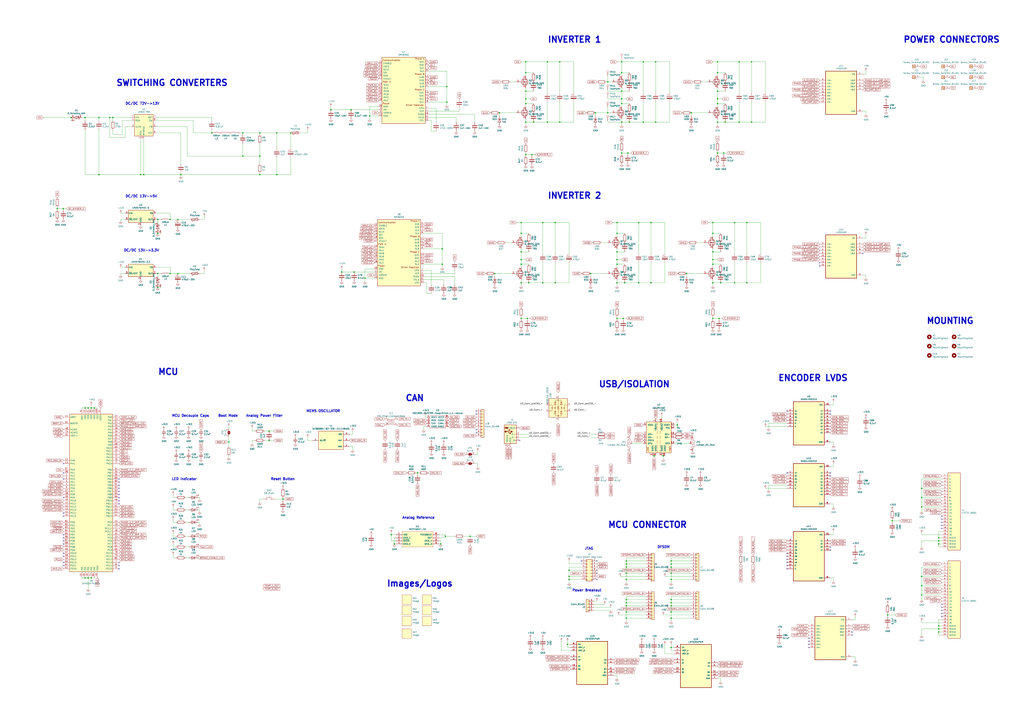
<source format=kicad_sch>
(kicad_sch (version 20211123) (generator eeschema)
  (paper "A1")
  (junction (at 506.73 261.62))
  (junction (at 433.07 261.62))
  (junction (at 770.89 514.35))
  (junction (at 488.95 92.71))
  (junction (at 585.47 213.36))
  (junction (at 227.33 143.51))
  (junction (at 434.34 232.41))
  (junction (at 363.22 217.17))
  (junction (at 303.53 95.25))
  (junction (at 431.8 85.09))
  (junction (at 514.35 471.17))
  (junction (at 514.35 461.01))
  (junction (at 361.95 447.04))
  (junction (at 363.22 204.47))
  (junction (at 431.8 59.69))
  (junction (at 756.92 481.33))
  (junction (at 524.51 182.88))
  (junction (at 129.54 224.79))
  (junction (at 410.21 92.71))
  (junction (at 590.55 261.62))
  (junction (at 551.18 466.09))
  (junction (at 528.32 50.8))
  (junction (at 585.47 217.17))
  (junction (at 288.29 90.17))
  (junction (at 69.85 96.52))
  (junction (at 81.28 143.51))
  (junction (at 72.39 335.28))
  (junction (at 770.89 519.43))
  (junction (at 551.18 492.76))
  (junction (at 129.54 180.34))
  (junction (at 427.99 182.88))
  (junction (at 427.99 217.17))
  (junction (at 528.32 100.33))
  (junction (at 756.92 401.32))
  (junction (at 139.7 180.34))
  (junction (at 617.22 100.33))
  (junction (at 551.18 532.13))
  (junction (at 585.47 207.01))
  (junction (at 585.47 232.41))
  (junction (at 81.28 96.52))
  (junction (at 227.33 109.22))
  (junction (at 427.99 213.36))
  (junction (at 342.9 388.62))
  (junction (at 538.48 100.33))
  (junction (at 365.76 440.69))
  (junction (at 544.83 374.65))
  (junction (at 613.41 182.88))
  (junction (at 607.06 100.33))
  (junction (at 591.82 232.41))
  (junction (at 506.73 207.01))
  (junction (at 72.39 474.98))
  (junction (at 52.07 171.45))
  (junction (at 58.42 96.52))
  (junction (at 74.93 335.28))
  (junction (at 455.93 182.88))
  (junction (at 129.54 191.77))
  (junction (at 77.47 335.28))
  (junction (at 514.35 466.09))
  (junction (at 514.35 463.55))
  (junction (at 148.59 143.51))
  (junction (at 213.36 128.27))
  (junction (at 589.28 59.69))
  (junction (at 537.21 374.65))
  (junction (at 538.48 50.8))
  (junction (at 514.35 497.84))
  (junction (at 514.35 508))
  (junction (at 427.99 207.01))
  (junction (at 280.67 223.52))
  (junction (at 510.54 59.69))
  (junction (at 436.88 127))
  (junction (at 514.35 495.3))
  (junction (at 603.25 182.88))
  (junction (at 290.83 223.52))
  (junction (at 556.26 349.25))
  (junction (at 551.18 502.92))
  (junction (at 467.36 473.71))
  (junction (at 199.39 128.27))
  (junction (at 524.51 232.41))
  (junction (at 613.41 232.41))
  (junction (at 756.92 408.94))
  (junction (at 431.8 100.33))
  (junction (at 321.31 439.42))
  (junction (at 406.4 224.79))
  (junction (at 551.18 463.55))
  (junction (at 770.89 444.5))
  (junction (at 510.54 50.8))
  (junction (at 603.25 232.41))
  (junction (at 69.85 335.28))
  (junction (at 513.08 232.41))
  (junction (at 431.8 127))
  (junction (at 459.74 100.33))
  (junction (at 467.36 468.63))
  (junction (at 567.69 92.71))
  (junction (at 445.77 232.41))
  (junction (at 551.18 497.84))
  (junction (at 589.28 85.09))
  (junction (at 499.11 92.71))
  (junction (at 506.73 217.17))
  (junction (at 770.89 516.89))
  (junction (at 551.18 471.17))
  (junction (at 589.28 50.8))
  (junction (at 173.99 109.22))
  (junction (at 510.54 125.73))
  (junction (at 585.47 182.88))
  (junction (at 511.81 261.62))
  (junction (at 516.89 100.33))
  (junction (at 585.47 261.62))
  (junction (at 449.58 50.8))
  (junction (at 756.92 473.71))
  (junction (at 770.89 441.96))
  (junction (at 187.96 363.22))
  (junction (at 146.05 224.79))
  (junction (at 431.8 81.28))
  (junction (at 585.47 191.77))
  (junction (at 534.67 232.41))
  (junction (at 238.76 109.22))
  (junction (at 118.11 143.51))
  (junction (at 467.36 476.25))
  (junction (at 756.92 416.56))
  (junction (at 607.06 50.8))
  (junction (at 506.73 232.41))
  (junction (at 515.62 125.73))
  (junction (at 427.99 261.62))
  (junction (at 756.92 488.95))
  (junction (at 770.89 447.04))
  (junction (at 551.18 495.3))
  (junction (at 589.28 81.28))
  (junction (at 213.36 109.22))
  (junction (at 510.54 85.09))
  (junction (at 551.18 461.01))
  (junction (at 367.03 71.12))
  (junction (at 299.72 228.6))
  (junction (at 589.28 125.73))
  (junction (at 534.67 182.88))
  (junction (at 74.93 474.98))
  (junction (at 69.85 474.98))
  (junction (at 431.8 50.8))
  (junction (at 220.98 354.33))
  (junction (at 595.63 100.33))
  (junction (at 589.28 74.93))
  (junction (at 617.22 50.8))
  (junction (at 732.79 427.99))
  (junction (at 514.35 476.25))
  (junction (at 506.73 213.36))
  (junction (at 445.77 182.88))
  (junction (at 594.36 125.73))
  (junction (at 510.54 81.28))
  (junction (at 459.74 50.8))
  (junction (at 220.98 361.95))
  (junction (at 115.57 143.51))
  (junction (at 199.39 109.22))
  (junction (at 90.17 96.52))
  (junction (at 431.8 74.93))
  (junction (at 589.28 100.33))
  (junction (at 510.54 74.93))
  (junction (at 213.36 143.51))
  (junction (at 551.18 508))
  (junction (at 129.54 236.22))
  (junction (at 46.99 171.45))
  (junction (at 449.58 100.33))
  (junction (at 455.93 232.41))
  (junction (at 485.14 224.79))
  (junction (at 438.15 100.33))
  (junction (at 323.85 447.04))
  (junction (at 232.41 410.21))
  (junction (at 551.18 476.25))
  (junction (at 506.73 191.77))
  (junction (at 146.05 180.34))
  (junction (at 506.73 182.88))
  (junction (at 499.11 67.31))
  (junction (at 427.99 191.77))
  (junction (at 386.08 440.69))
  (junction (at 466.09 529.59))
  (junction (at 728.98 505.46))
  (junction (at 510.54 100.33))
  (junction (at 563.88 224.79))
  (junction (at 367.03 83.82))
  (junction (at 514.35 492.76))
  (junction (at 92.71 96.52))
  (junction (at 514.35 502.92))
  (junction (at 271.78 90.17))
  (junction (at 427.99 232.41))
  (junction (at 139.7 224.79))
  (no_connect (at 646.43 454.66))
  (no_connect (at 97.79 462.28))
  (no_connect (at 773.43 424.18))
  (no_connect (at 52.07 464.82))
  (no_connect (at 681.99 452.12))
  (no_connect (at 426.72 361.95))
  (no_connect (at 646.43 459.74))
  (no_connect (at 52.07 424.18))
  (no_connect (at 52.07 454.66))
  (no_connect (at 673.1 215.9))
  (no_connect (at 673.1 218.44))
  (no_connect (at 646.43 457.2))
  (no_connect (at 773.43 431.8))
  (no_connect (at 490.22 471.17))
  (no_connect (at 391.16 353.06))
  (no_connect (at 681.99 391.16))
  (no_connect (at 664.21 524.51))
  (no_connect (at 52.07 439.42))
  (no_connect (at 97.79 464.82))
  (no_connect (at 52.07 457.2))
  (no_connect (at 391.16 340.36))
  (no_connect (at 664.21 532.13))
  (no_connect (at 52.07 408.94))
  (no_connect (at 97.79 401.32))
  (no_connect (at 52.07 444.5))
  (no_connect (at 681.99 340.36))
  (no_connect (at 646.43 462.28))
  (no_connect (at 773.43 426.72))
  (no_connect (at 52.07 462.28))
  (no_connect (at 646.43 337.82))
  (no_connect (at 97.79 398.78))
  (no_connect (at 97.79 393.7))
  (no_connect (at 52.07 388.62))
  (no_connect (at 681.99 449.58))
  (no_connect (at 490.22 476.25))
  (no_connect (at 97.79 403.86))
  (no_connect (at 97.79 396.24))
  (no_connect (at 664.21 527.05))
  (no_connect (at 97.79 414.02))
  (no_connect (at 646.43 464.82))
  (no_connect (at 52.07 441.96))
  (no_connect (at 773.43 434.34))
  (no_connect (at 97.79 406.4))
  (no_connect (at 773.43 504.19))
  (no_connect (at 97.79 408.94))
  (no_connect (at 773.43 499.11))
  (no_connect (at 52.07 381))
  (no_connect (at 477.52 461.01))
  (no_connect (at 773.43 496.57))
  (no_connect (at 490.22 461.01))
  (no_connect (at 773.43 429.26))
  (no_connect (at 646.43 467.36))
  (no_connect (at 699.77 519.43))
  (no_connect (at 391.16 355.6))
  (no_connect (at 681.99 388.62))
  (no_connect (at 664.21 529.59))
  (no_connect (at 646.43 388.62))
  (no_connect (at 52.07 393.7))
  (no_connect (at 773.43 506.73))
  (no_connect (at 97.79 467.36))
  (no_connect (at 773.43 501.65))
  (no_connect (at 699.77 521.97))
  (no_connect (at 681.99 337.82))
  (no_connect (at 52.07 447.04))
  (no_connect (at 97.79 411.48))
  (no_connect (at 490.22 468.63))
  (no_connect (at 708.66 208.28))
  (no_connect (at 391.16 337.82))
  (no_connect (at 52.07 421.64))
  (wire (pts (xy 351.79 71.12) (xy 367.03 71.12)))
  (wire (pts (xy 681.99 332.74) (xy 684.53 332.74)))
  (wire (pts (xy 607.06 76.2) (xy 607.06 50.8)))
  (wire (pts (xy 537.21 374.65) (xy 535.94 374.65)))
  (wire (pts (xy 92.71 96.52) (xy 107.95 96.52)))
  (wire (pts (xy 381 440.69) (xy 386.08 440.69)))
  (wire (pts (xy 69.85 106.68) (xy 69.85 143.51)))
  (wire (pts (xy 515.62 127) (xy 515.62 125.73)))
  (wire (pts (xy 506.73 50.8) (xy 510.54 50.8)))
  (wire (pts (xy 163.83 408.94) (xy 162.56 408.94)))
  (wire (pts (xy 427.99 50.8) (xy 431.8 50.8)))
  (wire (pts (xy 567.69 92.71) (xy 581.66 92.71)))
  (wire (pts (xy 434.34 232.41) (xy 445.77 232.41)))
  (wire (pts (xy 702.31 542.29) (xy 702.31 539.75)))
  (wire (pts (xy 373.38 227.33) (xy 373.38 233.68)))
  (wire (pts (xy 756.92 393.7) (xy 756.92 401.32)))
  (wire (pts (xy 226.06 410.21) (xy 232.41 410.21)))
  (wire (pts (xy 367.03 71.12) (xy 367.03 83.82)))
  (wire (pts (xy 589.28 50.8) (xy 607.06 50.8)))
  (wire (pts (xy 510.54 50.8) (xy 528.32 50.8)))
  (wire (pts (xy 510.54 85.09) (xy 510.54 87.63)))
  (wire (pts (xy 589.28 100.33) (xy 595.63 100.33)))
  (wire (pts (xy 502.92 182.88) (xy 506.73 182.88)))
  (wire (pts (xy 142.24 429.26) (xy 144.78 429.26)))
  (wire (pts (xy 506.73 557.53) (xy 506.73 554.99)))
  (wire (pts (xy 303.53 97.79) (xy 303.53 95.25)))
  (wire (pts (xy 303.53 95.25) (xy 311.15 95.25)))
  (wire (pts (xy 530.86 458.47) (xy 514.35 458.47)))
  (wire (pts (xy 406.4 224.79) (xy 406.4 227.33)))
  (wire (pts (xy 585.47 234.95) (xy 585.47 232.41)))
  (wire (pts (xy 365.76 439.42) (xy 360.68 439.42)))
  (wire (pts (xy 373.38 224.79) (xy 373.38 222.25)))
  (wire (pts (xy 434.34 217.17) (xy 427.99 217.17)))
  (wire (pts (xy 467.36 466.09) (xy 467.36 468.63)))
  (wire (pts (xy 351.79 88.9) (xy 358.14 88.9)))
  (wire (pts (xy 585.47 262.89) (xy 585.47 261.62)))
  (wire (pts (xy 631.19 398.78) (xy 631.19 402.59)))
  (wire (pts (xy 128.27 96.52) (xy 173.99 96.52)))
  (wire (pts (xy 139.7 219.71) (xy 128.27 219.71)))
  (wire (pts (xy 187.96 359.41) (xy 187.96 363.22)))
  (wire (pts (xy 424.18 182.88) (xy 427.99 182.88)))
  (wire (pts (xy 410.21 92.71) (xy 410.21 95.25)))
  (wire (pts (xy 238.76 121.92) (xy 238.76 109.22)))
  (wire (pts (xy 519.43 364.49) (xy 528.32 364.49)))
  (wire (pts (xy 363.22 191.77) (xy 363.22 204.47)))
  (wire (pts (xy 431.8 127) (xy 431.8 125.73)))
  (wire (pts (xy 770.89 509.27) (xy 770.89 514.35)))
  (wire (pts (xy 471.17 76.2) (xy 471.17 50.8)))
  (wire (pts (xy 139.7 180.34) (xy 146.05 180.34)))
  (wire (pts (xy 427.99 191.77) (xy 427.99 194.31)))
  (wire (pts (xy 487.68 499.11) (xy 501.65 499.11)))
  (wire (pts (xy 129.54 180.34) (xy 132.08 180.34)))
  (wire (pts (xy 321.31 439.42) (xy 325.12 439.42)))
  (wire (pts (xy 220.98 361.95) (xy 224.79 361.95)))
  (wire (pts (xy 770.89 444.5) (xy 770.89 447.04)))
  (wire (pts (xy 528.32 50.8) (xy 538.48 50.8)))
  (wire (pts (xy 72.39 335.28) (xy 74.93 335.28)))
  (wire (pts (xy 227.33 121.92) (xy 227.33 109.22)))
  (wire (pts (xy 427.99 213.36) (xy 431.8 213.36)))
  (wire (pts (xy 732.79 429.26) (xy 732.79 427.99)))
  (wire (pts (xy 232.41 410.21) (xy 232.41 411.48)))
  (wire (pts (xy 342.9 388.62) (xy 341.63 388.62)))
  (wire (pts (xy 347.98 350.52) (xy 350.52 350.52)))
  (wire (pts (xy 510.54 74.93) (xy 510.54 81.28)))
  (wire (pts (xy 107.95 99.06) (xy 100.33 99.06)))
  (wire (pts (xy 467.36 476.25) (xy 477.52 476.25)))
  (wire (pts (xy 350.52 232.41) (xy 347.98 232.41)))
  (wire (pts (xy 538.48 83.82) (xy 538.48 100.33)))
  (wire (pts (xy 499.11 74.93) (xy 499.11 73.66)))
  (wire (pts (xy 351.79 93.98) (xy 389.89 93.98)))
  (wire (pts (xy 90.17 96.52) (xy 92.71 96.52)))
  (wire (pts (xy 773.43 473.71) (xy 756.92 473.71)))
  (wire (pts (xy 591.82 207.01) (xy 585.47 207.01)))
  (wire (pts (xy 585.47 217.17) (xy 585.47 219.71)))
  (wire (pts (xy 158.75 109.22) (xy 173.99 109.22)))
  (wire (pts (xy 506.73 234.95) (xy 506.73 232.41)))
  (wire (pts (xy 514.35 492.76) (xy 530.86 492.76)))
  (wire (pts (xy 506.73 191.77) (xy 506.73 194.31)))
  (wire (pts (xy 347.98 191.77) (xy 363.22 191.77)))
  (wire (pts (xy 187.96 363.22) (xy 187.96 367.03)))
  (wire (pts (xy 549.91 83.82) (xy 549.91 100.33)))
  (wire (pts (xy 58.42 99.06) (xy 58.42 96.52)))
  (wire (pts (xy 681.99 474.98) (xy 684.53 474.98)))
  (wire (pts (xy 311.15 87.63) (xy 303.53 87.63)))
  (wire (pts (xy 427.99 234.95) (xy 427.99 232.41)))
  (wire (pts (xy 513.08 217.17) (xy 506.73 217.17)))
  (wire (pts (xy 238.76 143.51) (xy 227.33 143.51)))
  (wire (pts (xy 132.08 236.22) (xy 129.54 236.22)))
  (wire (pts (xy 354.33 99.06) (xy 351.79 99.06)))
  (wire (pts (xy 152.4 458.47) (xy 154.94 458.47)))
  (wire (pts (xy 187.96 351.79) (xy 187.96 350.52)))
  (wire (pts (xy 589.28 59.69) (xy 589.28 62.23)))
  (wire (pts (xy 163.83 420.37) (xy 163.83 419.1)))
  (wire (pts (xy 431.8 59.69) (xy 431.8 62.23)))
  (wire (pts (xy 148.59 109.22) (xy 128.27 109.22)))
  (wire (pts (xy 415.29 199.39) (xy 420.37 199.39)))
  (wire (pts (xy 360.68 444.5) (xy 361.95 444.5)))
  (wire (pts (xy 514.35 476.25) (xy 530.86 476.25)))
  (wire (pts (xy 756.92 439.42) (xy 756.92 438.15)))
  (wire (pts (xy 591.82 560.07) (xy 591.82 557.53)))
  (wire (pts (xy 756.92 511.81) (xy 773.43 511.81)))
  (wire (pts (xy 770.89 516.89) (xy 770.89 519.43)))
  (wire (pts (xy 773.43 401.32) (xy 756.92 401.32)))
  (wire (pts (xy 617.22 83.82) (xy 617.22 100.33)))
  (wire (pts (xy 617.22 76.2) (xy 617.22 50.8)))
  (wire (pts (xy 163.83 430.53) (xy 163.83 429.26)))
  (wire (pts (xy 392.43 383.54) (xy 392.43 381)))
  (wire (pts (xy 374.65 96.52) (xy 374.65 100.33)))
  (wire (pts (xy 468.63 529.59) (xy 466.09 529.59)))
  (wire (pts (xy 363.22 219.71) (xy 363.22 217.17)))
  (wire (pts (xy 99.06 180.34) (xy 102.87 180.34)))
  (wire (pts (xy 773.43 521.97) (xy 770.89 521.97)))
  (wire (pts (xy 585.47 261.62) (xy 590.55 261.62)))
  (wire (pts (xy 551.18 461.01) (xy 567.69 461.01)))
  (wire (pts (xy 551.18 458.47) (xy 551.18 461.01)))
  (wire (pts (xy 363.22 204.47) (xy 363.22 217.17)))
  (wire (pts (xy 459.74 76.2) (xy 459.74 50.8)))
  (wire (pts (xy 506.73 217.17) (xy 506.73 219.71)))
  (wire (pts (xy 321.31 444.5) (xy 321.31 439.42)))
  (wire (pts (xy 551.18 529.59) (xy 551.18 532.13)))
  (wire (pts (xy 534.67 182.88) (xy 546.1 182.88)))
  (wire (pts (xy 427.99 232.41) (xy 434.34 232.41)))
  (wire (pts (xy 589.28 50.8) (xy 589.28 59.69)))
  (wire (pts (xy 148.59 142.24) (xy 148.59 143.51)))
  (wire (pts (xy 530.86 490.22) (xy 514.35 490.22)))
  (wire (pts (xy 431.8 50.8) (xy 431.8 59.69)))
  (wire (pts (xy 461.01 527.05) (xy 461.01 534.67)))
  (wire (pts (xy 546.1 215.9) (xy 546.1 232.41)))
  (wire (pts (xy 459.74 100.33) (xy 471.17 100.33)))
  (wire (pts (xy 711.2 228.6) (xy 711.2 226.06)))
  (wire (pts (xy 466.09 527.05) (xy 466.09 529.59)))
  (wire (pts (xy 530.86 463.55) (xy 514.35 463.55)))
  (wire (pts (xy 567.69 92.71) (xy 567.69 95.25)))
  (wire (pts (xy 128.27 224.79) (xy 129.54 224.79)))
  (wire (pts (xy 350.52 241.3) (xy 350.52 232.41)))
  (wire (pts (xy 681.99 439.42) (xy 684.53 439.42)))
  (wire (pts (xy 252.73 361.95) (xy 252.73 359.41)))
  (wire (pts (xy 603.25 208.28) (xy 603.25 182.88)))
  (wire (pts (xy 514.35 463.55) (xy 514.35 461.01)))
  (wire (pts (xy 289.56 367.03) (xy 287.02 367.03)))
  (wire (pts (xy 99.06 219.71) (xy 102.87 219.71)))
  (wire (pts (xy 551.18 495.3) (xy 551.18 492.76)))
  (wire (pts (xy 153.67 104.14) (xy 128.27 104.14)))
  (wire (pts (xy 551.18 463.55) (xy 551.18 461.01)))
  (wire (pts (xy 546.1 537.21) (xy 553.72 537.21)))
  (wire (pts (xy 551.18 478.79) (xy 551.18 476.25)))
  (wire (pts (xy 74.93 335.28) (xy 77.47 335.28)))
  (wire (pts (xy 455.93 232.41) (xy 467.36 232.41)))
  (wire (pts (xy 142.24 458.47) (xy 144.78 458.47)))
  (wire (pts (xy 553.72 364.49) (xy 566.42 364.49)))
  (wire (pts (xy 351.79 96.52) (xy 374.65 96.52)))
  (wire (pts (xy 528.32 83.82) (xy 528.32 100.33)))
  (wire (pts (xy 490.22 356.87) (xy 485.14 356.87)))
  (wire (pts (xy 252.73 109.22) (xy 252.73 106.68)))
  (wire (pts (xy 516.89 100.33) (xy 528.32 100.33)))
  (wire (pts (xy 152.4 429.26) (xy 154.94 429.26)))
  (wire (pts (xy 99.06 181.61) (xy 99.06 180.34)))
  (wire (pts (xy 516.89 59.69) (xy 510.54 59.69)))
  (wire (pts (xy 530.86 502.92) (xy 514.35 502.92)))
  (wire (pts (xy 367.03 86.36) (xy 367.03 83.82)))
  (wire (pts (xy 514.35 495.3) (xy 514.35 497.84)))
  (wire (pts (xy 756.92 466.09) (xy 756.92 473.71)))
  (wire (pts (xy 100.33 110.49) (xy 92.71 110.49)))
  (wire (pts (xy 510.54 100.33) (xy 516.89 100.33)))
  (wire (pts (xy 603.25 215.9) (xy 603.25 232.41)))
  (wire (pts (xy 365.76 440.69) (xy 373.38 440.69)))
  (wire (pts (xy 711.2 91.44) (xy 708.66 91.44)))
  (wire (pts (xy 477.52 466.09) (xy 467.36 466.09)))
  (wire (pts (xy 361.95 447.04) (xy 360.68 447.04)))
  (wire (pts (xy 173.99 96.52) (xy 173.99 99.06)))
  (wire (pts (xy 585.47 213.36) (xy 585.47 217.17)))
  (wire (pts (xy 152.4 408.94) (xy 154.94 408.94)))
  (wire (pts (xy 617.22 100.33) (xy 628.65 100.33)))
  (wire (pts (xy 711.2 93.98) (xy 711.2 91.44)))
  (wire (pts (xy 92.71 96.52) (xy 92.71 99.06)))
  (wire (pts (xy 534.67 208.28) (xy 534.67 182.88)))
  (wire (pts (xy 497.84 67.31) (xy 499.11 67.31)))
  (wire (pts (xy 299.72 231.14) (xy 299.72 228.6)))
  (wire (pts (xy 431.8 72.39) (xy 431.8 74.93)))
  (wire (pts (xy 350.52 342.9) (xy 349.25 342.9)))
  (wire (pts (xy 544.83 505.46) (xy 567.69 505.46)))
  (wire (pts (xy 377.19 91.44) (xy 377.19 88.9)))
  (wire (pts (xy 289.56 369.57) (xy 289.56 367.03)))
  (wire (pts (xy 572.77 199.39) (xy 577.85 199.39)))
  (wire (pts (xy 213.36 412.75) (xy 213.36 410.21)))
  (wire (pts (xy 773.43 488.95) (xy 756.92 488.95)))
  (wire (pts (xy 173.99 109.22) (xy 173.99 106.68)))
  (wire (pts (xy 347.98 353.06) (xy 347.98 350.52)))
  (wire (pts (xy 207.01 361.95) (xy 209.55 361.95)))
  (wire (pts (xy 506.73 232.41) (xy 513.08 232.41)))
  (wire (pts (xy 617.22 50.8) (xy 628.65 50.8)))
  (wire (pts (xy 551.18 471.17) (xy 551.18 476.25)))
  (wire (pts (xy 427.99 262.89) (xy 427.99 261.62)))
  (wire (pts (xy 563.88 224.79) (xy 563.88 227.33)))
  (wire (pts (xy 631.19 347.98) (xy 646.43 347.98)))
  (wire (pts (xy 514.35 461.01) (xy 530.86 461.01)))
  (wire (pts (xy 69.85 96.52) (xy 81.28 96.52)))
  (wire (pts (xy 347.98 227.33) (xy 373.38 227.33)))
  (wire (pts (xy 591.82 217.17) (xy 585.47 217.17)))
  (wire (pts (xy 534.67 232.41) (xy 546.1 232.41)))
  (wire (pts (xy 92.71 106.68) (xy 92.71 110.49)))
  (wire (pts (xy 213.36 118.11) (xy 213.36 128.27)))
  (wire (pts (xy 347.98 229.87) (xy 364.49 229.87)))
  (wire (pts (xy 410.21 92.71) (xy 424.18 92.71)))
  (wire (pts (xy 732.79 427.99) (xy 732.79 426.72)))
  (wire (pts (xy 367.03 58.42) (xy 367.03 71.12)))
  (wire (pts (xy 756.92 473.71) (xy 756.92 481.33)))
  (wire (pts (xy 232.41 408.94) (xy 232.41 410.21)))
  (wire (pts (xy 477.52 463.55) (xy 467.36 463.55)))
  (wire (pts (xy 323.85 447.04) (xy 325.12 447.04)))
  (wire (pts (xy 431.8 97.79) (xy 431.8 100.33)))
  (wire (pts (xy 543.56 374.65) (xy 544.83 374.65)))
  (wire (pts (xy 433.07 262.89) (xy 433.07 261.62)))
  (wire (pts (xy 514.35 466.09) (xy 530.86 466.09)))
  (wire (pts (xy 513.08 191.77) (xy 506.73 191.77)))
  (wire (pts (xy 589.28 97.79) (xy 589.28 100.33)))
  (wire (pts (xy 628.65 83.82) (xy 628.65 100.33)))
  (wire (pts (xy 280.67 223.52) (xy 290.83 223.52)))
  (wire (pts (xy 585.47 261.62) (xy 585.47 260.35)))
  (wire (pts (xy 467.36 468.63) (xy 477.52 468.63)))
  (wire (pts (xy 589.28 85.09) (xy 595.63 85.09)))
  (wire (pts (xy 365.76 440.69) (xy 365.76 439.42)))
  (wire (pts (xy 323.85 441.96) (xy 323.85 447.04)))
  (wire (pts (xy 490.22 359.41) (xy 485.14 359.41)))
  (wire (pts (xy 551.18 463.55) (xy 551.18 466.09)))
  (wire (pts (xy 321.31 438.15) (xy 321.31 439.42)))
  (wire (pts (xy 770.89 521.97) (xy 770.89 519.43)))
  (wire (pts (xy 510.54 59.69) (xy 510.54 62.23)))
  (wire (pts (xy 514.35 466.09) (xy 514.35 471.17)))
  (wire (pts (xy 290.83 223.52) (xy 307.34 223.52)))
  (wire (pts (xy 756.92 488.95) (xy 756.92 492.76)))
  (wire (pts (xy 354.33 241.3) (xy 350.52 241.3)))
  (wire (pts (xy 613.41 232.41) (xy 624.84 232.41)))
  (wire (pts (xy 196.85 109.22) (xy 199.39 109.22)))
  (wire (pts (xy 567.69 463.55) (xy 551.18 463.55)))
  (wire (pts (xy 427.99 261.62) (xy 427.99 260.35)))
  (wire (pts (xy 142.24 408.94) (xy 144.78 408.94)))
  (wire (pts (xy 773.43 444.5) (xy 770.89 444.5)))
  (wire (pts (xy 438.15 74.93) (xy 431.8 74.93)))
  (wire (pts (xy 589.28 81.28) (xy 593.09 81.28)))
  (wire (pts (xy 142.24 458.47) (xy 142.24 455.93)))
  (wire (pts (xy 702.31 509.27) (xy 699.77 509.27)))
  (wire (pts (xy 514.35 508) (xy 530.86 508)))
  (wire (pts (xy 528.32 76.2) (xy 528.32 50.8)))
  (wire (pts (xy 392.43 370.84) (xy 392.43 373.38)))
  (wire (pts (xy 773.43 509.27) (xy 770.89 509.27)))
  (wire (pts (xy 501.65 501.65) (xy 487.68 501.65)))
  (wire (pts (xy 595.63 100.33) (xy 607.06 100.33)))
  (wire (pts (xy 556.26 346.71) (xy 556.26 349.25)))
  (wire (pts (xy 146.05 180.34) (xy 156.21 180.34)))
  (wire (pts (xy 773.43 466.09) (xy 756.92 466.09)))
  (wire (pts (xy 431.8 81.28) (xy 431.8 85.09)))
  (wire (pts (xy 514.35 261.62) (xy 511.81 261.62)))
  (wire (pts (xy 551.18 490.22) (xy 551.18 492.76)))
  (wire (pts (xy 513.08 232.41) (xy 524.51 232.41)))
  (wire (pts (xy 624.84 215.9) (xy 624.84 232.41)))
  (wire (pts (xy 187.96 374.65) (xy 187.96 375.92)))
  (wire (pts (xy 514.35 495.3) (xy 514.35 492.76)))
  (wire (pts (xy 613.41 182.88) (xy 624.84 182.88)))
  (wire (pts (xy 585.47 191.77) (xy 585.47 194.31)))
  (wire (pts (xy 467.36 476.25) (xy 467.36 473.71)))
  (wire (pts (xy 551.18 534.67) (xy 553.72 534.67)))
  (wire (pts (xy 427.99 213.36) (xy 427.99 217.17)))
  (wire (pts (xy 287.02 356.87) (xy 289.56 356.87)))
  (wire (pts (xy 594.36 125.73) (xy 596.9 125.73)))
  (wire (pts (xy 589.28 81.28) (xy 589.28 85.09)))
  (wire (pts (xy 67.31 474.98) (xy 69.85 474.98)))
  (wire (pts (xy 524.51 215.9) (xy 524.51 232.41)))
  (wire (pts (xy 516.89 85.09) (xy 510.54 85.09)))
  (wire (pts (xy 142.24 449.58) (xy 142.24 447.04)))
  (wire (pts (xy 466.09 532.13) (xy 468.63 532.13)))
  (wire (pts (xy 585.47 182.88) (xy 603.25 182.88)))
  (wire (pts (xy 711.2 58.42) (xy 711.2 60.96)))
  (wire (pts (xy 354.33 222.25) (xy 354.33 233.68)))
  (wire (pts (xy 467.36 208.28) (xy 467.36 182.88)))
  (wire (pts (xy 431.8 50.8) (xy 449.58 50.8)))
  (wire (pts (xy 530.86 471.17) (xy 514.35 471.17)))
  (wire (pts (xy 506.73 261.62) (xy 511.81 261.62)))
  (wire (pts (xy 756.92 401.32) (xy 756.92 408.94)))
  (wire (pts (xy 431.8 128.27) (xy 431.8 127)))
  (wire (pts (xy 213.36 109.22) (xy 227.33 109.22)))
  (wire (pts (xy 207.01 354.33) (xy 207.01 351.79)))
  (wire (pts (xy 299.72 228.6) (xy 307.34 228.6)))
  (wire (pts (xy 516.89 74.93) (xy 510.54 74.93)))
  (wire (pts (xy 142.24 440.69) (xy 142.24 438.15)))
  (wire (pts (xy 511.81 262.89) (xy 511.81 261.62)))
  (wire (pts (xy 459.74 83.82) (xy 459.74 100.33)))
  (wire (pts (xy 528.32 100.33) (xy 538.48 100.33)))
  (wire (pts (xy 538.48 76.2) (xy 538.48 50.8)))
  (wire (pts (xy 770.89 516.89) (xy 770.89 514.35)))
  (wire (pts (xy 128.27 180.34) (xy 129.54 180.34)))
  (wire (pts (xy 543.56 344.17) (xy 543.56 341.63)))
  (wire (pts (xy 67.31 335.28) (xy 69.85 335.28)))
  (wire (pts (xy 102.87 104.14) (xy 102.87 113.03)))
  (wire (pts (xy 681.99 363.22) (xy 684.53 363.22)))
  (wire (pts (xy 756.92 516.89) (xy 756.92 521.97)))
  (wire (pts (xy 467.36 473.71) (xy 467.36 468.63)))
  (wire (pts (xy 551.18 532.13) (xy 551.18 534.67)))
  (wire (pts (xy 594.36 127) (xy 594.36 125.73)))
  (wire (pts (xy 773.43 449.58) (xy 770.89 449.58)))
  (wire (pts (xy 551.18 476.25) (xy 567.69 476.25)))
  (wire (pts (xy 455.93 215.9) (xy 455.93 232.41)))
  (wire (pts (xy 232.41 410.21) (xy 233.68 410.21)))
  (wire (pts (xy 585.47 50.8) (xy 589.28 50.8)))
  (wire (pts (xy 684.53 439.42) (xy 684.53 436.88)))
  (wire (pts (xy 445.77 232.41) (xy 455.93 232.41)))
  (wire (pts (xy 728.98 505.46) (xy 735.33 505.46)))
  (wire (pts (xy 347.98 217.17) (xy 363.22 217.17)))
  (wire (pts (xy 607.06 100.33) (xy 617.22 100.33)))
  (wire (pts (xy 773.43 519.43) (xy 770.89 519.43)))
  (wire (pts (xy 684.53 414.02) (xy 684.53 416.56)))
  (wire (pts (xy 506.73 182.88) (xy 506.73 191.77)))
  (wire (pts (xy 628.65 76.2) (xy 628.65 50.8)))
  (wire (pts (xy 711.2 195.58) (xy 708.66 195.58)))
  (wire (pts (xy 115.57 114.3) (xy 115.57 143.51)))
  (wire (pts (xy 590.55 262.89) (xy 590.55 261.62)))
  (wire (pts (xy 69.85 99.06) (xy 69.85 96.52)))
  (wire (pts (xy 628.65 401.32) (xy 646.43 401.32)))
  (wire (pts (xy 431.8 74.93) (xy 431.8 81.28)))
  (wire (pts (xy 576.58 67.31) (xy 581.66 67.31)))
  (wire (pts (xy 163.83 224.79) (xy 167.64 224.79)))
  (wire (pts (xy 538.48 50.8) (xy 549.91 50.8)))
  (wire (pts (xy 271.78 90.17) (xy 271.78 87.63)))
  (wire (pts (xy 129.54 227.33) (xy 129.54 224.79)))
  (wire (pts (xy 756.92 416.56) (xy 756.92 420.37)))
  (wire (pts (xy 406.4 224.79) (xy 420.37 224.79)))
  (wire (pts (xy 213.36 109.22) (xy 213.36 110.49)))
  (wire (pts (xy 514.35 510.54) (xy 514.35 508)))
  (wire (pts (xy 81.28 96.52) (xy 90.17 96.52)))
  (wire (pts (xy 549.91 76.2) (xy 549.91 50.8)))
  (wire (pts (xy 142.24 406.4) (xy 142.24 408.94)))
  (wire (pts (xy 449.58 83.82) (xy 449.58 100.33)))
  (wire (pts (xy 445.77 182.88) (xy 455.93 182.88)))
  (wire (pts (xy 69.85 335.28) (xy 72.39 335.28)))
  (wire (pts (xy 756.92 444.5) (xy 756.92 449.58)))
  (wire (pts (xy 163.83 410.21) (xy 163.83 408.94)))
  (wire (pts (xy 431.8 127) (xy 436.88 127)))
  (wire (pts (xy 158.75 99.06) (xy 158.75 109.22)))
  (wire (pts (xy 702.31 506.73) (xy 702.31 509.27)))
  (wire (pts (xy 770.89 514.35) (xy 773.43 514.35)))
  (wire (pts (xy 551.18 466.09) (xy 567.69 466.09)))
  (wire (pts (xy 220.98 354.33) (xy 224.79 354.33)))
  (wire (pts (xy 590.55 261.62) (xy 593.09 261.62)))
  (wire (pts (xy 152.4 449.58) (xy 154.94 449.58)))
  (wire (pts (xy 325.12 441.96) (xy 323.85 441.96)))
  (wire (pts (xy 209.55 354.33) (xy 207.01 354.33)))
  (wire (pts (xy 72.39 483.87) (xy 72.39 474.98)))
  (wire (pts (xy 199.39 109.22) (xy 213.36 109.22)))
  (wire (pts (xy 431.8 102.87) (xy 431.8 100.33)))
  (wire (pts (xy 624.84 208.28) (xy 624.84 182.88)))
  (wire (pts (xy 280.67 223.52) (xy 280.67 220.98)))
  (wire (pts (xy 514.35 497.84) (xy 530.86 497.84)))
  (wire (pts (xy 142.24 419.1) (xy 144.78 419.1)))
  (wire (pts (xy 551.18 502.92) (xy 551.18 508)))
  (wire (pts (xy 344.17 388.62) (xy 342.9 388.62)))
  (wire (pts (xy 544.83 377.19) (xy 544.83 374.65)))
  (wire (pts (xy 546.1 208.28) (xy 546.1 182.88)))
  (wire (pts (xy 90.17 113.03) (xy 90.17 96.52)))
  (wire (pts (xy 506.73 213.36) (xy 510.54 213.36)))
  (wire (pts (xy 347.98 204.47) (xy 363.22 204.47)))
  (wire (pts (xy 514.35 502.92) (xy 514.35 508)))
  (wire (pts (xy 238.76 129.54) (xy 238.76 143.51)))
  (wire (pts (xy 347.98 224.79) (xy 373.38 224.79)))
  (wire (pts (xy 711.2 60.96) (xy 708.66 60.96)))
  (wire (pts (xy 589.28 127) (xy 589.28 125.73)))
  (wire (pts (xy 538.48 100.33) (xy 549.91 100.33)))
  (wire (pts (xy 186.69 363.22) (xy 187.96 363.22)))
  (wire (pts (xy 69.85 474.98) (xy 72.39 474.98)))
  (wire (pts (xy 52.07 171.45) (xy 54.61 171.45)))
  (wire (pts (xy 551.18 497.84) (xy 567.69 497.84)))
  (wire (pts (xy 107.95 104.14) (xy 102.87 104.14)))
  (wire (pts (xy 551.18 495.3) (xy 551.18 497.84)))
  (wire (pts (xy 756.92 444.5) (xy 770.89 444.5)))
  (wire (pts (xy 299.72 220.98) (xy 299.72 228.6)))
  (wire (pts (xy 756.92 481.33) (xy 756.92 488.95)))
  (wire (pts (xy 494.03 199.39) (xy 499.11 199.39)))
  (wire (pts (xy 163.83 429.26) (xy 162.56 429.26)))
  (wire (pts (xy 431.8 100.33) (xy 438.15 100.33)))
  (wire (pts (xy 471.17 83.82) (xy 471.17 100.33)))
  (wire (pts (xy 499.11 80.01) (xy 499.11 81.28)))
  (wire (pts (xy 289.56 356.87) (xy 289.56 354.33)))
  (wire (pts (xy 510.54 81.28) (xy 510.54 85.09)))
  (wire (pts (xy 389.89 373.38) (xy 392.43 373.38)))
  (wire (pts (xy 427.99 182.88) (xy 427.99 191.77)))
  (wire (pts (xy 427.99 182.88) (xy 445.77 182.88)))
  (wire (pts (xy 773.43 408.94) (xy 756.92 408.94)))
  (wire (pts (xy 585.47 232.41) (xy 591.82 232.41)))
  (wire (pts (xy 256.54 361.95) (xy 252.73 361.95)))
  (wire (pts (xy 510.54 102.87) (xy 510.54 100.33)))
  (wire (pts (xy 426.72 356.87) (xy 434.34 356.87)))
  (wire (pts (xy 551.18 497.84) (xy 551.18 502.92)))
  (wire (pts (xy 455.93 208.28) (xy 455.93 182.88)))
  (wire (pts (xy 589.28 74.93) (xy 589.28 81.28)))
  (wire (pts (xy 354.33 107.95) (xy 354.33 99.06)))
  (wire (pts (xy 499.11 74.93) (xy 510.54 74.93)))
  (wire (pts (xy 589.28 72.39) (xy 589.28 74.93)))
  (wire (pts (xy 102.87 113.03) (xy 90.17 113.03)))
  (wire (pts (xy 756.92 439.42) (xy 773.43 439.42)))
  (wire (pts (xy 684.53 332.74) (xy 684.53 330.2)))
  (wire (pts (xy 556.26 351.79) (xy 556.26 349.25)))
  (wire (pts (xy 419.1 67.31) (xy 424.18 67.31)))
  (wire (pts (xy 773.43 393.7) (xy 756.92 393.7)))
  (wire (pts (xy 770.89 449.58) (xy 770.89 447.04)))
  (wire (pts (xy 773.43 481.33) (xy 756.92 481.33)))
  (wire (pts (xy 142.24 416.56) (xy 142.24 419.1)))
  (wire (pts (xy 129.54 224.79) (xy 132.08 224.79)))
  (wire (pts (xy 499.11 100.33) (xy 510.54 100.33)))
  (wire (pts (xy 553.72 532.13) (xy 551.18 532.13)))
  (wire (pts (xy 349.25 342.9) (xy 349.25 341.63)))
  (wire (pts (xy 427.99 204.47) (xy 427.99 207.01)))
  (wire (pts (xy 207.01 364.49) (xy 207.01 361.95)))
  (wire (pts (xy 506.73 182.88) (xy 524.51 182.88)))
  (wire (pts (xy 585.47 204.47) (xy 585.47 207.01)))
  (wire (pts (xy 514.35 471.17) (xy 514.35 476.25)))
  (wire (pts (xy 537.21 374.65) (xy 537.21 375.92)))
  (wire (pts (xy 271.78 90.17) (xy 288.29 90.17)))
  (wire (pts (xy 567.69 502.92) (xy 551.18 502.92)))
  (wire (pts (xy 510.54 72.39) (xy 510.54 74.93)))
  (wire (pts (xy 449.58 76.2) (xy 449.58 50.8)))
  (wire (pts (xy 163.83 419.1) (xy 162.56 419.1)))
  (wire (pts (xy 603.25 182.88) (xy 613.41 182.88)))
  (wire (pts (xy 213.36 143.51) (xy 213.36 142.24)))
  (wire (pts (xy 46.99 171.45) (xy 46.99 170.18)))
  (wire (pts (xy 438.15 85.09) (xy 431.8 85.09)))
  (wire (pts (xy 199.39 118.11) (xy 199.39 128.27)))
  (wire (pts (xy 773.43 436.88) (xy 770.89 436.88)))
  (wire (pts (xy 684.53 474.98) (xy 684.53 477.52)))
  (wire (pts (xy 358.14 88.9) (xy 358.14 100.33)))
  (wire (pts (xy 510.54 125.73) (xy 515.62 125.73)))
  (wire (pts (xy 427.99 261.62) (xy 433.07 261.62)))
  (wire (pts (xy 758.19 66.04) (xy 758.19 63.5)))
  (wire (pts (xy 591.82 191.77) (xy 585.47 191.77)))
  (wire (pts (xy 132.08 191.77) (xy 129.54 191.77)))
  (wire (pts (xy 607.06 50.8) (xy 617.22 50.8)))
  (wire (pts (xy 613.41 208.28) (xy 613.41 182.88)))
  (wire (pts (xy 467.36 215.9) (xy 467.36 232.41)))
  (wire (pts (xy 46.99 171.45) (xy 52.07 171.45)))
  (wire (pts (xy 99.06 226.06) (xy 99.06 224.79)))
  (wire (pts (xy 514.35 478.79) (xy 514.35 476.25)))
  (wire (pts (xy 488.95 92.71) (xy 499.11 92.71)))
  (wire (pts (xy 455.93 182.88) (xy 467.36 182.88)))
  (wire (pts (xy 607.06 83.82) (xy 607.06 100.33)))
  (wire (pts (xy 445.77 215.9) (xy 445.77 232.41)))
  (wire (pts (xy 567.69 458.47) (xy 551.18 458.47)))
  (wire (pts (xy 391.16 440.69) (xy 386.08 440.69)))
  (wire (pts (xy 459.74 50.8) (xy 471.17 50.8)))
  (wire (pts (xy 508 505.46) (xy 530.86 505.46)))
  (wire (pts (xy 152.4 440.69) (xy 154.94 440.69)))
  (wire (pts (xy 77.47 335.28) (xy 80.01 335.28)))
  (wire (pts (xy 153.67 128.27) (xy 153.67 104.14)))
  (wire (pts (xy 510.54 125.73) (xy 510.54 124.46)))
  (wire (pts (xy 553.72 349.25) (xy 556.26 349.25)))
  (wire (pts (xy 496.57 496.57) (xy 487.68 496.57)))
  (wire (pts (xy 585.47 182.88) (xy 585.47 191.77)))
  (wire (pts (xy 99.06 224.79) (xy 102.87 224.79)))
  (wire (pts (xy 589.28 85.09) (xy 589.28 87.63)))
  (wire (pts (xy 438.15 100.33) (xy 449.58 100.33)))
  (wire (pts (xy 514.35 490.22) (xy 514.35 492.76)))
  (wire (pts (xy 74.93 332.74) (xy 74.93 335.28)))
  (wire (pts (xy 358.14 107.95) (xy 354.33 107.95)))
  (wire (pts (xy 246.38 109.22) (xy 252.73 109.22)))
  (wire (pts (xy 499.11 67.31) (xy 499.11 62.23)))
  (wire (pts (xy 199.39 110.49) (xy 199.39 109.22)))
  (wire (pts (xy 589.28 125.73) (xy 594.36 125.73)))
  (wire (pts (xy 148.59 143.51) (xy 213.36 143.51)))
  (wire (pts (xy 227.33 129.54) (xy 227.33 143.51)))
  (wire (pts (xy 510.54 50.8) (xy 510.54 48.26)))
  (wire (pts (xy 488.95 92.71) (xy 488.95 95.25)))
  (wire (pts (xy 217.17 361.95) (xy 220.98 361.95)))
  (wire (pts (xy 148.59 109.22) (xy 148.59 134.62)))
  (wire (pts (xy 365.76 441.96) (xy 365.76 440.69)))
  (wire (pts (xy 591.82 232.41) (xy 603.25 232.41)))
  (wire (pts (xy 613.41 215.9) (xy 613.41 232.41)))
  (wire (pts (xy 518.16 125.73) (xy 515.62 125.73)))
  (wire (pts (xy 153.67 128.27) (xy 199.39 128.27)))
  (wire (pts (xy 567.69 495.3) (xy 551.18 495.3)))
  (wire (pts (xy 351.79 91.44) (xy 377.19 91.44)))
  (wire (pts (xy 551.18 492.76) (xy 567.69 492.76)))
  (wire (pts (xy 770.89 441.96) (xy 773.43 441.96)))
  (wire (pts (xy 681.99 414.02) (xy 684.53 414.02)))
  (wire (pts (xy 513.08 207.01) (xy 506.73 207.01)))
  (wire (pts (xy 589.28 125.73) (xy 589.28 124.46)))
  (wire (pts (xy 307.34 220.98) (xy 299.72 220.98)))
  (wire (pts (xy 115.57 143.51) (xy 118.11 143.51)))
  (wire (pts (xy 227.33 109.22) (xy 238.76 109.22)))
  (wire (pts (xy 364.49 229.87) (xy 364.49 233.68)))
  (wire (pts (xy 163.83 180.34) (xy 167.64 180.34)))
  (wire (pts (xy 506.73 554.99) (xy 504.19 554.99)))
  (wire (pts (xy 585.47 207.01) (xy 585.47 213.36)))
  (wire (pts (xy 351.79 83.82) (xy 367.03 83.82)))
  (wire (pts (xy 506.73 261.62) (xy 506.73 260.35)))
  (wire (pts (xy 514.35 458.47) (xy 514.35 461.01)))
  (wire (pts (xy 99.06 175.26) (xy 102.87 175.26)))
  (wire (pts (xy 524.51 208.28) (xy 524.51 182.88)))
  (wire (pts (xy 129.54 182.88) (xy 129.54 180.34)))
  (wire (pts (xy 506.73 262.89) (xy 506.73 261.62)))
  (wire (pts (xy 681.99 383.54) (xy 684.53 383.54)))
  (wire (pts (xy 118.11 114.3) (xy 118.11 143.51)))
  (wire (pts (xy 146.05 224.79) (xy 156.21 224.79)))
  (wire (pts (xy 152.4 419.1) (xy 154.94 419.1)))
  (wire (pts (xy 553.72 351.79) (xy 556.26 351.79)))
  (wire (pts (xy 426.72 359.41) (xy 434.34 359.41)))
  (wire (pts (xy 217.17 354.33) (xy 220.98 354.33)))
  (wire (pts (xy 431.8 81.28) (xy 435.61 81.28)))
  (wire (pts (xy 711.2 226.06) (xy 708.66 226.06)))
  (wire (pts (xy 524.51 182.88) (xy 534.67 182.88)))
  (wire (pts (xy 756.92 516.89) (xy 770.89 516.89)))
  (wire (pts (xy 510.54 81.28) (xy 514.35 81.28)))
  (wire (pts (xy 551.18 510.54) (xy 551.18 508)))
  (wire (pts (xy 389.89 93.98) (xy 389.89 100.33)))
  (wire (pts (xy 433.07 261.62) (xy 435.61 261.62)))
  (wire (pts (xy 546.1 529.59) (xy 546.1 537.21)))
  (wire (pts (xy 427.99 229.87) (xy 427.99 232.41)))
  (wire (pts (xy 148.59 144.78) (xy 148.59 143.51)))
  (wire (pts (xy 711.2 193.04) (xy 711.2 195.58)))
  (wire (pts (xy 118.11 143.51) (xy 148.59 143.51)))
  (wire (pts (xy 499.11 100.33) (xy 499.11 99.06)))
  (wire (pts (xy 628.65 350.52) (xy 646.43 350.52)))
  (wire (pts (xy 167.64 224.79) (xy 167.64 222.25)))
  (wire (pts (xy 445.77 208.28) (xy 445.77 182.88)))
  (wire (pts (xy 467.36 463.55) (xy 467.36 461.01)))
  (wire (pts (xy 72.39 474.98) (xy 74.93 474.98)))
  (wire (pts (xy 347.98 222.25) (xy 354.33 222.25)))
  (wire (pts (xy 52.07 172.72) (xy 52.07 171.45)))
  (wire (pts (xy 773.43 416.56) (xy 756.92 416.56)))
  (wire (pts (xy 756.92 408.94) (xy 756.92 416.56)))
  (wire (pts (xy 100.33 99.06) (xy 100.33 110.49)))
  (wire (pts (xy 510.54 127) (xy 510.54 125.73)))
  (wire (pts (xy 563.88 224.79) (xy 577.85 224.79)))
  (wire (pts (xy 351.79 58.42) (xy 367.03 58.42)))
  (wire (pts (xy 732.79 427.99) (xy 739.14 427.99)))
  (wire (pts (xy 46.99 172.72) (xy 46.99 171.45)))
  (wire (pts (xy 466.09 529.59) (xy 466.09 532.13)))
  (wire (pts (xy 449.58 50.8) (xy 459.74 50.8)))
  (wire (pts (xy 499.11 92.71) (xy 502.92 92.71)))
  (wire (pts (xy 142.24 449.58) (xy 144.78 449.58)))
  (wire (pts (xy 773.43 447.04) (xy 770.89 447.04)))
  (wire (pts (xy 756.92 511.81) (xy 756.92 510.54)))
  (wire (pts (xy 427.99 207.01) (xy 427.99 213.36)))
  (wire (pts (xy 595.63 59.69) (xy 589.28 59.69)))
  (wire (pts (xy 524.51 232.41) (xy 534.67 232.41)))
  (wire (pts (xy 499.11 92.71) (xy 499.11 87.63)))
  (wire (pts (xy 684.53 383.54) (xy 684.53 381)))
  (wire (pts (xy 506.73 207.01) (xy 506.73 213.36)))
  (wire (pts (xy 499.11 67.31) (xy 502.92 67.31)))
  (wire (pts (xy 213.36 143.51) (xy 227.33 143.51)))
  (wire (pts (xy 167.64 180.34) (xy 167.64 177.8)))
  (wire (pts (xy 773.43 516.89) (xy 770.89 516.89)))
  (wire (pts (xy 567.69 471.17) (xy 551.18 471.17)))
  (wire (pts (xy 631.19 398.78) (xy 646.43 398.78)))
  (wire (pts (xy 510.54 97.79) (xy 510.54 100.33)))
  (wire (pts (xy 342.9 389.89) (xy 342.9 388.62)))
  (wire (pts (xy 142.24 440.69) (xy 144.78 440.69)))
  (wire (pts (xy 74.93 474.98) (xy 77.47 474.98)))
  (wire (pts (xy 67.31 96.52) (xy 69.85 96.52)))
  (wire (pts (xy 69.85 143.51) (xy 81.28 143.51)))
  (wire (pts (xy 128.27 175.26) (xy 139.7 175.26)))
  (wire (pts (xy 585.47 229.87) (xy 585.47 232.41)))
  (wire (pts (xy 585.47 213.36) (xy 589.28 213.36)))
  (wire (pts (xy 477.52 473.71) (xy 467.36 473.71)))
  (wire (pts (xy 321.31 444.5) (xy 325.12 444.5)))
  (wire (pts (xy 35.56 96.52) (xy 58.42 96.52)))
  (wire (pts (xy 551.18 508) (xy 567.69 508)))
  (wire (pts (xy 544.83 374.65) (xy 546.1 374.65)))
  (wire (pts (xy 567.69 490.22) (xy 551.18 490.22)))
  (wire (pts (xy 510.54 50.8) (xy 510.54 59.69)))
  (wire (pts (xy 603.25 232.41) (xy 613.41 232.41)))
  (wire (pts (xy 288.29 90.17) (xy 311.15 90.17)))
  (wire (pts (xy 81.28 99.06) (xy 81.28 96.52)))
  (wire (pts (xy 546.1 473.71) (xy 567.69 473.71)))
  (wire (pts (xy 702.31 539.75) (xy 699.77 539.75)))
  (wire (pts (xy 631.19 347.98) (xy 631.19 351.79)))
  (wire (pts (xy 758.19 63.5) (xy 755.65 63.5)))
  (wire (pts (xy 139.7 224.79) (xy 139.7 219.71)))
  (wire (pts (xy 530.86 495.3) (xy 514.35 495.3)))
  (wire (pts (xy 434.34 207.01) (xy 427.99 207.01)))
  (wire (pts (xy 485.14 224.79) (xy 485.14 227.33)))
  (wire (pts (xy 514.35 463.55) (xy 514.35 466.09)))
  (wire (pts (xy 431.8 85.09) (xy 431.8 87.63)))
  (wire (pts (xy 506.73 229.87) (xy 506.73 232.41)))
  (wire (pts (xy 213.36 410.21) (xy 215.9 410.21)))
  (wire (pts (xy 514.35 497.84) (xy 514.35 502.92)))
  (wire (pts (xy 142.24 429.26) (xy 142.24 426.72)))
  (wire (pts (xy 467.36 478.79) (xy 467.36 476.25)))
  (wire (pts (xy 128.27 99.06) (xy 158.75 99.06)))
  (wire (pts (xy 499.11 81.28) (xy 510.54 81.28)))
  (wire (pts (xy 438.15 59.69) (xy 431.8 59.69)))
  (wire (pts (xy 139.7 224.79) (xy 146.05 224.79)))
  (wire (pts (xy 487.68 494.03) (xy 490.22 494.03)))
  (wire (pts (xy 427.99 217.17) (xy 427.99 219.71)))
  (wire (pts (xy 436.88 128.27) (xy 436.88 127)))
  (wire (pts (xy 434.34 191.77) (xy 427.99 191.77)))
  (wire (pts (xy 360.68 441.96) (xy 365.76 441.96)))
  (wire (pts (xy 595.63 74.93) (xy 589.28 74.93)))
  (wire (pts (xy 485.14 224.79) (xy 499.11 224.79)))
  (wire (pts (xy 581.66 182.88) (xy 585.47 182.88)))
  (wire (pts (xy 303.53 87.63) (xy 303.53 95.25)))
  (wire (pts (xy 461.01 534.67) (xy 468.63 534.67)))
  (wire (pts (xy 81.28 143.51) (xy 115.57 143.51)))
  (wire (pts (xy 509.27 473.71) (xy 530.86 473.71)))
  (wire (pts (xy 449.58 100.33) (xy 459.74 100.33)))
  (wire (pts (xy 392.43 381) (xy 389.89 381)))
  (wire (pts (xy 589.28 102.87) (xy 589.28 100.33)))
  (wire (pts (xy 81.28 106.68) (xy 81.28 143.51)))
  (wire (pts (xy 534.67 215.9) (xy 534.67 232.41)))
  (wire (pts (xy 728.98 505.46) (xy 728.98 504.19)))
  (wire (pts (xy 199.39 128.27) (xy 213.36 128.27)))
  (wire (pts (xy 551.18 466.09) (xy 551.18 471.17)))
  (wire (pts (xy 506.73 204.47) (xy 506.73 207.01)))
  (wire (pts (xy 506.73 213.36) (xy 506.73 217.17)))
  (wire (pts (xy 684.53 363.22) (xy 684.53 365.76)))
  (wire (pts (xy 139.7 175.26) (xy 139.7 180.34)))
  (wire (pts (xy 213.36 128.27) (xy 213.36 134.62)))
  (wire (pts (xy 728.98 506.73) (xy 728.98 505.46)))
  (wire (pts (xy 591.82 557.53) (xy 589.28 557.53)))
  (wire (pts (xy 436.88 127) (xy 439.42 127)))
  (wire (pts (xy 538.48 374.65) (xy 537.21 374.65)))
  (wire (pts (xy 770.89 444.5) (xy 770.89 441.96)))
  (wire (pts (xy 770.89 436.88) (xy 770.89 441.96)))
  (wire (pts (xy 361.95 444.5) (xy 361.95 447.04)))
  (text "CAN" (at 332.74 330.2 0) (effects (font (size 5.0038 5.0038) (thickness 1.0008) bold) (justify left bottom)))
  (text "MCU" (at 129.54 308.61 0) (effects (font (size 5.0038 5.0038) (thickness 1.0008) bold) (justify left bottom)))
  (text "SWITCHING CONVERTERS" (at 95.25 71.12 0) (effects (font (size 5.0038 5.0038) (thickness 1.0008) bold) (justify left bottom)))
  (text "INVERTER 1" (at 449.58 35.56 0) (effects (font (size 5.0038 5.0038) (thickness 1.0008) bold) (justify left bottom)))
  (text "Images/Logos" (at 317.5 482.6 0) (effects (font (size 5.0038 5.0038) (thickness 1.0008) bold) (justify left bottom)))
  (text "USB/ISOLATION" (at 491.49 318.77 0) (effects (font (size 5.0038 5.0038) (thickness 1.0008) bold) (justify left bottom)))
  (text "DC/DC 13V->3.3V" (at 101.6 207.01 0) (effects (font (size 2.0066 2.0066) (thickness 0.4013) bold) (justify left bottom)))
  (text "ENCODER LVDS" (at 638.81 313.69 0) (effects (font (size 5.0038 5.0038) (thickness 1.0008) bold) (justify left bottom)))
  (text "DFSDM" (at 539.75 450.85 0) (effects (font (size 2.0066 2.0066) (thickness 0.4013) bold) (justify left bottom)))
  (text "Power Breakout" (at 469.9 486.41 0) (effects (font (size 2.0066 2.0066) (thickness 0.4013) bold) (justify left bottom)))
  (text "Boot Mode" (at 179.07 342.9 0) (effects (font (size 2.0066 2.0066) (thickness 0.4013) bold) (justify left bottom)))
  (text "DC/DC 13V->5V" (at 102.87 162.56 0) (effects (font (size 2.0066 2.0066) (thickness 0.4013) bold) (justify left bottom)))
  (text "LED Indicator" (at 140.97 394.97 0) (effects (font (size 2.0066 2.0066) (thickness 0.4013) bold) (justify left bottom)))
  (text "MCU CONNECTOR" (at 499.11 434.34 0) (effects (font (size 5.0038 5.0038) (thickness 1.0008) bold) (justify left bottom)))
  (text "POWER CONNECTORS" (at 741.68 35.56 0) (effects (font (size 5.0038 5.0038) (thickness 1.0008) bold) (justify left bottom)))
  (text "Analog Power Filter" (at 201.93 342.9 0) (effects (font (size 2.0066 2.0066) (thickness 0.4013) bold) (justify left bottom)))
  (text "DC/DC 72V->13V" (at 102.87 86.36 0) (effects (font (size 2.0066 2.0066) (thickness 0.4013) bold) (justify left bottom)))
  (text "Analog Reference" (at 330.2 426.72 0) (effects (font (size 2.0066 2.0066) (thickness 0.4013) bold) (justify left bottom)))
  (text "MOUNTING" (at 760.73 266.7 0) (effects (font (size 5.0038 5.0038) (thickness 1.0008) bold) (justify left bottom)))
  (text "INVERTER 2" (at 449.58 163.83 0) (effects (font (size 5.0038 5.0038) (thickness 1.0008) bold) (justify left bottom)))
  (text "JTAG" (at 480.06 452.12 0) (effects (font (size 2.0066 2.0066) (thickness 0.4013) bold) (justify left bottom)))
  (text "MCU Decouple Caps" (at 140.97 342.9 0) (effects (font (size 2.0066 2.0066) (thickness 0.4013) bold) (justify left bottom)))
  (text "MEMS OSCILLATOR" (at 251.46 339.09 0) (effects (font (size 2.0066 2.0066) (thickness 0.4013) bold) (justify left bottom)))
  (text "Reset Button" (at 222.25 394.97 0) (effects (font (size 2.0066 2.0066) (thickness 0.4013) bold) (justify left bottom)))
  (label "UD_Conn_preESD_-" (at 471.17 332.74 0))
  (label "UD_Conn_+" (at 485.14 356.87 180))
  (label "UD_Conn_-" (at 471.17 337.82 0))
  (label "UD_Conn_preESD_-" (at 434.34 359.41 0))
  (label "UD_Conn_preESD_+" (at 434.34 356.87 0))
  (label "UD_Conn_+" (at 445.77 337.82 180))
  (label "UD_Conn_preESD_+" (at 445.77 332.74 180))
  (label "UD_Conn_-" (at 485.14 359.41 180))
  (global_label "CAN_IN-" (shape input) (at 334.01 388.62 180) (property "Intersheet References" "${INTERSHEET_REFS}" (effects hide)))
  (global_label "CAN_L" (shape input) (at 316.23 349.25 180) (property "Intersheet References" "${INTERSHEET_REFS}" (effects hide)))
  (global_label "Vin" (shape input) (at 506.73 50.8 180) (property "Intersheet References" "${INTERSHEET_REFS}" (effects hide)))
  (global_label "USBGND" (shape input) (at 458.47 347.98 270) (property "Intersheet References" "${INTERSHEET_REFS}" (effects hide)))
  (global_label "DFSDM1_DATIN2_5V" (shape input) (at 589.28 544.83 0) (property "Intersheet References" "${INTERSHEET_REFS}" (effects hide)))
  (global_label "DFSDM1_DATIN2" (shape input) (at 52.07 403.86 180) (property "Intersheet References" "${INTERSHEET_REFS}" (effects hide)))
  (global_label "DFSDM1_DATIN4" (shape input) (at 52.07 411.48 180) (property "Intersheet References" "${INTERSHEET_REFS}" (effects hide)))
  (global_label "SPI4_MOSI" (shape input) (at 646.43 391.16 180) (property "Intersheet References" "${INTERSHEET_REFS}" (effects hide)))
  (global_label "Vin" (shape input) (at 502.92 182.88 180) (property "Intersheet References" "${INTERSHEET_REFS}" (effects hide)))
  (global_label "DC_DIVIDER_1" (shape input) (at 673.1 81.28 180) (property "Intersheet References" "${INTERSHEET_REFS}" (effects hide)))
  (global_label "SPI6_nSS_+" (shape input) (at 681.99 353.06 0) (property "Intersheet References" "${INTERSHEET_REFS}" (effects hide)))
  (global_label "INV1_EN" (shape input) (at 311.15 72.39 180) (property "Intersheet References" "${INTERSHEET_REFS}" (effects hide)))
  (global_label "DFSDM1_CKIN1_5V" (shape input) (at 553.72 542.29 180) (property "Intersheet References" "${INTERSHEET_REFS}" (effects hide)))
  (global_label "VBUS1" (shape input) (at 538.48 344.17 90) (property "Intersheet References" "${INTERSHEET_REFS}" (effects hide)))
  (global_label "A_DIVIDER_2" (shape input) (at 673.1 200.66 180) (property "Intersheet References" "${INTERSHEET_REFS}" (effects hide)))
  (global_label "DFSDM1_DATIN5" (shape input) (at 504.19 549.91 0) (property "Intersheet References" "${INTERSHEET_REFS}" (effects hide)))
  (global_label "VREF" (shape input) (at 52.07 358.14 180) (property "Intersheet References" "${INTERSHEET_REFS}" (effects hide)))
  (global_label "Vin" (shape input) (at 755.65 54.61 0) (property "Intersheet References" "${INTERSHEET_REFS}" (effects hide)))
  (global_label "UD+" (shape input) (at 528.32 356.87 180) (property "Intersheet References" "${INTERSHEET_REFS}" (effects hide)))
  (global_label "PHASE_C_1_AMP_OUT" (shape input) (at 708.66 71.12 0) (property "Intersheet References" "${INTERSHEET_REFS}" (effects hide)))
  (global_label "CAN1_TX" (shape input) (at 52.07 431.8 180) (property "Intersheet References" "${INTERSHEET_REFS}" (effects hide)))
  (global_label "Vin" (shape input) (at 46.99 162.56 90) (property "Intersheet References" "${INTERSHEET_REFS}" (effects hide)))
  (global_label "GND_ISO" (shape input) (at 368.3 350.52 0) (property "Intersheet References" "${INTERSHEET_REFS}" (effects hide)))
  (global_label "PWM_B1" (shape input) (at 97.79 365.76 0) (property "Intersheet References" "${INTERSHEET_REFS}" (effects hide)))
  (global_label "PHASE_A_1_AMP_OUT" (shape input) (at 673.1 68.58 180) (property "Intersheet References" "${INTERSHEET_REFS}" (effects hide)))
  (global_label "SPI6_MISO" (shape input) (at 681.99 447.04 0) (property "Intersheet References" "${INTERSHEET_REFS}" (effects hide)))
  (global_label "PC13" (shape input) (at 162.56 440.69 0) (property "Intersheet References" "${INTERSHEET_REFS}" (effects hide)))
  (global_label "SPI4_SCK" (shape input) (at 646.43 393.7 180) (property "Intersheet References" "${INTERSHEET_REFS}" (effects hide)))
  (global_label "~{Fault2}" (shape input) (at 307.34 198.12 180) (property "Intersheet References" "${INTERSHEET_REFS}" (effects hide)))
  (global_label "A2" (shape input) (at 347.98 186.69 0) (property "Intersheet References" "${INTERSHEET_REFS}" (effects hide)))
  (global_label "DC_DIVIDER_1" (shape input) (at 54.61 171.45 0) (property "Intersheet References" "${INTERSHEET_REFS}" (effects hide)))
  (global_label "USBGND" (shape input) (at 501.65 397.51 270) (property "Intersheet References" "${INTERSHEET_REFS}" (effects hide)))
  (global_label "VDD1" (shape input) (at 528.32 361.95 180) (property "Intersheet References" "${INTERSHEET_REFS}" (effects hide)))
  (global_label "SPI4_nSS_-" (shape input) (at 773.43 491.49 180) (property "Intersheet References" "${INTERSHEET_REFS}" (effects hide)))
  (global_label "DFSDM1_CKIN5_5V" (shape input) (at 530.86 468.63 180) (property "Intersheet References" "${INTERSHEET_REFS}" (effects hide)))
  (global_label "DFSDM1_DATIN1" (shape input) (at 553.72 552.45 180) (property "Intersheet References" "${INTERSHEET_REFS}" (effects hide)))
  (global_label "SWDIO" (shape input) (at 490.22 463.55 0) (property "Intersheet References" "${INTERSHEET_REFS}" (effects hide)))
  (global_label "DC_AMP_OUT" (shape input) (at 673.1 83.82 180) (property "Intersheet References" "${INTERSHEET_REFS}" (effects hide)))
  (global_label "PWM_A1" (shape input) (at 311.15 69.85 180) (property "Intersheet References" "${INTERSHEET_REFS}" (effects hide)))
  (global_label "PHASE_C_2_AMP_OUT" (shape input) (at 97.79 350.52 0) (property "Intersheet References" "${INTERSHEET_REFS}" (effects hide)))
  (global_label "SPI3_MISO" (shape input) (at 307.34 195.58 180) (property "Intersheet References" "${INTERSHEET_REFS}" (effects hide)))
  (global_label "DRV2_EN" (shape input) (at 307.34 185.42 180) (property "Intersheet References" "${INTERSHEET_REFS}" (effects hide)))
  (global_label "SPI4_MISO_+" (shape input) (at 773.43 463.55 180) (property "Intersheet References" "${INTERSHEET_REFS}" (effects hide)))
  (global_label "SPI4_MOSI_-" (shape input) (at 681.99 396.24 0) (property "Intersheet References" "${INTERSHEET_REFS}" (effects hide)))
  (global_label "SPI6_MISO_-" (shape input) (at 618.49 455.93 90) (property "Intersheet References" "${INTERSHEET_REFS}" (effects hide)))
  (global_label "TEMP_1_OUT" (shape input) (at 97.79 342.9 0) (property "Intersheet References" "${INTERSHEET_REFS}" (effects hide)))
  (global_label "INV1_EN" (shape input) (at 311.15 77.47 180) (property "Intersheet References" "${INTERSHEET_REFS}" (effects hide)))
  (global_label "Vin" (shape input) (at 35.56 96.52 180) (property "Intersheet References" "${INTERSHEET_REFS}" (effects hide)))
  (global_label "PHASE_A_1_AMP_OUT" (shape input) (at 97.79 439.42 0) (property "Intersheet References" "${INTERSHEET_REFS}" (effects hide)))
  (global_label "A1" (shape input) (at 431.8 118.11 90) (property "Intersheet References" "${INTERSHEET_REFS}" (effects hide)))
  (global_label "INV2_EN" (shape input) (at 307.34 215.9 180) (property "Intersheet References" "${INTERSHEET_REFS}" (effects hide)))
  (global_label "VBUS1" (shape input) (at 458.47 322.58 90) (property "Intersheet References" "${INTERSHEET_REFS}" (effects hide)))
  (global_label "VDD1" (shape input) (at 516.89 358.14 90) (property "Intersheet References" "${INTERSHEET_REFS}" (effects hide)))
  (global_label "DD+" (shape input) (at 97.79 373.38 0) (property "Intersheet References" "${INTERSHEET_REFS}" (effects hide)))
  (global_label "SWCLK" (shape input) (at 97.79 378.46 0) (property "Intersheet References" "${INTERSHEET_REFS}" (effects hide)))
  (global_label "GHA2" (shape input) (at 407.67 199.39 180) (property "Intersheet References" "${INTERSHEET_REFS}" (effects hide)))
  (global_label "GLB1" (shape input) (at 351.79 68.58 0) (property "Intersheet References" "${INTERSHEET_REFS}" (effects hide)))
  (global_label "SPI2_nSS" (shape input) (at 97.79 416.56 0) (property "Intersheet References" "${INTERSHEET_REFS}" (effects hide)))
  (global_label "SPI6_SCK_+" (shape input) (at 773.43 406.4 180) (property "Intersheet References" "${INTERSHEET_REFS}" (effects hide)))
  (global_label "C_DIVIDER_2" (shape input) (at 593.09 261.62 0) (property "Intersheet References" "${INTERSHEET_REFS}" (effects hide)))
  (global_label "5V_ISO" (shape input) (at 316.23 361.95 90) (property "Intersheet References" "${INTERSHEET_REFS}" (effects hide)))
  (global_label "A1" (shape input) (at 435.61 81.28 0) (property "Intersheet References" "${INTERSHEET_REFS}" (effects hide)))
  (global_label "SPI2_SCK" (shape input) (at 311.15 57.15 180) (property "Intersheet References" "${INTERSHEET_REFS}" (effects hide)))
  (global_label "SPI4_SCK" (shape input) (at 52.07 391.16 180) (property "Intersheet References" "${INTERSHEET_REFS}" (effects hide)))
  (global_label "SPI4_SCK_+" (shape input) (at 681.99 398.78 0) (property "Intersheet References" "${INTERSHEET_REFS}" (effects hide)))
  (global_label "SPI4_MOSI_+" (shape input) (at 773.43 471.17 180) (property "Intersheet References" "${INTERSHEET_REFS}" (effects hide)))
  (global_label "SWCLK" (shape input) (at 490.22 466.09 0) (property "Intersheet References" "${INTERSHEET_REFS}" (effects hide)))
  (global_label "DFSDM1_CKIN2" (shape input) (at 52.07 406.4 180) (property "Intersheet References" "${INTERSHEET_REFS}" (effects hide)))
  (global_label "DFSDM1_CKIN2_5V" (shape input) (at 567.69 500.38 180) (property "Intersheet References" "${INTERSHEET_REFS}" (effects hide)))
  (global_label "USBGND" (shape input) (at 516.89 370.84 270) (property "Intersheet References" "${INTERSHEET_REFS}" (effects hide)))
  (global_label "DFSDM1_DATIN4" (shape input) (at 468.63 547.37 180) (property "Intersheet References" "${INTERSHEET_REFS}" (effects hide)))
  (global_label "GHC2" (shape input) (at 565.15 199.39 180) (property "Intersheet References" "${INTERSHEET_REFS}" (effects hide)))
  (global_label "SPI4_MOSI_+" (shape input) (at 681.99 393.7 0) (property "Intersheet References" "${INTERSHEET_REFS}" (effects hide)))
  (global_label "GLC2" (shape input) (at 347.98 214.63 0) (property "Intersheet References" "${INTERSHEET_REFS}" (effects hide)))
  (global_label "Vin" (shape input) (at 427.99 50.8 180) (property "Intersheet References" "${INTERSHEET_REFS}" (effects hide)))
  (global_label "VDD1" (shape input) (at 528.32 349.25 180) (property "Intersheet References" "${INTERSHEET_REFS}" (effects hide)))
  (global_label "VSSA" (shape input) (at 386.08 448.31 270) (property "Intersheet References" "${INTERSHEET_REFS}" (effects hide)))
  (global_label "SPI4_SCK_+" (shape input) (at 773.43 478.79 180) (property "Intersheet References" "${INTERSHEET_REFS}" (effects hide)))
  (global_label "SPI6_MOSI_-" (shape input) (at 773.43 403.86 180) (property "Intersheet References" "${INTERSHEET_REFS}" (effects hide)))
  (global_label "SPI6_MOSI" (shape input) (at 97.79 360.68 0) (property "Intersheet References" "${INTERSHEET_REFS}" (effects hide)))
  (global_label "DFSDM1_DATIN4_5V" (shape input) (at 567.69 455.93 180) (property "Intersheet References" "${INTERSHEET_REFS}" (effects hide)))
  (global_label "5V_ISO" (shape input) (at 368.3 342.9 0) (property "Intersheet References" "${INTERSHEET_REFS}" (effects hide)))
  (global_label "VCAP2" (shape input) (at 165.1 372.11 90) (property "Intersheet References" "${INTERSHEET_REFS}" (effects hide)))
  (global_label "SPI6_nSS" (shape input) (at 646.43 345.44 180) (property "Intersheet References" "${INTERSHEET_REFS}" (effects hide)))
  (global_label "TEMP_2_OUT" (shape input) (at 97.79 434.34 0) (property "Intersheet References" "${INTERSHEET_REFS}" (effects hide)))
  (global_label "SPI6_nSS_-" (shape input) (at 773.43 419.1 180) (property "Intersheet References" "${INTERSHEET_REFS}" (effects hide)))
  (global_label "UD+" (shape input) (at 497.84 356.87 0) (property "Intersheet References" "${INTERSHEET_REFS}" (effects hide)))
  (global_label "SWDIO" (shape input) (at 97.79 375.92 0) (property "Intersheet References" "${INTERSHEET_REFS}" (effects hide)))
  (global_label "A2" (shape input) (at 431.8 213.36 0) (property "Intersheet References" "${INTERSHEET_REFS}" (effects hide)))
  (global_label "SPI4_MISO_+" (shape input) (at 608.33 463.55 270) (property "Intersheet References" "${INTERSHEET_REFS}" (effects hide)))
  (global_label "SPI4_MISO_-" (shape input) (at 608.33 455.93 90) (property "Intersheet References" "${INTERSHEET_REFS}" (effects hide)))
  (global_label "C1" (shape input) (at 589.28 116.84 90) (property "Intersheet References" "${INTERSHEET_REFS}" (effects hide)))
  (global_label "DFSDM1_DATIN5_5V" (shape input) (at 504.19 542.29 0) (property "Intersheet References" "${INTERSHEET_REFS}" (effects hide)))
  (global_label "Vin" (shape input) (at 377.19 81.28 90) (property "Intersheet References" "${INTERSHEET_REFS}" (effects hide)))
  (global_label "DFSDM1_DATIN1_5V" (shape input) (at 530.86 500.38 180) (property "Intersheet References" "${INTERSHEET_REFS}" (effects hide)))
  (global_label "DFSDM1_DATIN5_5V" (shape input) (at 530.86 455.93 180) (property "Intersheet References" "${INTERSHEET_REFS}" (effects hide)))
  (global_label "TEMP_1_OUT" (shape input) (at 215.9 481.33 0) (property "Intersheet References" "${INTERSHEET_REFS}" (effects hide)))
  (global_label "5V_ISO" (shape input) (at 326.39 361.95 90) (property "Intersheet References" "${INTERSHEET_REFS}" (effects hide)))
  (global_label "B2" (shape input) (at 802.64 63.5 0) (property "Intersheet References" "${INTERSHEET_REFS}" (effects hide)))
  (global_label "SPI6_SCK" (shape input) (at 97.79 355.6 0) (property "Intersheet References" "${INTERSHEET_REFS}" (effects hide)))
  (global_label "PWM_C2" (shape input) (at 97.79 449.58 0) (property "Intersheet References" "${INTERSHEET_REFS}" (effects hide)))
  (global_label "SPI6_SCK_-" (shape input) (at 773.43 411.48 180) (property "Intersheet References" "${INTERSHEET_REFS}" (effects hide)))
  (global_label "SPI4_nSS_+" (shape input) (at 681.99 403.86 0) (property "Intersheet References" "${INTERSHEET_REFS}" (effects hide)))
  (global_label "SPI3_SCK" (shape input) (at 307.34 190.5 180) (property "Intersheet References" "${INTERSHEET_REFS}" (effects hide)))
  (global_label "B2" (shape input) (at 506.73 252.73 90) (property "Intersheet References" "${INTERSHEET_REFS}" (effects hide)))
  (global_label "GLA2" (shape input) (at 347.98 189.23 0) (property "Intersheet References" "${INTERSHEET_REFS}" (effects hide)))
  (global_label "5V_ISO" (shape input) (at 391.16 342.9 180) (property "Intersheet References" "${INTERSHEET_REFS}" (effects hide)))
  (global_label "DRV1_EN" (shape input) (at 52.07 452.12 180) (property "Intersheet References" "${INTERSHEET_REFS}" (effects hide)))
  (global_label "Vin" (shape input) (at 585.47 50.8 180) (property "Intersheet References" "${INTERSHEET_REFS}" (effects hide)))
  (global_label "VDDA" (shape input) (at 224.79 354.33 0) (property "Intersheet References" "${INTERSHEET_REFS}" (effects hide)))
  (global_label "GLA1" (shape input) (at 351.79 55.88 0) (property "Intersheet References" "${INTERSHEET_REFS}" (effects hide)))
  (global_label "Vin" (shape input) (at 581.66 182.88 180) (property "Intersheet References" "${INTERSHEET_REFS}" (effects hide)))
  (global_label "USBGND" (shape input) (at 490.22 397.51 270) (property "Intersheet References" "${INTERSHEET_REFS}" (effects hide)))
  (global_label "SPI3_nSS" (shape input) (at 307.34 187.96 180) (property "Intersheet References" "${INTERSHEET_REFS}" (effects hide)))
  (global_label "DFSDM1_CKIN5" (shape input) (at 504.19 552.45 0) (property "Intersheet References" "${INTERSHEET_REFS}" (effects hide)))
  (global_label "SPI6_MOSI_-" (shape input) (at 681.99 345.44 0) (property "Intersheet References" "${INTERSHEET_REFS}" (effects hide)))
  (global_label "SPI6_nSS_+" (shape input) (at 773.43 414.02 180) (property "Intersheet References" "${INTERSHEET_REFS}" (effects hide)))
  (global_label "SPI6_MISO_+" (shape input) (at 618.49 463.55 270) (property "Intersheet References" "${INTERSHEET_REFS}" (effects hide)))
  (global_label "DFSDM1_CKIN5_5V" (shape input) (at 504.19 544.83 0) (property "Intersheet References" "${INTERSHEET_REFS}" (effects hide)))
  (global_label "DFSDM1_CKIN2_5V" (shape input) (at 589.28 547.37 0) (property "Intersheet References" "${INTERSHEET_REFS}" (effects hide)))
  (global_label "PHASE_A_2_AMP_OUT" (shape input) (at 673.1 203.2 180) (property "Intersheet References" "${INTERSHEET_REFS}" (effects hide)))
  (global_label "Vin" (shape input) (at 373.38 214.63 90) (property "Intersheet References" "${INTERSHEET_REFS}" (effects hide)))
  (global_label "PHASE_B_2_AMP_OUT" (shape input) (at 708.66 203.2 0) (property "Intersheet References" "${INTERSHEET_REFS}" (effects hide)))
  (global_label "SPI4_MISO_-" (shape input) (at 773.43 468.63 180) (property "Intersheet References" "${INTERSHEET_REFS}" (effects hide)))
  (global_label "SPI6_MOSI_+" (shape input) (at 773.43 398.78 180) (property "Intersheet References" "${INTERSHEET_REFS}" (effects hide)))
  (global_label "DFSDM1_DATIN4_5V" (shape input) (at 468.63 539.75 180) (property "Intersheet References" "${INTERSHEET_REFS}" (effects hide)))
  (global_label "INV2_EN" (shape input) (at 307.34 210.82 180) (property "Intersheet References" "${INTERSHEET_REFS}" (effects hide)))
  (global_label "INV2_EN" (shape input) (at 307.34 205.74 180) (property "Intersheet References" "${INTERSHEET_REFS}" (effects hide)))
  (global_label "DFSDM1_CKIN4_5V" (shape input) (at 567.69 468.63 180) (property "Intersheet References" "${INTERSHEET_REFS}" (effects hide)))
  (global_label "SPI6_MISO_+" (shape input) (at 773.43 391.16 180) (property "Intersheet References" "${INTERSHEET_REFS}" (effects hide)))
  (global_label "GHB1" (shape input) (at 490.22 67.31 180) (property "Intersheet References" "${INTERSHEET_REFS}" (effects hide)))
  (global_label "TEMP_2" (shape input) (at 735.33 505.46 0) (property "Intersheet References" "${INTERSHEET_REFS}" (effects hide)))
  (global_label "PHASE_C_2_AMP_OUT" (shape input) (at 708.66 205.74 0) (property "Intersheet References" "${INTERSHEET_REFS}" (effects hide)))
  (global_label "TEMP_1" (shape input) (at 664.21 514.35 180) (property "Intersheet References" "${INTERSHEET_REFS}" (effects hide)))
  (global_label "~{Fault2}" (shape input) (at 52.07 434.34 180) (property "Intersheet References" "${INTERSHEET_REFS}" (effects hide)))
  (global_label "USBGND" (shape input) (at 537.21 375.92 270) (property "Intersheet References" "${INTERSHEET_REFS}" (effects hide)))
  (global_label "DD-" (shape input) (at 97.79 370.84 0) (property "Intersheet References" "${INTERSHEET_REFS}" (effects hide)))
  (global_label "C1" (shape input) (at 351.79 78.74 0) (property "Intersheet References" "${INTERSHEET_REFS}" (effects hide)))
  (global_label "NRST" (shape input) (at 233.68 410.21 0) (property "Intersheet References" "${INTERSHEET_REFS}" (effects hide)))
  (global_label "SPI3_nSS" (shape input) (at 97.79 381 0) (property "Intersheet References" "${INTERSHEET_REFS}" (effects hide)))
  (global_label "B1" (shape input) (at 351.79 66.04 0) (property "Intersheet References" "${INTERSHEET_REFS}" (effects hide)))
  (global_label "SPI6_SCK_-" (shape input) (at 681.99 350.52 0) (property "Intersheet References" "${INTERSHEET_REFS}" (effects hide)))
  (global_label "PWM_C1" (shape input) (at 97.79 368.3 0) (property "Intersheet References" "${INTERSHEET_REFS}" (effects hide)))
  (global_label "SPI4_nSS" (shape input) (at 646.43 396.24 180) (property "Intersheet References" "${INTERSHEET_REFS}" (effects hide)))
  (global_label "CAN_IN+" (shape input) (at 351.79 388.62 0) (property "Intersheet References" "${INTERSHEET_REFS}" (effects hide)))
  (global_label "A1" (shape input) (at 351.79 53.34 0) (property "Intersheet References" "${INTERSHEET_REFS}" (effects hide)))
  (global_label "RCC_OSC_IN" (shape input) (at 287.02 361.95 0) (property "Intersheet References" "${INTERSHEET_REFS}" (effects hide)))
  (global_label "VREF" (shape input) (at 391.16 440.69 0) (property "Intersheet References" "${INTERSHEET_REFS}" (effects hide)))
  (global_label "BRIDGE_ENABLE_LED" (shape input) (at 97.79 347.98 0) (property "Intersheet References" "${INTERSHEET_REFS}" (effects hide)))
  (global_label "CAL" (shape input) (at 52.07 386.08 180) (property "Intersheet References" "${INTERSHEET_REFS}" (effects hide)))
  (global_label "B_DIVIDER_2" (shape input) (at 673.1 205.74 180) (property "Intersheet References" "${INTERSHEET_REFS}" (effects hide)))
  (global_label "TEMP_2_OUT" (shape input) (at 215.9 483.87 0) (property "Intersheet References" "${INTERSHEET_REFS}" (effects hide)))
  (global_label "CAN_H" (shape input) (at 316.23 344.17 180) (property "Intersheet References" "${INTERSHEET_REFS}" (effects hide)))
  (global_label "B1" (shape input) (at 779.78 63.5 0) (property "Intersheet References" "${INTERSHEET_REFS}" (effects hide)))
  (global_label "SWCLK" (shape input) (at 477.52 471.17 180) (property "Intersheet References" "${INTERSHEET_REFS}" (effects hide)))
  (global_label "SPI2_SCK" (shape input) (at 97.79 419.1 0) (property "Intersheet References" "${INTERSHEET_REFS}" (effects hide)))
  (global_label "GHA1" (shape input) (at 351.79 50.8 0) (property "Intersheet References" "${INTERSHEET_REFS}" (effects hide)))
  (global_label "PWM_B2" (shape input) (at 97.79 447.04 0) (property "Intersheet References" "${INTERSHEET_REFS}" (effects hide)))
  (global_label "CAN_IN+" (shape input) (at 391.16 345.44 180) (property "Intersheet References" "${INTERSHEET_REFS}" (effects hide)))
  (global_label "C_DIVIDER_2" (shape input) (at 673.1 210.82 180) (property "Intersheet References" "${INTERSHEET_REFS}" (effects hide)))
  (global_label "A_DIVIDER_2" (shape input) (at 435.61 261.62 0) (property "Intersheet References" "${INTERSHEET_REFS}" (effects hide)))
  (global_label "GHC2" (shape input) (at 347.98 209.55 0) (property "Intersheet References" "${INTERSHEET_REFS}" (effects hide)))
  (global_label "SPI6_nSS_-" (shape input) (at 681.99 355.6 0) (property "Intersheet References" "${INTERSHEET_REFS}" (effects hide)))
  (global_label "DC_AMP_OUT" (shape input) (at 708.66 73.66 0) (property "Intersheet References" "${INTERSHEET_REFS}" (effects hide)))
  (global_label "GLB2" (shape input) (at 347.98 201.93 0) (property "Intersheet References" "${INTERSHEET_REFS}" (effects hide)))
  (global_label "TEMP_1_OUT" (shape input) (at 699.77 514.35 0) (property "Intersheet References" "${INTERSHEET_REFS}" (effects hide)))
  (global_label "SPI6_MOSI_+" (shape input) (at 681.99 342.9 0) (property "Intersheet References" "${INTERSHEET_REFS}" (effects hide)))
  (global_label "INV1_EN" (shape input) (at 311.15 82.55 180) (property "Intersheet References" "${INTERSHEET_REFS}" (effects hide)))
  (global_label "DFSDM1_CKIN5" (shape input) (at 52.07 419.1 180) (property "Intersheet References" "${INTERSHEET_REFS}" (effects hide)))
  (global_label "A2" (shape input) (at 802.64 54.61 0) (property "Intersheet References" "${INTERSHEET_REFS}" (effects hide)))
  (global_label "BOOT_0" (shape input) (at 52.07 347.98 180) (property "Intersheet References" "${INTERSHEET_REFS}" (effects hide)))
  (global_label "SPI4_nSS_-" (shape input) (at 681.99 406.4 0) (property "Intersheet References" "${INTERSHEET_REFS}" (effects hide)))
  (global_label "PWM_C2" (shape input) (at 307.34 213.36 180) (property "Intersheet References" "${INTERSHEET_REFS}" (effects hide)))
  (global_label "TEMP_2" (shape input) (at 773.43 494.03 180) (property "Intersheet References" "${INTERSHEET_REFS}" (effects hide)))
  (global_label "CAN_IN+" (shape input) (at 326.39 344.17 0) (property "Intersheet References" "${INTERSHEET_REFS}" (effects hide)))
  (global_label "DC_AMP_OUT" (shape input) (at 97.79 436.88 0) (property "Intersheet References" "${INTERSHEET_REFS}" (effects hide)))
  (global_label "GND_ISO" (shape input) (at 391.16 350.52 180) (property "Intersheet References" "${INTERSHEET_REFS}" (effects hide)))
  (global_label "SPI4_SCK_-" (shape input) (at 773.43 483.87 180) (property "Intersheet References" "${INTERSHEET_REFS}" (effects hide)))
  (global_label "CAN1_RX" (shape input) (at 52.07 429.26 180) (property "Intersheet References" "${INTERSHEET_REFS}" (effects hide)))
  (global_label "GND_ISO" (shape input) (at 316.23 369.57 270) (property "Intersheet References" "${INTERSHEET_REFS}" (effects hide)))
  (global_label "SPI2_MOSI" (shape input) (at 97.79 424.18 0) (property "Intersheet References" "${INTERSHEET_REFS}" (effects hide)))
  (global_label "TEMP_2" (shape input) (at 664.21 519.43 180) (property "Intersheet References" "${INTERSHEET_REFS}" (effects hide)))
  (global_label "VSSA" (shape input) (at 224.79 361.95 0) (property "Intersheet References" "${INTERSHEET_REFS}" (effects hide)))
  (global_label "SPI4_MISO" (shape input) (at 52.07 398.78 180) (property "Intersheet References" "${INTERSHEET_REFS}" (effects hide)))
  (global_label "A1" (shape input) (at 779.78 54.61 0) (property "Intersheet References" "${INTERSHEET_REFS}" (effects hide)))
  (global_label "B1" (shape input) (at 514.35 81.28 0) (property "Intersheet References" "${INTERSHEET_REFS}" (effects hide)))
  (global_label "DFSDM1_DATIN1_5V" (shape input) (at 553.72 544.83 180) (property "Intersheet References" "${INTERSHEET_REFS}" (effects hide)))
  (global_label "RCC_OSC_IN" (shape input) (at 52.07 378.46 180) (property "Intersheet References" "${INTERSHEET_REFS}" (effects hide)))
  (global_label "VBUS1" (shape input) (at 426.72 351.79 0) (property "Intersheet References" "${INTERSHEET_REFS}" (effects hide)))
  (global_label "VSSA" (shape input) (at 80.01 474.98 270) (property "Intersheet References" "${INTERSHEET_REFS}" (effects hide)))
  (global_label "GND_ISO" (shape input) (at 391.16 358.14 180) (property "Intersheet References" "${INTERSHEET_REFS}" (effects hide)))
  (global_label "PHASE_B_2_AMP_OUT" (shape input) (at 673.1 208.28 180) (property "Intersheet References" "${INTERSHEET_REFS}" (effects hide)))
  (global_label "FAULT_LED" (shape input) (at 97.79 345.44 0) (property "Intersheet References" "${INTERSHEET_REFS}" (effects hide)))
  (global_label "~{Fault1}" (shape input) (at 311.15 64.77 180) (property "Intersheet References" "${INTERSHEET_REFS}" (effects hide)))
  (global_label "PHASE_A_2_AMP_OUT" (shape input) (at 708.66 200.66 0) (property "Intersheet References" "${INTERSHEET_REFS}" (effects hide)))
  (global_label "SPI2_MISO" (shape input) (at 311.15 62.23 180) (property "Intersheet References" "${INTERSHEET_REFS}" (effects hide)))
  (global_label "B_DIVIDER_2" (shape input) (at 514.35 261.62 0) (property "Intersheet References" "${INTERSHEET_REFS}" (effects hide)))
  (global_label "Vin" (shape input) (at 424.18 182.88 180) (property "Intersheet References" "${INTERSHEET_REFS}" (effects hide)))
  (global_label "TEMP_1" (shape input) (at 773.43 421.64 180) (property "Intersheet References" "${INTERSHEET_REFS}" (effects hide)))
  (global_label "5V_ISO" (shape input) (at 382.27 373.38 180) (property "Intersheet References" "${INTERSHEET_REFS}" (effects hide)))
  (global_label "SPI3_SCK" (shape input) (at 97.79 454.66 0) (property "Intersheet References" "${INTERSHEET_REFS}" (effects hide)))
  (global_label "GHC1" (shape input) (at 351.79 76.2 0) (property "Intersheet References" "${INTERSHEET_REFS}" (effects hide)))
  (global_label "GLB1" (shape input) (at 481.33 92.71 180) (property "Intersheet References" "${INTERSHEET_REFS}" (effects hide)))
  (global_label "SPI4_SCK_-" (shape input) (at 681.99 401.32 0) (property "Intersheet References" "${INTERSHEET_REFS}" (effects hide)))
  (global_label "GHB2" (shape input) (at 486.41 199.39 180) (property "Intersheet References" "${INTERSHEET_REFS}" (effects hide)))
  (global_label "PC13" (shape input) (at 52.07 459.74 180) (property "Intersheet References" "${INTERSHEET_REFS}" (effects hide)))
  (global_label "C1" (shape input) (at 779.78 72.39 0) (property "Intersheet References" "${INTERSHEET_REFS}" (effects hide)))
  (global_label "PHASE_C_1_AMP_OUT" (shape input) (at 673.1 78.74 180) (property "Intersheet References" "${INTERSHEET_REFS}" (effects hide)))
  (global_label "SPI2_MISO" (shape input) (at 97.79 421.64 0) (property "Intersheet References" "${INTERSHEET_REFS}" (effects hide)))
  (global_label "SPI4_MOSI_-" (shape input) (at 773.43 476.25 180) (property "Intersheet References" "${INTERSHEET_REFS}" (effects hide)))
  (global_label "DD-" (shape input) (at 561.34 359.41 0) (property "Intersheet References" "${INTERSHEET_REFS}" (effects hide)))
  (global_label "DFSDM1_DATIN2" (shape input) (at 589.28 552.45 0) (property "Intersheet References" "${INTERSHEET_REFS}" (effects hide)))
  (global_label "TEMP_2_OUT" (shape input) (at 664.21 521.97 180) (property "Intersheet References" "${INTERSHEET_REFS}" (effects hide)))
  (global_label "VBUS1" (shape input) (at 454.66 381 90) (property "Intersheet References" "${INTERSHEET_REFS}" (effects hide)))
  (global_label "VDDA" (shape input) (at 82.55 335.28 90) (property "Intersheet References" "${INTERSHEET_REFS}" (effects hide)))
  (global_label "SPI6_SCK" (shape input) (at 646.43 342.9 180) (property "Intersheet References" "${INTERSHEET_REFS}" (effects hide)))
  (global_label "SPI6_MISO_-" (shape input) (at 773.43 396.24 180) (property "Intersheet References" "${INTERSHEET_REFS}" (effects hide)))
  (global_label "GLA2" (shape input) (at 398.78 224.79 180) (property "Intersheet References" "${INTERSHEET_REFS}" (effects hide)))
  (global_label "GND_ISO" (shape input) (at 382.27 381 180) (property "Intersheet References" "${INTERSHEET_REFS}" (effects hide)))
  (global_label "CAN1_RX" (shape input) (at 350.52 345.44 180) (property "Intersheet References" "${INTERSHEET_REFS}" (effects hide)))
  (global_label "~{Fault1}" (shape input) (at 52.07 449.58 180) (property "Intersheet References" "${INTERSHEET_REFS}" (effects hide)))
  (global_label "DRV1_EN" (shape input) (at 311.15 52.07 180) (property "Intersheet References" "${INTERSHEET_REFS}" (effects hide)))
  (global_label "C2" (shape input) (at 585.47 252.73 90) (property "Intersheet References" "${INTERSHEET_REFS}" (effects hide)))
  (global_label "UD-" (shape input) (at 497.84 359.41 0) (property "Intersheet References" "${INTERSHEET_REFS}" (effects hide)))
  (global_label "SPI4_MOSI" (shape input) (at 52.07 401.32 180) (property "Intersheet References" "${INTERSHEET_REFS}" (effects hide)))
  (global_label "DFSDM1_CKIN4" (shape input) (at 52.07 414.02 180) (property "Intersheet References" "${INTERSHEET_REFS}" (effects hide)))
  (global_label "B1" (shape input) (at 510.54 116.84 90) (property "Intersheet References" "${INTERSHEET_REFS}" (effects hide)))
  (global_label "PWM_A2" (shape input) (at 307.34 203.2 180) (property "Intersheet References" "${INTERSHEET_REFS}" (effects hide)))
  (global_label "DFSDM1_DATIN2_5V" (shape input) (at 567.69 487.68 180) (property "Intersheet References" "${INTERSHEET_REFS}" (effects hide)))
  (global_label "GLC2" (shape input) (at 556.26 224.79 180) (property "Intersheet References" "${INTERSHEET_REFS}" (effects hide)))
  (global_label "GLA1" (shape input) (at 402.59 92.71 180) (property "Intersheet References" "${INTERSHEET_REFS}" (effects hide)))
  (global_label "PHASE_C_1_AMP_OUT" (shape input) (at 97.79 386.08 0) (property "Intersheet References" "${INTERSHEET_REFS}" (effects hide)))
  (global_label "PHASE_B_2_AMP_OUT" (shape input) (at 97.79 431.8 0) (property "Intersheet References" "${INTERSHEET_REFS}" (effects hide)))
  (global_label "C_DIVIDER_1" (shape input) (at 673.1 76.2 180) (property "Intersheet References" "${INTERSHEET_REFS}" (effects hide)))
  (global_label "SPI4_nSS_+" (shape input) (at 773.43 486.41 180) (property "Intersheet References" "${INTERSHEET_REFS}" (effects hide)))
  (global_label "CAN_IN-" (shape input) (at 391.16 347.98 180) (property "Intersheet References" "${INTERSHEET_REFS}" (effects hide)))
  (global_label "B_DIVIDER_1" (shape input) (at 518.16 125.73 0) (property "Intersheet References" "${INTERSHEET_REFS}" (effects hide)))
  (global_label "GND_ISO" (shape input) (at 326.39 369.57 270) (property "Intersheet References" "${INTERSHEET_REFS}" (effects hide)))
  (global_label "DFSDM1_DATIN1" (shape input) (at 97.79 388.62 0) (property "Intersheet References" "${INTERSHEET_REFS}" (effects hide)))
  (global_label "DFSDM1_DATIN5" (shape input) (at 52.07 416.56 180) (property "Intersheet References" "${INTERSHEET_REFS}" (effects hide)))
  (global_label "PWM_B1" (shape input) (at 311.15 74.93 180) (property "Intersheet References" "${INTERSHEET_REFS}" (effects hide)))
  (global_label "FAULT_LED" (shape input) (at 162.56 449.58 0) (property "Intersheet References" "${INTERSHEET_REFS}" (effects hide)))
  (global_label "PHASE_B_1_AMP_OUT" (shape input) (at 673.1 73.66 180) (property "Intersheet References" "${INTERSHEET_REFS}" (effects hide)))
  (global_label "PWM_A1" (shape input) (at 97.79 363.22 0) (property "Intersheet References" "${INTERSHEET_REFS}" (effects hide)))
  (global_label "USBGND" (shape input) (at 419.1 367.03 270) (property "Intersheet References" "${INTERSHEET_REFS}" (effects hide)))
  (global_label "TEMP_1" (shape input) (at 739.14 427.99 0) (property "Intersheet References" "${INTERSHEET_REFS}" (effects hide)))
  (global_label "USBGND" (shape input) (at 454.66 388.62 270) (property "Intersheet References" "${INTERSHEET_REFS}" (effects hide)))
  (global_label "PHASE_A_1_AMP_OUT" (shape input) (at 708.66 66.04 0) (property "Intersheet References" "${INTERSHEET_REFS}" (effects hide)))
  (global_label "VBUS1" (shape input) (at 501.65 389.89 90) (property "Intersheet References" "${INTERSHEET_REFS}" (effects hide)))
  (global_label "CAN_L" (shape input) (at 368.3 347.98 0) (property "Intersheet References" "${INTERSHEET_REFS}" (effects hide)))
  (global_label "PHASE_B_1_AMP_OUT" (shape input) (at 97.79 441.96 0) (property "Intersheet References" "${INTERSHEET_REFS}" (effects hide)))
  (global_label "A2" (shape input) (at 427.99 252.73 90) (property "Intersheet References" "${INTERSHEET_REFS}" (effects hide)))
  (global_label "INV2_EN" (shape input) (at 52.07 467.36 180) (property "Intersheet References" "${INTERSHEET_REFS}" (effects hide)))
  (global_label "UD-" (shape input) (at 528.32 359.41 180) (property "Intersheet References" "${INTERSHEET_REFS}" (effects hide)))
  (global_label "C2" (shape input) (at 589.28 213.36 0) (property "Intersheet References" "${INTERSHEET_REFS}" (effects hide)))
  (global_label "BOOT_0" (shape input) (at 186.69 363.22 180) (property "Intersheet References" "${INTERSHEET_REFS}" (effects hide)))
  (global_label "DRV2_EN" (shape input) (at 52.07 436.88 180) (property "Intersheet References" "${INTERSHEET_REFS}" (effects hide)))
  (global_label "DFSDM1_CKIN1" (shape input) (at 97.79 391.16 0) (property "Intersheet References" "${INTERSHEET_REFS}" (effects hide)))
  (global_label "C1" (shape input) (at 593.09 81.28 0) (property "Intersheet References" "${INTERSHEET_REFS}" (effects hide)))
  (global_label "BRIDGE_ENABLE_LED" (shape input) (at 162.56 458.47 0) (property "Intersheet References" "${INTERSHEET_REFS}" (effects hide)))
  (global_label "SPI2_nSS" (shape input) (at 311.15 54.61 180) (property "Intersheet References" "${INTERSHEET_REFS}" (effects hide)))
  (global_label "GLC1" (shape input) (at 560.07 92.71 180) (property "Intersheet References" "${INTERSHEET_REFS}" (effects hide)))
  (global_label "DFSDM1_CKIN2" (shape input) (at 589.28 554.99 0) (property "Intersheet References" "${INTERSHEET_REFS}" (effects hide)))
  (global_label "TEMP_1_OUT" (shape input) (at 664.21 516.89 180) (property "Intersheet References" "${INTERSHEET_REFS}" (effects hide)))
  (global_label "GHB1" (shape input) (at 351.79 63.5 0) (property "Intersheet References" "${INTERSHEET_REFS}" (effects hide)))
  (global_label "DD+" (shape input) (at 561.34 356.87 0) (property "Intersheet References" "${INTERSHEET_REFS}" (effects hide)))
  (global_label "B_DIVIDER_1" (shape input) (at 673.1 71.12 180) (property "Intersheet References" "${INTERSHEET_REFS}" (effects hide)))
  (global_label "PHASE_A_2_AMP_OUT" (shape input) (at 97.79 429.26 0) (property "Intersheet References" "${INTERSHEET_REFS}" (effects hide)))
  (global_label "B2" (shape input) (at 510.54 213.36 0) (property "Intersheet References" "${INTERSHEET_REFS}" (effects hide)))
  (global_label "SPI2_MOSI" (shape input) (at 311.15 59.69 180) (property "Intersheet References" "${INTERSHEET_REFS}" (effects hide)))
  (global_label "GHA1" (shape input) (at 411.48 67.31 180) (property "Intersheet References" "${INTERSHEET_REFS}" (effects hide)))
  (global_label "DFSDM1_CKIN1" (shape input) (at 553.72 549.91 180) (property "Intersheet References" "${INTERSHEET_REFS}" (effects hide)))
  (global_label "CAN_IN-" (shape input) (at 326.39 349.25 0) (property "Intersheet References" "${INTERSHEET_REFS}" (effects hide)))
  (global_label "VCAP2" (shape input) (at 52.07 355.6 180) (property "Intersheet References" "${INTERSHEET_REFS}" (effects hide)))
  (global_label "DFSDM1_CKIN4" (shape input) (at 468.63 549.91 180) (property "Intersheet References" "${INTERSHEET_REFS}" (effects hide)))
  (global_label "SPI3_MOSI" (shape input) (at 97.79 459.74 0) (property "Intersheet References" "${INTERSHEET_REFS}" (effects hide)))
  (global_label "SPI3_MOSI" (shape input) (at 307.34 193.04 180) (property "Intersheet References" "${INTERSHEET_REFS}" (effects hide)))
  (global_label "SPI4_nSS" (shape input) (at 52.07 396.24 180) (property "Intersheet References" "${INTERSHEET_REFS}" (effects hide)))
  (global_label "SPI6_SCK_+" (shape input) (at 681.99 347.98 0) (property "Intersheet References" "${INTERSHEET_REFS}" (effects hide)))
  (global_label "PWM_C1" (shape input) (at 311.15 80.01 180) (property "Intersheet References" "${INTERSHEET_REFS}" (effects hide)))
  (global_label "VCAP1" (shape input) (at 165.1 353.06 90) (property "Intersheet References" "${INTERSHEET_REFS}" (effects hide)))
  (global_label "A_DIVIDER_1" (shape input) (at 673.1 66.04 180) (property "Intersheet References" "${INTERSHEET_REFS}" (effects hide)))
  (global_label "VCAP1" (shape input) (at 52.07 353.06 180) (property "Intersheet References" "${INTERSHEET_REFS}" (effects hide)))
  (global_label "SPI6_nSS" (shape input) (at 97.79 353.06 0) (property "Intersheet References" "${INTERSHEET_REFS}" (effects hide)))
  (global_label "SPI4_MISO_+" (shape input) (at 646.43 447.04 180) (property "Intersheet References" "${INTERSHEET_REFS}" (effects hide)))
  (global_label "TEMP_2_OUT" (shape input) (at 699.77 516.89 0) (property "Intersheet References" "${INTERSHEET_REFS}" (effects hide)))
  (global_label "SPI4_MISO_-" (shape input) (at 646.43 444.5 180) (property "Intersheet References" "${INTERSHEET_REFS}" (effects hide)))
  (global_label "NRST" (shape input) (at 490.22 473.71 0) (property "Intersheet References" "${INTERSHEET_REFS}" (effects hide)))
  (global_label "Vin" (shape input) (at 311.15 92.71 180) (property "Intersheet References" "${INTERSHEET_REFS}" (effects hide)))
  (global_label "C2" (shape input) (at 802.64 72.39 0) (property "Intersheet References" "${INTERSHEET_REFS}" (effects hide)))
  (global_label "DFSDM1_CKIN1_5V" (shape input) (at 530.86 487.68 180) (property "Intersheet References" "${INTERSHEET_REFS}" (effects hide)))
  (global_label "GHC1" (shape input) (at 568.96 67.31 180) (property "Intersheet References" "${INTERSHEET_REFS}" (effects hide)))
  (global_label "SPI3_MISO" (shape input) (at 97.79 457.2 0) (property "Intersheet References" "${INTERSHEET_REFS}" (effects hide)))
  (global_label "GND_ISO" (shape input) (at 342.9 397.51 270) (property "Intersheet References" "${INTERSHEET_REFS}" (effects hide)))
  (global_label "B2" (shape input) (at 347.98 199.39 0) (property "Intersheet References" "${INTERSHEET_REFS}" (effects hide)))
  (global_label "C_DIVIDER_1" (shape input) (at 596.9 125.73 0) (property "Intersheet References" "${INTERSHEET_REFS}" (effects hide)))
  (global_label "GLC1" (shape input) (at 351.79 81.28 0) (property "Intersheet References" "${INTERSHEET_REFS}" (effects hide)))
  (global_label "CAN1_TX" (shape input) (at 350.52 347.98 180) (property "Intersheet References" "${INTERSHEET_REFS}" (effects hide)))
  (global_label "SPI6_MOSI" (shape input) (at 646.43 340.36 180) (property "Intersheet References" "${INTERSHEET_REFS}" (effects hide)))
  (global_label "SPI6_MISO_+" (shape input) (at 646.43 449.58 180) (property "Intersheet References" "${INTERSHEET_REFS}" (effects hide)))
  (global_label "SPI4_MISO" (shape input) (at 681.99 444.5 0) (property "Intersheet References" "${INTERSHEET_REFS}" (effects hide)))
  (global_label "NRST" (shape input) (at 52.07 342.9 180) (property "Intersheet References" "${INTERSHEET_REFS}" (effects hide)))
  (global_label "SPI6_MISO" (shape input) (at 97.79 358.14 0) (property "Intersheet References" "${INTERSHEET_REFS}" (effects hide)))
  (global_label "C2" (shape input) (at 347.98 212.09 0) (property "Intersheet References" "${INTERSHEET_REFS}" (effects hide)))
  (global_label "DFSDM1_CKIN4_5V" (shape input) (at 468.63 542.29 180) (property "Intersheet References" "${INTERSHEET_REFS}" (effects hide)))
  (global_label "SPI6_MISO_-" (shape input) (at 646.43 452.12 180) (property "Intersheet References" "${INTERSHEET_REFS}" (effects hide)))
  (global_label "USBGND" (shape input) (at 416.56 367.03 270) (property "Intersheet References" "${INTERSHEET_REFS}" (effects hide)))
  (global_label "PHASE_C_2_AMP_OUT" (shape input) (at 673.1 213.36 180) (property "Intersheet References" "${INTERSHEET_REFS}" (effects hide)))
  (global_label "CAN_H" (shape input) (at 368.3 345.44 0) (property "Intersheet References" "${INTERSHEET_REFS}" (effects hide)))
  (global_label "GLB2" (shape input) (at 477.52 224.79 180) (property "Intersheet References" "${INTERSHEET_REFS}" (effects hide)))
  (global_label "A_DIVIDER_1" (shape input) (at 439.42 127 0) (property "Intersheet References" "${INTERSHEET_REFS}" (effects hide)))
  (global_label "GHA2" (shape input) (at 347.98 184.15 0) (property "Intersheet References" "${INTERSHEET_REFS}" (effects hide)))
  (global_label "INV1_EN" (shape input) (at 97.79 452.12 0) (property "Intersheet References" "${INTERSHEET_REFS}" (effects hide)))
  (global_label "PWM_B2" (shape input) (at 307.34 208.28 180) (property "Intersheet References" "${INTERSHEET_REFS}" (effects hide)))
  (global_label "VDD1" (shape input) (at 490.22 389.89 90) (property "Intersheet References" "${INTERSHEET_REFS}" (effects hide)))
  (global_label "PWM_A2" (shape input) (at 97.79 444.5 0) (property "Intersheet References" "${INTERSHEET_REFS}" (effects hide)))
  (global_label "PHASE_B_1_AMP_OUT" (shape input) (at 708.66 68.58 0) (property "Intersheet References" "${INTERSHEET_REFS}" (effects hide)))
  (global_label "Vin" (shape input) (at 307.34 226.06 180) (property "Intersheet References" "${INTERSHEET_REFS}" (effects hide)))
  (global_label "GHB2" (shape input) (at 347.98 196.85 0) (property "Intersheet References" "${INTERSHEET_REFS}" (effects hide)))
  (symbol (lib_id "Device:R") (at 337.82 388.62 270) (unit 1)
    (property "Reference" "R10" (at 337.82 383.3622 90))
    (property "Value" "60R" (at 337.82 385.6736 90))
    (property "Footprint" "Resistor_SMD:R_0603_1608Metric" (effects hide))
  )
  (symbol (lib_id "Device:C") (at 342.9 393.7 0) (unit 1)
    (property "Reference" "C18" (at 336.4992 393.7 90))
    (property "Value" "0.01uF" (at 338.8106 393.7 90))
    (property "Footprint" "Capacitor_SMD:C_0603_1608Metric" (effects hide))
  )
  (symbol (lib_id "Device:C") (at 386.08 444.5 180) (unit 1)
    (property "Reference" "C25" (at 392.4808 444.5 90))
    (property "Value" "1uF" (at 390.1694 444.5 90))
    (property "Footprint" "Capacitor_SMD:C_0603_1608Metric" (effects hide))
  )
  (symbol (lib_id "Connector_Generic:Conn_01x04") (at 482.6 499.11 180) (unit 1)
    (property "Reference" "J3" (at 480.568 498.9068 0) (effects (justify left)))
    (property "Value" "Conn_01x04" (at 480.568 496.5954 0) (effects (justify left)))
    (property "Footprint" "Connector_Molex:Molex_KK-254_AE-6410-04A_1x04_P2.54mm_Vertical" (effects hide))
  )
  (symbol (lib_id "power:+5V") (at 496.57 496.57 0) (unit 1)
    (property "Reference" "#PWR034" (effects hide))
    (property "Value" "+5V" (at 496.951 492.1758 0))
  )
  (symbol (lib_id "Final_BLDC_Driver-rescue:Image-EV_Concept") (at 334.01 501.65 0) (unit 1)
    (property "Reference" "NA2" (at 338.5312 500.4816 0) (effects (justify left)))
    (property "Value" "Image" (at 338.5312 502.793 0) (effects (justify left)))
    (property "Footprint" "EVCONCEPT:teamlogo" (effects hide))
  )
  (symbol (lib_id "power:+3.3V") (at 501.65 499.11 0) (unit 1)
    (property "Reference" "#PWR035" (effects hide))
    (property "Value" "+3.3V" (at 502.031 494.7158 0))
  )
  (symbol (lib_id "Final_BLDC_Driver-rescue:Image-EV_Concept") (at 334.01 492.76 0) (unit 1)
    (property "Reference" "NA1" (at 338.5312 491.5916 0) (effects (justify left)))
    (property "Value" "Image" (at 338.5312 493.903 0) (effects (justify left)))
    (property "Footprint" "EVCONCEPT:blockI" (effects hide))
  )
  (symbol (lib_id "Device:R") (at 213.36 114.3 0) (unit 1)
    (property "Reference" "R8" (at 215.138 113.1316 0) (effects (justify left)))
    (property "Value" "10k" (at 215.138 115.443 0) (effects (justify left)))
    (property "Footprint" "Resistor_SMD:R_0603_1608Metric" (effects hide))
  )
  (symbol (lib_id "Device:R") (at 213.36 138.43 0) (unit 1)
    (property "Reference" "R9" (at 215.138 137.2616 0) (effects (justify left)))
    (property "Value" "1k" (at 215.138 139.573 0) (effects (justify left)))
    (property "Footprint" "Resistor_SMD:R_0603_1608Metric" (effects hide))
  )
  (symbol (lib_id "Device:C") (at 173.99 102.87 0) (unit 1)
    (property "Reference" "C12" (at 176.911 101.7016 0) (effects (justify left)))
    (property "Value" "0.01uF" (at 176.911 104.013 0) (effects (justify left)))
    (property "Footprint" "Capacitor_SMD:C_0603_1608Metric" (effects hide))
  )
  (symbol (lib_id "Device:C") (at 148.59 138.43 0) (unit 1)
    (property "Reference" "C6" (at 151.511 137.2616 0) (effects (justify left)))
    (property "Value" "1uF" (at 151.511 139.573 0) (effects (justify left)))
    (property "Footprint" "Capacitor_SMD:C_0603_1608Metric" (effects hide))
  )
  (symbol (lib_id "Device:C") (at 232.41 415.29 0) (unit 1)
    (property "Reference" "C13" (at 235.331 414.1216 0) (effects (justify left)))
    (property "Value" "1uF" (at 235.331 416.433 0) (effects (justify left)))
    (property "Footprint" "Capacitor_SMD:C_0603_1608Metric" (effects hide))
  )
  (symbol (lib_id "Device:LED") (at 158.75 429.26 180) (unit 1)
    (property "Reference" "D6" (at 158.9532 422.783 0))
    (property "Value" "LED" (at 158.9532 425.0944 0))
    (property "Footprint" "LED_SMD:LED_0603_1608Metric" (effects hide))
  )
  (symbol (lib_id "Device:LED") (at 158.75 440.69 180) (unit 1)
    (property "Reference" "D7" (at 158.9532 434.213 0))
    (property "Value" "LED" (at 158.9532 436.5244 0))
    (property "Footprint" "LED_SMD:LED_0603_1608Metric" (effects hide))
  )
  (symbol (lib_id "Device:R") (at 148.59 429.26 270) (unit 1)
    (property "Reference" "R20" (at 148.59 424.0022 90))
    (property "Value" "1k" (at 148.59 426.3136 90))
    (property "Footprint" "Resistor_SMD:R_0603_1608Metric" (effects hide))
  )
  (symbol (lib_id "Device:C") (at 364.49 368.3 180) (unit 1)
    (property "Reference" "C20" (at 370.8908 368.3 90))
    (property "Value" "1uF" (at 368.5794 368.3 90))
    (property "Footprint" "Capacitor_SMD:C_0603_1608Metric" (effects hide))
  )
  (symbol (lib_id "Device:C") (at 316.23 365.76 180) (unit 1)
    (property "Reference" "C16" (at 322.6308 365.76 90))
    (property "Value" "0.1uF" (at 320.3194 365.76 90))
    (property "Footprint" "Capacitor_SMD:C_0603_1608Metric" (effects hide))
  )
  (symbol (lib_id "Device:C") (at 81.28 102.87 0) (unit 1)
    (property "Reference" "C3" (at 84.201 101.7016 0) (effects (justify left)))
    (property "Value" "2.2uF" (at 84.201 104.013 0) (effects (justify left)))
    (property "Footprint" "Capacitor_SMD:C_1206_3216Metric" (effects hide))
  )
  (symbol (lib_id "Connector_Generic:Conn_02x07_Odd_Even") (at 482.6 468.63 0) (unit 1)
    (property "Reference" "J2" (at 483.87 455.4982 0))
    (property "Value" "Conn_02x07_Odd_Even" (at 483.87 457.8096 0))
    (property "Footprint" "Connector_PinHeader_1.27mm:PinHeader_2x07_P1.27mm_Vertical_SMD" (effects hide))
  )
  (symbol (lib_id "Device:Q_NMOS_GSD") (at 429.26 67.31 0) (unit 1)
    (property "Reference" "Q1" (at 434.4416 66.1416 0) (effects (justify left)))
    (property "Value" "Q_NMOS_GDS" (at 434.4416 68.453 0) (effects (justify left)))
    (property "Footprint" "Package_TO_SOT_SMD:Infineon_PG-HSOF-8-1" (effects hide))
  )
  (symbol (lib_id "Device:Q_NMOS_GSD") (at 429.26 92.71 0) (unit 1)
    (property "Reference" "Q2" (at 434.4416 91.5416 0) (effects (justify left)))
    (property "Value" "Q_NMOS_GDS" (at 434.4416 93.853 0) (effects (justify left)))
    (property "Footprint" "Package_TO_SOT_SMD:Infineon_PG-HSOF-8-1" (effects hide))
  )
  (symbol (lib_id "Device:R") (at 415.29 67.31 90) (unit 1)
    (property "Reference" "R26" (at 415.29 72.5678 90))
    (property "Value" "10Ω" (at 415.29 70.2564 90))
    (property "Footprint" "Resistor_SMD:R_0603_1608Metric" (effects hide))
  )
  (symbol (lib_id "Device:C") (at 459.74 80.01 0) (unit 1)
    (property "Reference" "C49" (at 462.661 78.8416 0) (effects (justify left)))
    (property "Value" "10uF" (at 462.661 81.153 0) (effects (justify left)))
    (property "Footprint" "Capacitor_SMD:C_2220_5650Metric" (effects hide))
  )
  (symbol (lib_id "power:GND") (at 431.8 102.87 0) (unit 1)
    (property "Reference" "#PWR088" (effects hide))
    (property "Value" "GND" (at 431.927 107.2642 0))
  )
  (symbol (lib_id "power:GND") (at 148.59 144.78 0) (unit 1)
    (property "Reference" "#PWR031" (effects hide))
    (property "Value" "GND" (at 148.717 149.1742 0))
  )
  (symbol (lib_id "power:GND") (at 163.83 430.53 0) (unit 1)
    (property "Reference" "#PWR073" (effects hide))
    (property "Value" "GND" (at 163.957 434.9242 0))
  )
  (symbol (lib_id "power:+3.3V") (at 142.24 426.72 0) (unit 1)
    (property "Reference" "#PWR059" (effects hide))
    (property "Value" "+3.3V" (at 142.621 422.3258 0))
  )
  (symbol (lib_id "Device:C") (at 449.58 80.01 0) (unit 1)
    (property "Reference" "C47" (at 452.501 78.8416 0) (effects (justify left)))
    (property "Value" "10uF" (at 452.501 81.153 0) (effects (justify left)))
    (property "Footprint" "Capacitor_SMD:C_2220_5650Metric" (effects hide))
  )
  (symbol (lib_id "power:+12V") (at 252.73 106.68 0) (unit 1)
    (property "Reference" "#PWR032" (effects hide))
    (property "Value" "+12V" (at 253.111 102.2858 0))
  )
  (symbol (lib_id "power:+12V") (at 142.24 406.4 0) (unit 1)
    (property "Reference" "#PWR057" (effects hide))
    (property "Value" "+12V" (at 142.621 402.0058 0))
  )
  (symbol (lib_id "MCU_ST_STM32H7:STM32H743VITx") (at 74.93 403.86 0) (unit 1)
    (property "Reference" "U6" (at 74.93 477.2406 0))
    (property "Value" "STM32H743VITx" (at 74.93 479.552 0))
    (property "Footprint" "Package_QFP:LQFP-100_14x14mm_P0.5mm" (effects hide))
    (property "Datasheet" "http://www.st.com/st-web-ui/static/active/en/resource/technical/document/datasheet/DM00387108.pdf" (effects hide))
  )
  (symbol (lib_id "Device:C_Small") (at 134.62 355.6 0) (unit 1)
    (property "Reference" "C26" (at 136.9568 354.4316 0) (effects (justify left)))
    (property "Value" "0.1uF" (at 136.9568 356.743 0) (effects (justify left)))
    (property "Footprint" "Capacitor_SMD:C_0603_1608Metric" (effects hide))
  )
  (symbol (lib_id "power:+3.3V") (at 134.62 353.06 0) (unit 1)
    (property "Reference" "#PWR055" (effects hide))
    (property "Value" "+3.3V" (at 135.001 348.6658 0))
  )
  (symbol (lib_id "Device:C") (at 220.98 358.14 0) (unit 1)
    (property "Reference" "C22" (at 214.5792 358.14 90))
    (property "Value" "1uF" (at 216.8906 358.14 90))
    (property "Footprint" "Capacitor_SMD:C_0603_1608Metric" (effects hide))
  )
  (symbol (lib_id "Device:C_Small") (at 144.78 355.6 0) (unit 1)
    (property "Reference" "C27" (at 147.1168 354.4316 0) (effects (justify left)))
    (property "Value" "0.1uF" (at 147.1168 356.743 0) (effects (justify left)))
    (property "Footprint" "Capacitor_SMD:C_0603_1608Metric" (effects hide))
  )
  (symbol (lib_id "power:+3.3V") (at 144.78 353.06 0) (unit 1)
    (property "Reference" "#PWR063" (effects hide))
    (property "Value" "+3.3V" (at 145.161 348.6658 0))
  )
  (symbol (lib_id "power:GND") (at 144.78 358.14 0) (unit 1)
    (property "Reference" "#PWR064" (effects hide))
    (property "Value" "GND" (at 144.907 362.5342 0))
  )
  (symbol (lib_id "Device:C_Small") (at 154.94 355.6 0) (unit 1)
    (property "Reference" "C29" (at 157.2768 354.4316 0) (effects (justify left)))
    (property "Value" "0.1uF" (at 157.2768 356.743 0) (effects (justify left)))
    (property "Footprint" "Capacitor_SMD:C_0603_1608Metric" (effects hide))
  )
  (symbol (lib_id "power:+3.3V") (at 154.94 353.06 0) (unit 1)
    (property "Reference" "#PWR067" (effects hide))
    (property "Value" "+3.3V" (at 155.321 348.6658 0))
  )
  (symbol (lib_id "power:GND") (at 154.94 358.14 0) (unit 1)
    (property "Reference" "#PWR068" (effects hide))
    (property "Value" "GND" (at 155.067 362.5342 0))
  )
  (symbol (lib_id "Device:C_Small") (at 144.78 374.65 0) (unit 1)
    (property "Reference" "C28" (at 147.1168 373.4816 0) (effects (justify left)))
    (property "Value" "0.1uF" (at 147.1168 375.793 0) (effects (justify left)))
    (property "Footprint" "Capacitor_SMD:C_0603_1608Metric" (effects hide))
  )
  (symbol (lib_id "Device:C_Small") (at 154.94 374.65 0) (unit 1)
    (property "Reference" "C30" (at 157.2768 373.4816 0) (effects (justify left)))
    (property "Value" "0.1uF" (at 157.2768 375.793 0) (effects (justify left)))
    (property "Footprint" "Capacitor_SMD:C_0603_1608Metric" (effects hide))
  )
  (symbol (lib_id "power:+3.3V") (at 154.94 372.11 0) (unit 1)
    (property "Reference" "#PWR069" (effects hide))
    (property "Value" "+3.3V" (at 155.321 367.7158 0))
  )
  (symbol (lib_id "power:GND") (at 154.94 377.19 0) (unit 1)
    (property "Reference" "#PWR070" (effects hide))
    (property "Value" "GND" (at 155.067 381.5842 0))
  )
  (symbol (lib_id "power:+3.3V") (at 74.93 332.74 0) (unit 1)
    (property "Reference" "#PWR052" (effects hide))
    (property "Value" "+3.3V" (at 75.311 328.3458 0))
  )
  (symbol (lib_id "power:GND") (at 72.39 483.87 0) (unit 1)
    (property "Reference" "#PWR051" (effects hide))
    (property "Value" "GND" (at 72.517 488.2642 0))
  )
  (symbol (lib_id "Device:C_Small") (at 165.1 355.6 0) (unit 1)
    (property "Reference" "C31" (at 167.4368 354.4316 0) (effects (justify left)))
    (property "Value" "2.2uF" (at 167.4368 356.743 0) (effects (justify left)))
    (property "Footprint" "Capacitor_SMD:C_0603_1608Metric" (effects hide))
  )
  (symbol (lib_id "power:GND") (at 165.1 377.19 0) (unit 1)
    (property "Reference" "#PWR075" (effects hide))
    (property "Value" "GND" (at 165.227 381.5842 0))
  )
  (symbol (lib_id "Device:C_Small") (at 165.1 374.65 0) (unit 1)
    (property "Reference" "C32" (at 167.4368 373.4816 0) (effects (justify left)))
    (property "Value" "2.2uF" (at 167.4368 375.793 0) (effects (justify left)))
    (property "Footprint" "Capacitor_SMD:C_0603_1608Metric" (effects hide))
  )
  (symbol (lib_id "power:+12V") (at 490.22 494.03 0) (unit 1)
    (property "Reference" "#PWR033" (effects hide))
    (property "Value" "+12V" (at 490.601 489.6358 0))
  )
  (symbol (lib_id "Device:C") (at 199.39 114.3 0) (unit 1)
    (property "Reference" "C14" (at 202.311 113.1316 0) (effects (justify left)))
    (property "Value" "3300pF" (at 202.311 115.443 0) (effects (justify left)))
    (property "Footprint" "Capacitor_SMD:C_0603_1608Metric" (effects hide))
  )
  (symbol (lib_id "Device:L") (at 177.8 109.22 90) (unit 1)
    (property "Reference" "L3" (at 177.8 113.7412 90))
    (property "Value" "100uH" (at 177.8 111.4298 90))
    (property "Footprint" "EVCONCEPT:L_Taiyo-Yuden_MD-5050" (effects hide))
  )
  (symbol (lib_id "Device:R") (at 187.96 370.84 0) (unit 1)
    (property "Reference" "R12" (at 189.738 369.6716 0) (effects (justify left)))
    (property "Value" "10k" (at 189.738 371.983 0) (effects (justify left)))
    (property "Footprint" "Resistor_SMD:R_0603_1608Metric" (effects hide))
  )
  (symbol (lib_id "Device:R") (at 232.41 405.13 0) (unit 1)
    (property "Reference" "R7" (at 234.188 403.9616 0) (effects (justify left)))
    (property "Value" "10k" (at 234.188 406.273 0) (effects (justify left)))
    (property "Footprint" "Resistor_SMD:R_0603_1608Metric" (effects hide))
  )
  (symbol (lib_id "Device:C") (at 354.33 368.3 180) (unit 1)
    (property "Reference" "C19" (at 360.7308 368.3 90))
    (property "Value" "0.1uF" (at 358.4194 368.3 90))
    (property "Footprint" "Capacitor_SMD:C_0603_1608Metric" (effects hide))
  )
  (symbol (lib_id "Device:EMI_Filter_CommonMode") (at 321.31 346.71 0) (unit 1)
    (property "Reference" "FL1" (at 321.31 339.6488 0))
    (property "Value" "EMI_Filter_CommonMode" (at 321.31 341.9602 0))
    (property "Footprint" "EVCONCEPT:SRF2012A" (effects hide))
    (property "Datasheet" "~" (at 321.31 345.694 90))
  )
  (symbol (lib_id "Device:LED") (at 158.75 458.47 180) (unit 1)
    (property "Reference" "D9" (at 158.9532 451.993 0))
    (property "Value" "LED" (at 158.9532 454.3044 0))
    (property "Footprint" "LED_SMD:LED_0603_1608Metric" (effects hide))
  )
  (symbol (lib_id "Device:R") (at 377.19 440.69 90) (unit 1)
    (property "Reference" "R15" (at 377.19 445.9478 90))
    (property "Value" "100R" (at 377.19 443.6364 90))
    (property "Footprint" "Resistor_SMD:R_0603_1608Metric" (effects hide))
  )
  (symbol (lib_id "power:GND") (at 323.85 447.04 0) (unit 1)
    (property "Reference" "#PWR049" (effects hide))
    (property "Value" "GND" (at 323.977 451.4342 0))
  )
  (symbol (lib_id "power:GND") (at 165.1 358.14 0) (unit 1)
    (property "Reference" "#PWR074" (effects hide))
    (property "Value" "GND" (at 165.227 362.5342 0))
  )
  (symbol (lib_id "power:+3.3V") (at 142.24 438.15 0) (unit 1)
    (property "Reference" "#PWR060" (effects hide))
    (property "Value" "+3.3V" (at 142.621 433.7558 0))
  )
  (symbol (lib_id "power:+3.3V") (at 142.24 447.04 0) (unit 1)
    (property "Reference" "#PWR061" (effects hide))
    (property "Value" "+3.3V" (at 142.621 442.6458 0))
  )
  (symbol (lib_id "power:+3.3V") (at 142.24 455.93 0) (unit 1)
    (property "Reference" "#PWR062" (effects hide))
    (property "Value" "+3.3V" (at 142.621 451.5358 0))
  )
  (symbol (lib_id "power:GND") (at 232.41 419.1 0) (unit 1)
    (property "Reference" "#PWR030" (effects hide))
    (property "Value" "GND" (at 232.537 423.4942 0))
  )
  (symbol (lib_id "power:GND") (at 213.36 412.75 0) (unit 1)
    (property "Reference" "#PWR026" (effects hide))
    (property "Value" "GND" (at 213.487 417.1442 0))
  )
  (symbol (lib_id "power:+3.3V") (at 232.41 401.32 0) (unit 1)
    (property "Reference" "#PWR029" (effects hide))
    (property "Value" "+3.3V" (at 232.791 396.9258 0))
  )
  (symbol (lib_id "power:+3.3V") (at 349.25 341.63 0) (unit 1)
    (property "Reference" "#PWR037" (effects hide))
    (property "Value" "+3.3V" (at 349.631 337.2358 0))
  )
  (symbol (lib_id "Device:C") (at 304.8 443.23 0) (unit 1)
    (property "Reference" "C21" (at 298.3992 443.23 90))
    (property "Value" "1uF" (at 300.7106 443.23 90))
    (property "Footprint" "Capacitor_SMD:C_0603_1608Metric" (effects hide))
  )
  (symbol (lib_id "power:GND") (at 756.92 521.97 0) (unit 1)
    (property "Reference" "#PWR0103" (effects hide))
    (property "Value" "GND" (at 757.047 526.3642 0))
  )
  (symbol (lib_id "EVCONCEPT:SN65LVDS31D") (at 664.21 347.98 0) (unit 1)
    (property "Reference" "U9" (at 664.21 325.882 0))
    (property "Value" "SN65LVDS31D" (at 664.21 328.1934 0))
    (property "Footprint" "Package_SO:SOIC-16_3.9x9.9mm_P1.27mm" (effects hide))
  )
  (symbol (lib_id "Jumper:SolderJumper_2_Open") (at 187.96 355.6 90) (unit 1)
    (property "Reference" "JP3" (at 182.753 355.6 0))
    (property "Value" "SJ-O" (at 185.0644 355.6 0))
    (property "Footprint" "Jumper:SolderJumper-2_P1.3mm_Open_TrianglePad1.0x1.5mm" (effects hide))
  )
  (symbol (lib_id "Final_BLDC_Driver-rescue:Image-EV_Concept") (at 350.52 510.54 0) (unit 1)
    (property "Reference" "NA3" (at 355.0412 509.3716 0) (effects (justify left)))
    (property "Value" "Image" (at 355.0412 511.683 0) (effects (justify left)))
    (property "Footprint" "EVCONCEPT:qrcode_github" (effects hide))
  )
  (symbol (lib_id "EVCONCEPT:47272-0001") (at 783.59 488.95 0) (unit 1)
    (property "Reference" "J9" (at 789.432 491.5916 0) (effects (justify left)))
    (property "Value" "47272-0001" (at 789.432 493.903 0) (effects (justify left)))
    (property "Footprint" "EVCONCEPT:MOLEX_47272-0001" (effects hide))
    (property "DESCRIPTION" "Conn Display Port RCP 20 POS 0.5mm Solder RA SMD 20 Terminal 1 Port DisplayPort T/R" (effects hide))
    (property "PACKAGE" "None" (effects hide))
    (property "AVAILABILITY" "Unavailable" (effects hide))
    (property "MP" "47272-0001" (effects hide))
    (property "PRICE" "None" (effects hide))
    (property "MF" "Molex" (effects hide))
  )
  (symbol (lib_id "Final_BLDC_Driver-rescue:Image-EV_Concept") (at 334.01 520.7 0) (unit 1)
    (property "Reference" "NA7" (at 338.5312 519.5316 0) (effects (justify left)))
    (property "Value" "Image" (at 338.5312 521.843 0) (effects (justify left)))
    (property "Footprint" "EVCONCEPT:qr_code_rick_roll" (effects hide))
  )
  (symbol (lib_id "Jumper:SolderJumper_2_Open") (at 386.08 381 0) (unit 1)
    (property "Reference" "JP5" (at 386.08 375.793 0))
    (property "Value" "SJ-O" (at 386.08 378.1044 0))
    (property "Footprint" "Jumper:SolderJumper-2_P1.3mm_Open_TrianglePad1.0x1.5mm" (effects hide))
  )
  (symbol (lib_id "power:+12V") (at 271.78 87.63 0) (unit 1)
    (property "Reference" "#PWR0137" (effects hide))
    (property "Value" "+12V" (at 272.161 83.2358 0))
  )
  (symbol (lib_id "Regulator_Switching:LM2576HVS-3.3") (at 115.57 222.25 0) (unit 1)
    (property "Reference" "U4" (at 115.57 212.9282 0))
    (property "Value" "LM2576HVS-3.3" (at 115.57 215.2396 0))
    (property "Footprint" "Package_TO_SOT_SMD:TO-263-5_TabPin3" (effects hide))
    (property "Datasheet" "http://www.ti.com/lit/ds/symlink/lm2576.pdf" (effects hide))
  )
  (symbol (lib_id "Regulator_Switching:LM2576HVS-5") (at 115.57 177.8 0) (unit 1)
    (property "Reference" "U3" (at 115.57 168.4782 0))
    (property "Value" "LM2576HVS-5" (at 115.57 170.7896 0))
    (property "Footprint" "Package_TO_SOT_SMD:TO-263-5_TabPin3" (effects hide))
    (property "Datasheet" "http://www.ti.com/lit/ds/symlink/lm2576.pdf" (effects hide))
  )
  (symbol (lib_id "Device:R") (at 608.33 459.74 180) (unit 1)
    (property "Reference" "R6" (at 613.5878 459.74 90))
    (property "Value" "100R" (at 611.2764 459.74 90))
    (property "Footprint" "Resistor_SMD:R_0603_1608Metric" (effects hide))
  )
  (symbol (lib_id "power:+3.3V") (at 756.92 510.54 0) (unit 1)
    (property "Reference" "#PWR0108" (effects hide))
    (property "Value" "+3.3V" (at 757.301 506.1458 0))
  )
  (symbol (lib_id "power:GND") (at 271.78 97.79 0) (unit 1)
    (property "Reference" "#PWR0156" (effects hide))
    (property "Value" "GND" (at 271.907 102.1842 0))
  )
  (symbol (lib_id "Device:C") (at 271.78 93.98 0) (unit 1)
    (property "Reference" "C34" (at 274.701 92.8116 0) (effects (justify left)))
    (property "Value" "10uF-16V" (at 274.701 95.123 0) (effects (justify left)))
    (property "Footprint" "Capacitor_SMD:C_0603_1608Metric" (effects hide))
  )
  (symbol (lib_id "EVCONCEPT:SN65LVDS33D") (at 664.21 457.2 0) (unit 1)
    (property "Reference" "U14" (at 664.21 432.562 0))
    (property "Value" "SN65LVDS33D" (at 664.21 434.8734 0))
    (property "Footprint" "Package_SO:SOIC-16_3.9x9.9mm_P1.27mm" (effects hide))
  )
  (symbol (lib_id "power:GND") (at 684.53 477.52 0) (unit 1)
    (property "Reference" "#PWR0139" (effects hide))
    (property "Value" "GND" (at 684.657 481.9142 0))
  )
  (symbol (lib_id "Device:C") (at 288.29 93.98 0) (unit 1)
    (property "Reference" "C80" (at 291.211 92.8116 0) (effects (justify left)))
    (property "Value" "0.1uF-16V" (at 291.211 95.123 0) (effects (justify left)))
    (property "Footprint" "Capacitor_SMD:C_0603_1608Metric" (effects hide))
  )
  (symbol (lib_id "power:GND") (at 288.29 97.79 0) (unit 1)
    (property "Reference" "#PWR0157" (effects hide))
    (property "Value" "GND" (at 288.417 102.1842 0))
  )
  (symbol (lib_id "Power_Protection:USBLC6-2SC6") (at 458.47 335.28 0) (unit 1)
    (property "Reference" "U18" (at 452.12 325.12 90))
    (property "Value" "USBLC6-2SC6" (at 449.58 325.12 90))
    (property "Footprint" "Package_TO_SOT_SMD:SOT-666" (effects hide))
    (property "Datasheet" "http://www2.st.com/resource/en/datasheet/CD00050750.pdf" (effects hide))
  )
  (symbol (lib_id "Device:R") (at 618.49 459.74 180) (unit 1)
    (property "Reference" "R60" (at 623.7478 459.74 90))
    (property "Value" "100R" (at 621.4364 459.74 90))
    (property "Footprint" "Resistor_SMD:R_0603_1608Metric" (effects hide))
  )
  (symbol (lib_id "power:GND") (at 347.98 353.06 0) (unit 1)
    (property "Reference" "#PWR0161" (effects hide))
    (property "Value" "GND" (at 348.107 357.4542 0))
  )
  (symbol (lib_id "power:+3.3V") (at 684.53 436.88 0) (unit 1)
    (property "Reference" "#PWR0140" (effects hide))
    (property "Value" "+3.3V" (at 684.911 432.4858 0))
  )
  (symbol (lib_id "power:+12V") (at 280.67 220.98 0) (unit 1)
    (property "Reference" "#PWR0158" (effects hide))
    (property "Value" "+12V" (at 281.051 216.5858 0))
  )
  (symbol (lib_id "power:GND") (at 280.67 231.14 0) (unit 1)
    (property "Reference" "#PWR0159" (effects hide))
    (property "Value" "GND" (at 280.797 235.5342 0))
  )
  (symbol (lib_id "Device:C") (at 280.67 227.33 0) (unit 1)
    (property "Reference" "C33" (at 283.591 226.1616 0) (effects (justify left)))
    (property "Value" "10uF" (at 283.591 228.473 0) (effects (justify left)))
    (property "Footprint" "Capacitor_SMD:C_0603_1608Metric" (effects hide))
  )
  (symbol (lib_id "Device:C") (at 290.83 227.33 0) (unit 1)
    (property "Reference" "C79" (at 293.751 226.1616 0) (effects (justify left)))
    (property "Value" "0.1uF" (at 293.751 228.473 0) (effects (justify left)))
    (property "Footprint" "Capacitor_SMD:C_0603_1608Metric" (effects hide))
  )
  (symbol (lib_id "power:GND") (at 290.83 231.14 0) (unit 1)
    (property "Reference" "#PWR0160" (effects hide))
    (property "Value" "GND" (at 290.957 235.5342 0))
  )
  (symbol (lib_id "power:GND") (at 392.43 383.54 0) (unit 1)
    (property "Reference" "#PWR0189" (effects hide))
    (property "Value" "GND" (at 392.557 387.9342 0))
  )
  (symbol (lib_id "power:GND") (at 631.19 351.79 0) (unit 1)
    (property "Reference" "#PWR0104" (effects hide))
    (property "Value" "GND" (at 631.317 356.1842 0))
  )
  (symbol (lib_id "power:+3.3V") (at 628.65 350.52 0) (unit 1)
    (property "Reference" "#PWR0105" (effects hide))
    (property "Value" "+3.3V" (at 629.031 346.1258 0))
  )
  (symbol (lib_id "Mechanical:MountingHole") (at 783.59 276.86 0) (unit 1)
    (property "Reference" "H9" (at 786.13 275.6916 0) (effects (justify left)))
    (property "Value" "MountingHole" (at 786.13 278.003 0) (effects (justify left)))
    (property "Footprint" "MountingHole:MountingHole_3.2mm_M3" (effects hide))
  )
  (symbol (lib_id "Mechanical:MountingHole") (at 763.27 292.1 0) (unit 1)
    (property "Reference" "H10" (at 765.81 290.9316 0) (effects (justify left)))
    (property "Value" "MountingHole" (at 765.81 293.243 0) (effects (justify left)))
    (property "Footprint" "MountingHole:MountingHole_3.2mm_M3" (effects hide))
  )
  (symbol (lib_id "power:GND") (at 756.92 492.76 0) (unit 1)
    (property "Reference" "#PWR0151" (effects hide))
    (property "Value" "GND" (at 757.047 497.1542 0))
  )
  (symbol (lib_id "power:+12V") (at 99.06 219.71 0) (unit 1)
    (property "Reference" "#PWR05" (effects hide))
    (property "Value" "+12V" (at 99.441 215.3158 0))
  )
  (symbol (lib_id "power:+12V") (at 99.06 175.26 0) (unit 1)
    (property "Reference" "#PWR03" (effects hide))
    (property "Value" "+12V" (at 99.441 170.8658 0))
  )
  (symbol (lib_id "power:+3.3V") (at 354.33 364.49 0) (unit 1)
    (property "Reference" "#PWR038" (effects hide))
    (property "Value" "+3.3V" (at 354.711 360.0958 0))
  )
  (symbol (lib_id "power:GND") (at 364.49 372.11 0) (unit 1)
    (property "Reference" "#PWR041" (effects hide))
    (property "Value" "GND" (at 364.617 376.5042 0))
  )
  (symbol (lib_id "power:GND") (at 99.06 226.06 0) (unit 1)
    (property "Reference" "#PWR06" (effects hide))
    (property "Value" "GND" (at 99.187 230.4542 0))
  )
  (symbol (lib_id "power:+5V") (at 445.77 524.51 0) (unit 1)
    (property "Reference" "#PWR0162" (effects hide))
    (property "Value" "+5V" (at 446.151 520.1158 0))
  )
  (symbol (lib_id "power:+3.3V") (at 435.61 524.51 0) (unit 1)
    (property "Reference" "#PWR0163" (effects hide))
    (property "Value" "+3.3V" (at 435.991 520.1158 0))
  )
  (symbol (lib_id "power:GND") (at 99.06 181.61 0) (unit 1)
    (property "Reference" "#PWR04" (effects hide))
    (property "Value" "GND" (at 99.187 186.0042 0))
  )
  (symbol (lib_id "Device:C") (at 435.61 528.32 180) (unit 1)
    (property "Reference" "C81" (at 442.0108 528.32 90))
    (property "Value" "1uF" (at 439.6994 528.32 90))
    (property "Footprint" "Capacitor_SMD:C_0603_1608Metric" (effects hide))
  )
  (symbol (lib_id "power:GND") (at 115.57 185.42 0) (unit 1)
    (property "Reference" "#PWR09" (effects hide))
    (property "Value" "GND" (at 115.697 189.8142 0))
  )
  (symbol (lib_id "Device:C") (at 445.77 528.32 180) (unit 1)
    (property "Reference" "C82" (at 452.1708 528.32 90))
    (property "Value" "1uF" (at 449.8594 528.32 90))
    (property "Footprint" "Capacitor_SMD:C_0603_1608Metric" (effects hide))
  )
  (symbol (lib_id "power:GND") (at 115.57 229.87 0) (unit 1)
    (property "Reference" "#PWR010" (effects hide))
    (property "Value" "GND" (at 115.697 234.2642 0))
  )
  (symbol (lib_id "power:GND") (at 435.61 532.13 0) (unit 1)
    (property "Reference" "#PWR0164" (effects hide))
    (property "Value" "GND" (at 435.737 536.5242 0))
  )
  (symbol (lib_id "Device:D_Schottky_AAK") (at 63.5 96.52 180) (unit 1)
    (property "Reference" "D1" (at 62.865 90.805 0))
    (property "Value" "D_Schottky_AAK" (at 62.865 93.1164 0))
    (property "Footprint" "Package_TO_SOT_SMD:TO-277A" (effects hide))
  )
  (symbol (lib_id "Device:L") (at 135.89 180.34 90) (unit 1)
    (property "Reference" "L1" (at 135.89 184.8612 90))
    (property "Value" "100uH" (at 135.89 182.5498 90))
    (property "Footprint" "EVCONCEPT:L_Taiyo-Yuden_MD-5050" (effects hide))
  )
  (symbol (lib_id "power:GND") (at 445.77 532.13 0) (unit 1)
    (property "Reference" "#PWR0165" (effects hide))
    (property "Value" "GND" (at 445.897 536.5242 0))
  )
  (symbol (lib_id "Device:L") (at 135.89 224.79 90) (unit 1)
    (property "Reference" "L2" (at 135.89 229.3112 90))
    (property "Value" "100uH" (at 135.89 226.9998 90))
    (property "Footprint" "EVCONCEPT:L_Taiyo-Yuden_MD-5050" (effects hide))
  )
  (symbol (lib_id "power:+5V") (at 321.31 438.15 0) (unit 1)
    (property "Reference" "#PWR048" (effects hide))
    (property "Value" "+5V" (at 321.691 433.7558 0))
  )
  (symbol (lib_id "power:GND") (at 684.53 416.56 0) (unit 1)
    (property "Reference" "#PWR0106" (effects hide))
    (property "Value" "GND" (at 684.657 420.9542 0))
  )
  (symbol (lib_id "power:+3.3V") (at 684.53 381 0) (unit 1)
    (property "Reference" "#PWR0107" (effects hide))
    (property "Value" "+3.3V" (at 684.911 376.6058 0))
  )
  (symbol (lib_id "EVCONCEPT:SN65LVDS31D") (at 664.21 398.78 0) (unit 1)
    (property "Reference" "U10" (at 664.21 376.682 0))
    (property "Value" "SN65LVDS31D" (at 664.21 378.9934 0))
    (property "Footprint" "Package_SO:SOIC-16_3.9x9.9mm_P1.27mm" (effects hide))
  )
  (symbol (lib_id "power:GND") (at 631.19 402.59 0) (unit 1)
    (property "Reference" "#PWR0109" (effects hide))
    (property "Value" "GND" (at 631.317 406.9842 0))
  )
  (symbol (lib_id "power:+3.3V") (at 628.65 401.32 0) (unit 1)
    (property "Reference" "#PWR0110" (effects hide))
    (property "Value" "+3.3V" (at 629.031 396.9258 0))
  )
  (symbol (lib_id "Device:C") (at 454.66 384.81 0) (unit 1)
    (property "Reference" "C92" (at 457.581 383.6416 0) (effects (justify left)))
    (property "Value" "0.1uF" (at 457.581 385.953 0) (effects (justify left)))
    (property "Footprint" "Capacitor_SMD:C_0603_1608Metric" (effects hide))
  )
  (symbol (lib_id "power:+5V") (at 537.21 527.05 0) (unit 1)
    (property "Reference" "#PWR0166" (effects hide))
    (property "Value" "+5V" (at 537.591 522.6558 0))
  )
  (symbol (lib_id "power:+3.3V") (at 527.05 527.05 0) (unit 1)
    (property "Reference" "#PWR0167" (effects hide))
    (property "Value" "+3.3V" (at 527.431 522.6558 0))
  )
  (symbol (lib_id "Device:C") (at 527.05 530.86 180) (unit 1)
    (property "Reference" "C83" (at 533.4508 530.86 90))
    (property "Value" "1uF" (at 531.1394 530.86 90))
    (property "Footprint" "Capacitor_SMD:C_0603_1608Metric" (effects hide))
  )
  (symbol (lib_id "Device:C") (at 537.21 530.86 180) (unit 1)
    (property "Reference" "C84" (at 543.6108 530.86 90))
    (property "Value" "1uF" (at 541.2994 530.86 90))
    (property "Footprint" "Capacitor_SMD:C_0603_1608Metric" (effects hide))
  )
  (symbol (lib_id "power:GND") (at 527.05 534.67 0) (unit 1)
    (property "Reference" "#PWR0168" (effects hide))
    (property "Value" "GND" (at 527.177 539.0642 0))
  )
  (symbol (lib_id "power:GND") (at 537.21 534.67 0) (unit 1)
    (property "Reference" "#PWR0169" (effects hide))
    (property "Value" "GND" (at 537.337 539.0642 0))
  )
  (symbol (lib_id "EVCONCEPT:47272-0001") (at 783.59 416.56 0) (unit 1)
    (property "Reference" "J4" (at 789.432 419.2016 0) (effects (justify left)))
    (property "Value" "47272-0001" (at 789.432 421.513 0) (effects (justify left)))
    (property "Footprint" "EVCONCEPT:MOLEX_47272-0001" (effects hide))
    (property "DESCRIPTION" "Conn Display Port RCP 20 POS 0.5mm Solder RA SMD 20 Terminal 1 Port DisplayPort T/R" (effects hide))
    (property "PACKAGE" "None" (effects hide))
    (property "AVAILABILITY" "Unavailable" (effects hide))
    (property "MP" "47272-0001" (effects hide))
    (property "PRICE" "None" (effects hide))
    (property "MF" "Molex" (effects hide))
  )
  (symbol (lib_id "power:GND") (at 756.92 449.58 0) (unit 1)
    (property "Reference" "#PWR0152" (effects hide))
    (property "Value" "GND" (at 757.047 453.9742 0))
  )
  (symbol (lib_id "power:+3.3V") (at 756.92 438.15 0) (unit 1)
    (property "Reference" "#PWR0153" (effects hide))
    (property "Value" "+3.3V" (at 757.301 433.7558 0))
  )
  (symbol (lib_id "power:GND") (at 756.92 420.37 0) (unit 1)
    (property "Reference" "#PWR0154" (effects hide))
    (property "Value" "GND" (at 757.047 424.7642 0))
  )
  (symbol (lib_id "Connector_Generic:Conn_01x09") (at 572.77 466.09 0) (unit 1)
    (property "Reference" "J7" (at 574.802 466.2932 0) (effects (justify left)))
    (property "Value" "Conn_01x08" (at 574.802 468.6046 0) (effects (justify left)))
    (property "Footprint" "EVCONCEPT:RCH-RC02015" (effects hide))
  )
  (symbol (lib_id "power:GND") (at 551.18 478.79 0) (unit 1)
    (property "Reference" "#PWR0111" (effects hide))
    (property "Value" "GND" (at 551.307 483.1842 0))
  )
  (symbol (lib_id "power:GND") (at 129.54 191.77 0) (unit 1)
    (property "Reference" "#PWR013" (effects hide))
    (property "Value" "GND" (at 129.667 196.1642 0))
  )
  (symbol (lib_id "Device:CP") (at 238.76 125.73 0) (unit 1)
    (property "Reference" "C5" (at 241.7572 124.5616 0) (effects (justify left)))
    (property "Value" "470uF-25V" (at 241.7572 126.873 0) (effects (justify left)))
    (property "Footprint" "Capacitor_SMD:CP_Elec_10x10" (effects hide))
  )
  (symbol (lib_id "Device:D_Schottky_AAK") (at 129.54 186.69 270) (unit 1)
    (property "Reference" "D2" (at 123.825 187.325 0))
    (property "Value" "D_Schottky_AAK" (at 126.1364 187.325 0))
    (property "Footprint" "Package_TO_SOT_SMD:TO-277A" (effects hide))
  )
  (symbol (lib_id "Connector:Screw_Terminal_01x01") (at 774.7 54.61 180) (unit 1)
    (property "Reference" "J12" (at 776.7828 48.895 0))
    (property "Value" "Screw_Terminal_01x01" (at 776.7828 51.2064 0))
    (property "Footprint" "EVCONCEPT:7466005R‎_2ndapt" (effects hide))
  )
  (symbol (lib_id "Device:CP") (at 146.05 184.15 0) (unit 1)
    (property "Reference" "C10" (at 149.0472 182.9816 0) (effects (justify left)))
    (property "Value" "470uF-25V" (at 149.0472 185.293 0) (effects (justify left)))
    (property "Footprint" "Capacitor_SMD:CP_Elec_10x10" (effects hide))
  )
  (symbol (lib_id "power:GND") (at 129.54 236.22 0) (unit 1)
    (property "Reference" "#PWR0155" (effects hide))
    (property "Value" "GND" (at 129.667 240.6142 0))
  )
  (symbol (lib_id "Device:D_Schottky_AAK") (at 129.54 231.14 270) (unit 1)
    (property "Reference" "D3" (at 123.825 231.775 0))
    (property "Value" "D_Schottky_AAK" (at 126.1364 231.775 0))
    (property "Footprint" "Package_TO_SOT_SMD:TO-277A" (effects hide))
  )
  (symbol (lib_id "Connector:Screw_Terminal_01x01") (at 774.7 63.5 180) (unit 1)
    (property "Reference" "J13" (at 776.7828 57.785 0))
    (property "Value" "Screw_Terminal_01x01" (at 776.7828 60.0964 0))
    (property "Footprint" "EVCONCEPT:7466005R‎_2ndapt" (effects hide))
  )
  (symbol (lib_id "Device:CP") (at 146.05 228.6 0) (unit 1)
    (property "Reference" "C11" (at 149.0472 227.4316 0) (effects (justify left)))
    (property "Value" "470uF-25V" (at 149.0472 229.743 0) (effects (justify left)))
    (property "Footprint" "Capacitor_SMD:CP_Elec_10x10" (effects hide))
  )
  (symbol (lib_id "Connector:Screw_Terminal_01x01") (at 774.7 72.39 180) (unit 1)
    (property "Reference" "J14" (at 776.7828 66.675 0))
    (property "Value" "Screw_Terminal_01x01" (at 776.7828 68.9864 0))
    (property "Footprint" "EVCONCEPT:7466005R‎_2ndapt" (effects hide))
  )
  (symbol (lib_id "Connector:Screw_Terminal_01x01") (at 797.56 54.61 180) (unit 1)
    (property "Reference" "J15" (at 799.6428 48.895 0))
    (property "Value" "Screw_Terminal_01x01" (at 799.6428 51.2064 0))
    (property "Footprint" "EVCONCEPT:7466005R‎_2ndapt" (effects hide))
  )
  (symbol (lib_id "Connector:Screw_Terminal_01x01") (at 797.56 63.5 180) (unit 1)
    (property "Reference" "J16" (at 799.6428 57.785 0))
    (property "Value" "Screw_Terminal_01x01" (at 799.6428 60.0964 0))
    (property "Footprint" "EVCONCEPT:7466005R‎_2ndapt" (effects hide))
  )
  (symbol (lib_id "Connector:Screw_Terminal_01x01") (at 797.56 72.39 180) (unit 1)
    (property "Reference" "J17" (at 799.6428 66.675 0))
    (property "Value" "Screw_Terminal_01x01" (at 799.6428 68.9864 0))
    (property "Footprint" "EVCONCEPT:7466005R‎_2ndapt" (effects hide))
  )
  (symbol (lib_id "power:GND") (at 146.05 187.96 0) (unit 1)
    (property "Reference" "#PWR023" (effects hide))
    (property "Value" "GND" (at 146.177 192.3542 0))
  )
  (symbol (lib_id "power:+3.3V") (at 167.64 222.25 0) (unit 1)
    (property "Reference" "#PWR024" (effects hide))
    (property "Value" "+3.3V" (at 168.021 217.8558 0))
  )
  (symbol (lib_id "EVCONCEPT:LSF0204PWR") (at 486.41 544.83 0) (unit 1)
    (property "Reference" "U15" (at 486.41 522.732 0))
    (property "Value" "LSF0204PWR" (at 486.41 525.0434 0))
    (property "Footprint" "Package_SO:TSSOP-14_4.4x5mm_P0.65mm" (effects hide))
  )
  (symbol (lib_id "power:+5V") (at 544.83 505.46 0) (unit 1)
    (property "Reference" "#PWR0141" (effects hide))
    (property "Value" "+5V" (at 545.211 501.0658 0))
  )
  (symbol (lib_id "power:GND") (at 146.05 232.41 0) (unit 1)
    (property "Reference" "#PWR025" (effects hide))
    (property "Value" "GND" (at 146.177 236.8042 0))
  )
  (symbol (lib_id "power:+5V") (at 508 505.46 0) (unit 1)
    (property "Reference" "#PWR0142" (effects hide))
    (property "Value" "+5V" (at 508.381 501.0658 0))
  )
  (symbol (lib_id "power:+5V") (at 167.64 177.8 0) (unit 1)
    (property "Reference" "#PWR027" (effects hide))
    (property "Value" "+5V" (at 168.021 173.4058 0))
  )
  (symbol (lib_id "power:GND") (at 551.18 510.54 0) (unit 1)
    (property "Reference" "#PWR0112" (effects hide))
    (property "Value" "GND" (at 551.307 514.9342 0))
  )
  (symbol (lib_id "Connector_Generic:Conn_01x09") (at 572.77 497.84 0) (unit 1)
    (property "Reference" "J8" (at 574.802 498.0432 0) (effects (justify left)))
    (property "Value" "Conn_01x08" (at 574.802 500.3546 0) (effects (justify left)))
    (property "Footprint" "EVCONCEPT:RCH-RC02015" (effects hide))
  )
  (symbol (lib_id "power:+5V") (at 509.27 473.71 0) (unit 1)
    (property "Reference" "#PWR0143" (effects hide))
    (property "Value" "+5V" (at 509.651 469.3158 0))
  )
  (symbol (lib_id "power:GND") (at 514.35 478.79 0) (unit 1)
    (property "Reference" "#PWR0113" (effects hide))
    (property "Value" "GND" (at 514.477 483.1842 0))
  )
  (symbol (lib_id "Connector_Generic:Conn_01x09") (at 535.94 466.09 0) (unit 1)
    (property "Reference" "J5" (at 537.21 463.55 0) (effects (justify left)))
    (property "Value" "Conn_01x08" (at 537.21 466.09 0) (effects (justify left)))
    (property "Footprint" "EVCONCEPT:RCH-RC02015" (effects hide))
  )
  (symbol (lib_id "power:GND") (at 514.35 510.54 0) (unit 1)
    (property "Reference" "#PWR0114" (effects hide))
    (property "Value" "GND" (at 514.477 514.9342 0))
  )
  (symbol (lib_id "Connector_Generic:Conn_01x09") (at 535.94 497.84 0) (unit 1)
    (property "Reference" "J6" (at 537.21 495.3 0) (effects (justify left)))
    (property "Value" "Conn_01x08" (at 537.21 497.84 0) (effects (justify left)))
    (property "Footprint" "EVCONCEPT:RCH-RC02015" (effects hide))
  )
  (symbol (lib_id "power:+5V") (at 546.1 473.71 0) (unit 1)
    (property "Reference" "#PWR0144" (effects hide))
    (property "Value" "+5V" (at 546.481 469.3158 0))
  )
  (symbol (lib_id "power:+5V") (at 466.09 527.05 0) (unit 1)
    (property "Reference" "#PWR0145" (effects hide))
    (property "Value" "+5V" (at 466.471 522.6558 0))
  )
  (symbol (lib_id "Mechanical:MountingHole") (at 763.27 276.86 0) (unit 1)
    (property "Reference" "H1" (at 765.81 275.6916 0) (effects (justify left)))
    (property "Value" "MountingHole" (at 765.81 278.003 0) (effects (justify left)))
    (property "Footprint" "MountingHole:MountingHole_3.2mm_M3" (effects hide))
  )
  (symbol (lib_id "Device:R") (at 347.98 388.62 270) (unit 1)
    (property "Reference" "R11" (at 347.98 383.3622 90))
    (property "Value" "60R" (at 347.98 385.6736 90))
    (property "Footprint" "Resistor_SMD:R_0603_1608Metric" (effects hide))
  )
  (symbol (lib_id "Device:Polyfuse") (at 242.57 109.22 270) (unit 1)
    (property "Reference" "F3" (at 242.57 103.505 90))
    (property "Value" "Polyfuse" (at 242.57 105.8164 90))
    (property "Footprint" "EVCONCEPT:Fuse_1812_4532Metric" (effects hide))
  )
  (symbol (lib_id "Regulator_Switching:LM5017MR") (at 118.11 101.6 0) (unit 1)
    (property "Reference" "U1" (at 118.11 89.7382 0))
    (property "Value" "LM5017MR" (at 118.11 92.0496 0))
    (property "Footprint" "EVCONCEPT:SOIC-8-1EP_3.9x4.9mm_P1.27mm_EP2.95x4.9mm_Mask2.71x3.4mm_ThermalVias" (effects hide))
    (property "Datasheet" "http://www.ti.com/lit/ds/symlink/lm5017.pdf" (effects hide))
  )
  (symbol (lib_id "Device:R") (at 92.71 102.87 180) (unit 1)
    (property "Reference" "R3" (at 94.488 101.7016 0) (effects (justify right)))
    (property "Value" "270k" (at 94.488 104.013 0) (effects (justify right)))
    (property "Footprint" "Resistor_SMD:R_0603_1608Metric" (effects hide))
  )
  (symbol (lib_id "Device:R") (at 148.59 408.94 270) (unit 1)
    (property "Reference" "R18" (at 148.59 403.6822 90))
    (property "Value" "1k" (at 148.59 405.9936 90))
    (property "Footprint" "Resistor_SMD:R_0603_1608Metric" (effects hide))
  )
  (symbol (lib_id "Device:LED") (at 158.75 408.94 180) (unit 1)
    (property "Reference" "D4" (at 158.9532 402.463 0))
    (property "Value" "LED" (at 158.9532 404.7744 0))
    (property "Footprint" "LED_SMD:LED_0603_1608Metric" (effects hide))
  )
  (symbol (lib_id "Device:C") (at 227.33 125.73 0) (unit 1)
    (property "Reference" "C15" (at 230.251 124.5616 0) (effects (justify left)))
    (property "Value" "1uF" (at 230.251 126.873 0) (effects (justify left)))
    (property "Footprint" "Capacitor_SMD:C_1206_3216Metric" (effects hide))
  )
  (symbol (lib_id "Device:C") (at 326.39 365.76 0) (unit 1)
    (property "Reference" "C17" (at 332.7908 365.76 90))
    (property "Value" "1uF" (at 330.4794 365.76 90))
    (property "Footprint" "Capacitor_SMD:C_0603_1608Metric" (effects hide))
  )
  (symbol (lib_id "Final_BLDC_Driver-rescue:ISO1050-CUSTOM-SuperDriver_1.1-rescue-SuperDriver_1.1-rescue-Logic-Board-Rev-1-rescue-Logic-Board-Rev-H7-rescue-Final_BLDC_Driver-rescue") (at 359.41 346.71 0) (unit 1)
    (property "Reference" "U5" (at 359.41 337.185 0))
    (property "Value" "ISO1050-CUSTOM-SuperDriver_1.1-rescue" (at 359.41 339.4964 0))
    (property "Footprint" "EVCONCEPT:SOP-8_6.62x9.15mm_P2.54mm" (effects hide))
  )
  (symbol (lib_id "Switch:SW_Push") (at 220.98 410.21 0) (unit 1)
    (property "Reference" "SW2" (at 220.98 402.971 0))
    (property "Value" "SW_Push" (at 220.98 405.2824 0))
    (property "Footprint" "EVCONCEPT:SW_SPST_SKQG_WithStem" (effects hide))
  )
  (symbol (lib_id "Device:LED") (at 158.75 449.58 180) (unit 1)
    (property "Reference" "D8" (at 158.9532 443.103 0))
    (property "Value" "LED" (at 158.9532 445.4144 0))
    (property "Footprint" "LED_SMD:LED_0603_1608Metric" (effects hide))
  )
  (symbol (lib_id "Device:R") (at 148.59 458.47 270) (unit 1)
    (property "Reference" "R23" (at 148.59 453.2122 90))
    (property "Value" "1k" (at 148.59 455.5236 90))
    (property "Footprint" "Resistor_SMD:R_0603_1608Metric" (effects hide))
  )
  (symbol (lib_id "Final_BLDC_Driver-rescue:Image-EV_Concept") (at 350.52 492.76 0) (unit 1)
    (property "Reference" "NA4" (at 355.0412 491.5916 0) (effects (justify left)))
    (property "Value" "Image" (at 355.0412 493.903 0) (effects (justify left)))
    (property "Footprint" "EVCONCEPT:voltage_warning" (effects hide))
  )
  (symbol (lib_id "power:GND") (at 361.95 447.04 0) (unit 1)
    (property "Reference" "#PWR050" (effects hide))
    (property "Value" "GND" (at 362.077 451.4342 0))
  )
  (symbol (lib_id "power:GND") (at 163.83 410.21 0) (unit 1)
    (property "Reference" "#PWR071" (effects hide))
    (property "Value" "GND" (at 163.957 414.6042 0))
  )
  (symbol (lib_id "power:+5V") (at 142.24 416.56 0) (unit 1)
    (property "Reference" "#PWR058" (effects hide))
    (property "Value" "+5V" (at 142.621 412.1658 0))
  )
  (symbol (lib_id "Device:R") (at 213.36 354.33 270) (unit 1)
    (property "Reference" "R13" (at 213.36 349.0722 90))
    (property "Value" "100R" (at 213.36 351.3836 90))
    (property "Footprint" "Resistor_SMD:R_0603_1608Metric" (effects hide))
  )
  (symbol (lib_id "Device:R") (at 213.36 361.95 90) (unit 1)
    (property "Reference" "R14" (at 213.36 367.2078 90))
    (property "Value" "100R" (at 213.36 364.8964 90))
    (property "Footprint" "Resistor_SMD:R_0603_1608Metric" (effects hide))
  )
  (symbol (lib_id "power:GND") (at 134.62 358.14 0) (unit 1)
    (property "Reference" "#PWR056" (effects hide))
    (property "Value" "GND" (at 134.747 362.5342 0))
  )
  (symbol (lib_id "power:+3.3V") (at 144.78 372.11 0) (unit 1)
    (property "Reference" "#PWR065" (effects hide))
    (property "Value" "+3.3V" (at 145.161 367.7158 0))
  )
  (symbol (lib_id "power:GND") (at 144.78 377.19 0) (unit 1)
    (property "Reference" "#PWR066" (effects hide))
    (property "Value" "GND" (at 144.907 381.5842 0))
  )
  (symbol (lib_id "Final_BLDC_Driver-rescue:MCP1501T-33E_SN-EV_Concept") (at 325.12 439.42 0) (unit 1)
    (property "Reference" "IC1" (at 342.9 432.689 0))
    (property "Value" "MCP1501T-33" (at 342.9 435.0004 0))
    (property "Footprint" "SamacSys_Parts:SOIC127P600X175-8N" (effects hide))
    (property "Datasheet" "https://componentsearchengine.com/Datasheets/1/MCP1501T-33E_SN.pdf" (effects hide))
    (property "Description" "Voltage References High Prec Buffered Voltage Reference" (effects hide))
    (property "Height" "1.75" (effects hide))
    (property "Mouser Part Number" "579-MCP1501T-33E/SN" (effects hide))
    (property "Mouser Price/Stock" "https://www.mouser.com/Search/Refine.aspx?Keyword=579-MCP1501T-33E%2FSN" (effects hide))
    (property "Manufacturer_Name" "Microchip" (effects hide))
    (property "Manufacturer_Part_Number" "MCP1501T-33E/SN" (effects hide))
  )
  (symbol (lib_id "power:GND") (at 501.65 501.65 0) (unit 1)
    (property "Reference" "#PWR036" (effects hide))
    (property "Value" "GND" (at 501.777 506.0442 0))
  )
  (symbol (lib_id "Device:R") (at 148.59 440.69 270) (unit 1)
    (property "Reference" "R21" (at 148.59 435.4322 90))
    (property "Value" "1k" (at 148.59 437.7436 90))
    (property "Footprint" "Resistor_SMD:R_0603_1608Metric" (effects hide))
  )
  (symbol (lib_id "Device:C") (at 69.85 102.87 0) (unit 1)
    (property "Reference" "C1" (at 72.771 101.7016 0) (effects (justify left)))
    (property "Value" "2.2uF" (at 72.771 104.013 0) (effects (justify left)))
    (property "Footprint" "Capacitor_SMD:C_1206_3216Metric" (effects hide))
  )
  (symbol (lib_id "Device:R") (at 148.59 449.58 270) (unit 1)
    (property "Reference" "R22" (at 148.59 444.3222 90))
    (property "Value" "1k" (at 148.59 446.6336 90))
    (property "Footprint" "Resistor_SMD:R_0603_1608Metric" (effects hide))
  )
  (symbol (lib_id "Device:LED") (at 158.75 419.1 180) (unit 1)
    (property "Reference" "D5" (at 158.9532 412.623 0))
    (property "Value" "LED" (at 158.9532 414.9344 0))
    (property "Footprint" "LED_SMD:LED_0603_1608Metric" (effects hide))
  )
  (symbol (lib_id "Device:R") (at 148.59 419.1 270) (unit 1)
    (property "Reference" "R19" (at 148.59 413.8422 90))
    (property "Value" "1k" (at 148.59 416.1536 90))
    (property "Footprint" "Resistor_SMD:R_0603_1608Metric" (effects hide))
  )
  (symbol (lib_id "power:GND") (at 163.83 420.37 0) (unit 1)
    (property "Reference" "#PWR072" (effects hide))
    (property "Value" "GND" (at 163.957 424.7642 0))
  )
  (symbol (lib_id "power:GND") (at 304.8 447.04 0) (unit 1)
    (property "Reference" "#PWR047" (effects hide))
    (property "Value" "GND" (at 304.927 451.4342 0))
  )
  (symbol (lib_id "power:GND") (at 187.96 375.92 0) (unit 1)
    (property "Reference" "#PWR043" (effects hide))
    (property "Value" "GND" (at 188.087 380.3142 0))
  )
  (symbol (lib_id "power:+3.3V") (at 187.96 350.52 0) (unit 1)
    (property "Reference" "#PWR042" (effects hide))
    (property "Value" "+3.3V" (at 188.341 346.1258 0))
  )
  (symbol (lib_id "power:+3.3V") (at 364.49 364.49 0) (unit 1)
    (property "Reference" "#PWR040" (effects hide))
    (property "Value" "+3.3V" (at 364.871 360.0958 0))
  )
  (symbol (lib_id "power:+5V") (at 304.8 439.42 0) (unit 1)
    (property "Reference" "#PWR046" (effects hide))
    (property "Value" "+5V" (at 305.181 435.0258 0))
  )
  (symbol (lib_id "Device:L") (at 185.42 109.22 90) (unit 1)
    (property "Reference" "L4" (at 185.42 113.7412 90))
    (property "Value" "100uH" (at 185.42 111.4298 90))
    (property "Footprint" "EVCONCEPT:L_Taiyo-Yuden_MD-5050" (effects hide))
  )
  (symbol (lib_id "Device:L") (at 193.04 109.22 90) (unit 1)
    (property "Reference" "L5" (at 193.04 113.7412 90))
    (property "Value" "100uH" (at 193.04 111.4298 90))
    (property "Footprint" "EVCONCEPT:L_Taiyo-Yuden_MD-5050" (effects hide))
  )
  (symbol (lib_id "power:GND") (at 354.33 372.11 0) (unit 1)
    (property "Reference" "#PWR039" (effects hide))
    (property "Value" "GND" (at 354.457 376.5042 0))
  )
  (symbol (lib_id "power:+3.3V") (at 461.01 527.05 0) (unit 1)
    (property "Reference" "#PWR0146" (effects hide))
    (property "Value" "+3.3V" (at 461.391 522.6558 0))
  )
  (symbol (lib_id "Device:CP") (at 471.17 80.01 0) (unit 1)
    (property "Reference" "C51" (at 474.1672 78.8416 0) (effects (justify left)))
    (property "Value" "470uF" (at 474.1672 81.153 0) (effects (justify left)))
    (property "Footprint" "EVCONCEPT:CAP_EEETP70471V" (effects hide))
  )
  (symbol (lib_id "EVCONCEPT:LM324DR") (at 681.99 524.51 0) (unit 1)
    (property "Reference" "U17" (at 681.99 502.412 0))
    (property "Value" "LM324DR" (at 681.99 504.7234 0))
    (property "Footprint" "Package_SO:SOIC-14_3.9x8.7mm_P1.27mm" (effects hide))
  )
  (symbol (lib_id "power:+5V") (at 702.31 506.73 0) (unit 1)
    (property "Reference" "#PWR0170" (effects hide))
    (property "Value" "+5V" (at 702.691 502.3358 0))
  )
  (symbol (lib_id "power:GND") (at 702.31 542.29 0) (unit 1)
    (property "Reference" "#PWR0171" (effects hide))
    (property "Value" "GND" (at 702.437 546.6842 0))
  )
  (symbol (lib_id "Device:R") (at 728.98 500.38 180) (unit 1)
    (property "Reference" "R61" (at 734.2378 500.38 90))
    (property "Value" "10k" (at 731.9264 500.38 90))
    (property "Footprint" "Resistor_SMD:R_0603_1608Metric" (effects hide))
  )
  (symbol (lib_id "Device:C") (at 728.98 510.54 180) (unit 1)
    (property "Reference" "C8" (at 735.3808 510.54 90))
    (property "Value" "0.1uF" (at 733.0694 510.54 90))
    (property "Footprint" "Capacitor_SMD:C_0603_1608Metric" (effects hide))
  )
  (symbol (lib_id "power:GND") (at 728.98 514.35 0) (unit 1)
    (property "Reference" "#PWR0172" (effects hide))
    (property "Value" "GND" (at 729.107 518.7442 0))
  )
  (symbol (lib_id "power:+3.3V") (at 728.98 496.57 0) (unit 1)
    (property "Reference" "#PWR0173" (effects hide))
    (property "Value" "+3.3V" (at 729.361 492.1758 0))
  )
  (symbol (lib_id "power:GND") (at 506.73 557.53 0) (unit 1)
    (property "Reference" "#PWR0147" (effects hide))
    (property "Value" "GND" (at 506.857 561.9242 0))
  )
  (symbol (lib_id "EVCONCEPT:LSF0204PWR") (at 571.5 547.37 0) (unit 1)
    (property "Reference" "U16" (at 571.5 525.272 0))
    (property "Value" "LSF0204PWR" (at 571.5 527.5834 0))
    (property "Footprint" "Package_SO:TSSOP-14_4.4x5mm_P0.65mm" (effects hide))
  )
  (symbol (lib_id "power:+5V") (at 551.18 529.59 0) (unit 1)
    (property "Reference" "#PWR0148" (effects hide))
    (property "Value" "+5V" (at 551.561 525.1958 0))
  )
  (symbol (lib_id "power:+3.3V") (at 546.1 529.59 0) (unit 1)
    (property "Reference" "#PWR0149" (effects hide))
    (property "Value" "+3.3V" (at 546.481 525.1958 0))
  )
  (symbol (lib_id "power:GND") (at 591.82 560.07 0) (unit 1)
    (property "Reference" "#PWR0150" (effects hide))
    (property "Value" "GND" (at 591.947 564.4642 0))
  )
  (symbol (lib_id "Device:R") (at 732.79 422.91 180) (unit 1)
    (property "Reference" "R62" (at 738.0478 422.91 90))
    (property "Value" "10k" (at 735.7364 422.91 90))
    (property "Footprint" "Resistor_SMD:R_0603_1608Metric" (effects hide))
  )
  (symbol (lib_id "Device:C") (at 732.79 433.07 180) (unit 1)
    (property "Reference" "C85" (at 739.1908 433.07 90))
    (property "Value" "10nF" (at 736.8794 433.07 90))
    (property "Footprint" "Capacitor_SMD:C_0603_1608Metric" (effects hide))
  )
  (symbol (lib_id "power:GND") (at 732.79 436.88 0) (unit 1)
    (property "Reference" "#PWR0174" (effects hide))
    (property "Value" "GND" (at 732.917 441.2742 0))
  )
  (symbol (lib_id "power:+3.3V") (at 732.79 419.1 0) (unit 1)
    (property "Reference" "#PWR0175" (effects hide))
    (property "Value" "+3.3V" (at 733.171 414.7058 0))
  )
  (symbol (lib_id "Device:R") (at 494.03 67.31 90) (unit 1)
    (property "Reference" "R34" (at 494.03 72.5678 90))
    (property "Value" "10Ω" (at 494.03 70.2564 90))
    (property "Footprint" "Resistor_SMD:R_0603_1608Metric" (effects hide))
  )
  (symbol (lib_id "Device:Q_NMOS_GSD") (at 508 67.31 0) (unit 1)
    (property "Reference" "Q5" (at 513.1816 66.1416 0) (effects (justify left)))
    (property "Value" "Q_NMOS_GDS" (at 513.1816 68.453 0) (effects (justify left)))
    (property "Footprint" "Package_TO_SOT_SMD:Infineon_PG-HSOF-8-1" (effects hide))
  )
  (symbol (lib_id "Device:C") (at 538.48 80.01 0) (unit 1)
    (property "Reference" "C58" (at 541.401 78.8416 0) (effects (justify left)))
    (property "Value" "10uF" (at 541.401 81.153 0) (effects (justify left)))
    (property "Footprint" "Capacitor_SMD:C_2220_5650Metric" (effects hide))
  )
  (symbol (lib_id "Device:C") (at 528.32 80.01 0) (unit 1)
    (property "Reference" "C56" (at 531.241 78.8416 0) (effects (justify left)))
    (property "Value" "10uF" (at 531.241 81.153 0) (effects (justify left)))
    (property "Footprint" "Capacitor_SMD:C_2220_5650Metric" (effects hide))
  )
  (symbol (lib_id "power:GND") (at 510.54 102.87 0) (unit 1)
    (property "Reference" "#PWR092" (effects hide))
    (property "Value" "GND" (at 510.667 107.2642 0))
  )
  (symbol (lib_id "Device:CP") (at 549.91 80.01 0) (unit 1)
    (property "Reference" "C60" (at 552.9072 78.8416 0) (effects (justify left)))
    (property "Value" "470uF" (at 552.9072 81.153 0) (effects (justify left)))
    (property "Footprint" "EVCONCEPT:CAP_EEETP70471V" (effects hide))
  )
  (symbol (lib_id "Device:Q_NMOS_GSD") (at 508 92.71 0) (unit 1)
    (property "Reference" "Q6" (at 513.1816 91.5416 0) (effects (justify left)))
    (property "Value" "Q_NMOS_GDS" (at 513.1816 93.853 0) (effects (justify left)))
    (property "Footprint" "Package_TO_SOT_SMD:Infineon_PG-HSOF-8-1" (effects hide))
  )
  (symbol (lib_id "Device:R") (at 485.14 92.71 90) (unit 1)
    (property "Reference" "R32" (at 485.14 97.9678 90))
    (property "Value" "10Ω" (at 485.14 95.6564 90))
    (property "Footprint" "Resistor_SMD:R_0603_1608Metric" (effects hide))
  )
  (symbol (lib_id "Connector:TestPoint") (at 499.11 62.23 0) (unit 1)
    (property "Reference" "TP13" (at 500.5832 59.2328 0) (effects (justify left)))
    (property "Value" "TestPoint" (at 500.5832 61.5442 0) (effects (justify left)))
    (property "Footprint" "TestPoint:TestPoint_Keystone_5019_Minature" (effects hide))
  )
  (symbol (lib_id "Connector:TestPoint") (at 499.11 87.63 0) (unit 1)
    (property "Reference" "TP16" (at 500.5832 84.6328 0) (effects (justify left)))
    (property "Value" "TestPoint" (at 500.5832 86.9442 0) (effects (justify left)))
    (property "Footprint" "TestPoint:TestPoint_Keystone_5019_Minature" (effects hide))
  )
  (symbol (lib_id "Connector:TestPoint") (at 499.11 99.06 0) (unit 1)
    (property "Reference" "TP17" (at 500.5832 96.0628 0) (effects (justify left)))
    (property "Value" "TestPoint" (at 500.5832 98.3742 0) (effects (justify left)))
    (property "Footprint" "TestPoint:TestPoint_Keystone_5019_Minature" (effects hide))
  )
  (symbol (lib_id "Connector:TestPoint") (at 499.11 73.66 0) (unit 1)
    (property "Reference" "TP14" (at 500.5832 70.6628 0) (effects (justify left)))
    (property "Value" "TestPoint" (at 500.5832 72.9742 0) (effects (justify left)))
    (property "Footprint" "TestPoint:TestPoint_Keystone_5019_Minature" (effects hide))
  )
  (symbol (lib_id "Connector:TestPoint") (at 510.54 48.26 0) (unit 1)
    (property "Reference" "TP23" (at 512.0132 45.2628 0) (effects (justify left)))
    (property "Value" "TestPoint" (at 512.0132 47.5742 0) (effects (justify left)))
    (property "Footprint" "TestPoint:TestPoint_Keystone_5019_Minature" (effects hide))
  )
  (symbol (lib_id "Connector:TestPoint") (at 499.11 80.01 0) (unit 1)
    (property "Reference" "TP15" (at 500.5832 77.0128 0) (effects (justify left)))
    (property "Value" "TestPoint" (at 500.5832 79.3242 0) (effects (justify left)))
    (property "Footprint" "TestPoint:TestPoint_Keystone_5019_Minature" (effects hide))
  )
  (symbol (lib_id "Device:R") (at 572.77 67.31 90) (unit 1)
    (property "Reference" "R41" (at 572.77 72.5678 90))
    (property "Value" "10Ω" (at 572.77 70.2564 90))
    (property "Footprint" "Resistor_SMD:R_0603_1608Metric" (effects hide))
  )
  (symbol (lib_id "Device:Q_NMOS_GSD") (at 586.74 67.31 0) (unit 1)
    (property "Reference" "Q9" (at 591.9216 66.1416 0) (effects (justify left)))
    (property "Value" "Q_NMOS_GDS" (at 591.9216 68.453 0) (effects (justify left)))
    (property "Footprint" "Package_TO_SOT_SMD:Infineon_PG-HSOF-8-1" (effects hide))
  )
  (symbol (lib_id "Device:C") (at 617.22 80.01 0) (unit 1)
    (property "Reference" "C67" (at 620.141 78.8416 0) (effects (justify left)))
    (property "Value" "10uF" (at 620.141 81.153 0) (effects (justify left)))
    (property "Footprint" "Capacitor_SMD:C_2220_5650Metric" (effects hide))
  )
  (symbol (lib_id "Device:C") (at 607.06 80.01 0) (unit 1)
    (property "Reference" "C65" (at 609.981 78.8416 0) (effects (justify left)))
    (property "Value" "10uF" (at 609.981 81.153 0) (effects (justify left)))
    (property "Footprint" "Capacitor_SMD:C_2220_5650Metric" (effects hide))
  )
  (symbol (lib_id "power:GND") (at 589.28 102.87 0) (unit 1)
    (property "Reference" "#PWR096" (effects hide))
    (property "Value" "GND" (at 589.407 107.2642 0))
  )
  (symbol (lib_id "Device:CP") (at 628.65 80.01 0) (unit 1)
    (property "Reference" "C69" (at 631.6472 78.8416 0) (effects (justify left)))
    (property "Value" "470uF" (at 631.6472 81.153 0) (effects (justify left)))
    (property "Footprint" "EVCONCEPT:CAP_EEETP70471V" (effects hide))
  )
  (symbol (lib_id "Device:Q_NMOS_GSD") (at 586.74 92.71 0) (unit 1)
    (property "Reference" "Q10" (at 591.9216 91.5416 0) (effects (justify left)))
    (property "Value" "Q_NMOS_GDS" (at 591.9216 93.853 0) (effects (justify left)))
    (property "Footprint" "Package_TO_SOT_SMD:Infineon_PG-HSOF-8-1" (effects hide))
  )
  (symbol (lib_id "Device:R") (at 563.88 92.71 90) (unit 1)
    (property "Reference" "R39" (at 563.88 97.9678 90))
    (property "Value" "10Ω" (at 563.88 95.6564 90))
    (property "Footprint" "Resistor_SMD:R_0603_1608Metric" (effects hide))
  )
  (symbol (lib_id "Device:R") (at 411.48 199.39 90) (unit 1)
    (property "Reference" "R27" (at 411.48 204.6478 90))
    (property "Value" "10Ω" (at 411.48 202.3364 90))
    (property "Footprint" "Resistor_SMD:R_0603_1608Metric" (effects hide))
  )
  (symbol (lib_id "Device:Q_NMOS_GSD") (at 425.45 199.39 0) (unit 1)
    (property "Reference" "Q3" (at 430.6316 198.2216 0) (effects (justify left)))
    (property "Value" "Q_NMOS_GDS" (at 430.6316 200.533 0) (effects (justify left)))
    (property "Footprint" "Package_TO_SOT_SMD:Infineon_PG-HSOF-8-1" (effects hide))
  )
  (symbol (lib_id "Device:C") (at 455.93 212.09 0) (unit 1)
    (property "Reference" "C50" (at 458.851 210.9216 0) (effects (justify left)))
    (property "Value" "10uF" (at 458.851 213.233 0) (effects (justify left)))
    (property "Footprint" "Capacitor_SMD:C_2220_5650Metric" (effects hide))
  )
  (symbol (lib_id "Device:C") (at 445.77 212.09 0) (unit 1)
    (property "Reference" "C48" (at 448.691 210.9216 0) (effects (justify left)))
    (property "Value" "10uF" (at 448.691 213.233 0) (effects (justify left)))
    (property "Footprint" "Capacitor_SMD:C_2220_5650Metric" (effects hide))
  )
  (symbol (lib_id "power:GND") (at 427.99 234.95 0) (unit 1)
    (property "Reference" "#PWR089" (effects hide))
    (property "Value" "GND" (at 428.117 239.3442 0))
  )
  (symbol (lib_id "Device:CP") (at 467.36 212.09 0) (unit 1)
    (property "Reference" "C52" (at 470.3572 210.9216 0) (effects (justify left)))
    (property "Value" "470uF" (at 470.3572 213.233 0) (effects (justify left)))
    (property "Footprint" "EVCONCEPT:CAP_EEETP70471V" (effects hide))
  )
  (symbol (lib_id "Device:Q_NMOS_GSD") (at 425.45 224.79 0) (unit 1)
    (property "Reference" "Q4" (at 430.6316 223.6216 0) (effects (justify left)))
    (property "Value" "Q_NMOS_GDS" (at 430.6316 225.933 0) (effects (justify left)))
    (property "Footprint" "Package_TO_SOT_SMD:Infineon_PG-HSOF-8-1" (effects hide))
  )
  (symbol (lib_id "Device:R") (at 402.59 224.79 90) (unit 1)
    (property "Reference" "R25" (at 402.59 230.0478 90))
    (property "Value" "10Ω" (at 402.59 227.7364 90))
    (property "Footprint" "Resistor_SMD:R_0603_1608Metric" (effects hide))
  )
  (symbol (lib_id "Device:R") (at 490.22 199.39 90) (unit 1)
    (property "Reference" "R35" (at 490.22 204.6478 90))
    (property "Value" "10Ω" (at 490.22 202.3364 90))
    (property "Footprint" "Resistor_SMD:R_0603_1608Metric" (effects hide))
  )
  (symbol (lib_id "Device:Q_NMOS_GSD") (at 504.19 199.39 0) (unit 1)
    (property "Reference" "Q7" (at 509.3716 198.2216 0) (effects (justify left)))
    (property "Value" "Q_NMOS_GDS" (at 509.3716 200.533 0) (effects (justify left)))
    (property "Footprint" "Package_TO_SOT_SMD:Infineon_PG-HSOF-8-1" (effects hide))
  )
  (symbol (lib_id "Device:C") (at 534.67 212.09 0) (unit 1)
    (property "Reference" "C59" (at 537.591 210.9216 0) (effects (justify left)))
    (property "Value" "10uF" (at 537.591 213.233 0) (effects (justify left)))
    (property "Footprint" "Capacitor_SMD:C_2220_5650Metric" (effects hide))
  )
  (symbol (lib_id "Device:C") (at 524.51 212.09 0) (unit 1)
    (property "Reference" "C57" (at 527.431 210.9216 0) (effects (justify left)))
    (property "Value" "10uF" (at 527.431 213.233 0) (effects (justify left)))
    (property "Footprint" "Capacitor_SMD:C_2220_5650Metric" (effects hide))
  )
  (symbol (lib_id "power:GND") (at 506.73 234.95 0) (unit 1)
    (property "Reference" "#PWR093" (effects hide))
    (property "Value" "GND" (at 506.857 239.3442 0))
  )
  (symbol (lib_id "Device:CP") (at 546.1 212.09 0) (unit 1)
    (property "Reference" "C61" (at 549.0972 210.9216 0) (effects (justify left)))
    (property "Value" "470uF" (at 549.0972 213.233 0) (effects (justify left)))
    (property "Footprint" "EVCONCEPT:CAP_EEETP70471V" (effects hide))
  )
  (symbol (lib_id "Device:Q_NMOS_GSD") (at 504.19 224.79 0) (unit 1)
    (property "Reference" "Q8" (at 509.3716 223.6216 0) (effects (justify left)))
    (property "Value" "Q_NMOS_GDS" (at 509.3716 225.933 0) (effects (justify left)))
    (property "Footprint" "Package_TO_SOT_SMD:Infineon_PG-HSOF-8-1" (effects hide))
  )
  (symbol (lib_id "Device:R") (at 481.33 224.79 90) (unit 1)
    (property "Reference" "R33" (at 481.33 230.0478 90))
    (property "Value" "10Ω" (at 481.33 227.7364 90))
    (property "Footprint" "Resistor_SMD:R_0603_1608Metric" (effects hide))
  )
  (symbol (lib_id "Device:R") (at 568.96 199.39 90) (unit 1)
    (property "Reference" "R42" (at 568.96 204.6478 90))
    (property "Value" "10Ω" (at 568.96 202.3364 90))
    (property "Footprint" "Resistor_SMD:R_0603_1608Metric" (effects hide))
  )
  (symbol (lib_id "Device:Q_NMOS_GSD") (at 582.93 199.39 0) (unit 1)
    (property "Reference" "Q11" (at 588.1116 198.2216 0) (effects (justify left)))
    (property "Value" "Q_NMOS_GDS" (at 588.1116 200.533 0) (effects (justify left)))
    (property "Footprint" "Package_TO_SOT_SMD:Infineon_PG-HSOF-8-1" (effects hide))
  )
  (symbol (lib_id "Device:C") (at 613.41 212.09 0) (unit 1)
    (property "Reference" "C68" (at 616.331 210.9216 0) (effects (justify left)))
    (property "Value" "10uF" (at 616.331 213.233 0) (effects (justify left)))
    (property "Footprint" "Capacitor_SMD:C_2220_5650Metric" (effects hide))
  )
  (symbol (lib_id "Device:C") (at 603.25 212.09 0) (unit 1)
    (property "Reference" "C66" (at 606.171 210.9216 0) (effects (justify left)))
    (property "Value" "10uF" (at 606.171 213.233 0) (effects (justify left)))
    (property "Footprint" "Capacitor_SMD:C_2220_5650Metric" (effects hide))
  )
  (symbol (lib_id "power:GND") (at 585.47 234.95 0) (unit 1)
    (property "Reference" "#PWR097" (effects hide))
    (property "Value" "GND" (at 585.597 239.3442 0))
  )
  (symbol (lib_id "Device:CP") (at 624.84 212.09 0) (unit 1)
    (property "Reference" "C70" (at 627.8372 210.9216 0) (effects (justify left)))
    (property "Value" "470uF" (at 627.8372 213.233 0) (effects (justify left)))
    (property "Footprint" "EVCONCEPT:CAP_EEETP70471V" (effects hide))
  )
  (symbol (lib_id "Device:Q_NMOS_GSD") (at 582.93 224.79 0) (unit 1)
    (property "Reference" "Q12" (at 588.1116 223.6216 0) (effects (justify left)))
    (property "Value" "Q_NMOS_GDS" (at 588.1116 225.933 0) (effects (justify left)))
    (property "Footprint" "Package_TO_SOT_SMD:Infineon_PG-HSOF-8-1" (effects hide))
  )
  (symbol (lib_id "Device:R") (at 560.07 224.79 90) (unit 1)
    (property "Reference" "R40" (at 560.07 230.0478 90))
    (property "Value" "10Ω" (at 560.07 227.7364 90))
    (property "Footprint" "Resistor_SMD:R_0603_1608Metric" (effects hide))
  )
  (symbol (lib_id "Connector_Generic:Conn_01x09") (at 396.24 347.98 0) (unit 1)
    (property "Reference" "J18" (at 398.272 348.1832 0) (effects (justify left)))
    (property "Value" "Conn_01x08" (at 398.272 350.4946 0) (effects (justify left)))
    (property "Footprint" "EVCONCEPT:RCH-RC02015" (effects hide))
  )
  (symbol (lib_id "Device:Polyfuse") (at 160.02 180.34 270) (unit 1)
    (property "Reference" "F1" (at 160.02 174.625 90))
    (property "Value" "Polyfuse" (at 160.02 176.9364 90))
    (property "Footprint" "EVCONCEPT:Fuse_1812_4532Metric" (effects hide))
  )
  (symbol (lib_id "Device:Polyfuse") (at 160.02 224.79 270) (unit 1)
    (property "Reference" "F2" (at 160.02 219.075 90))
    (property "Value" "Polyfuse" (at 160.02 221.3864 90))
    (property "Footprint" "EVCONCEPT:Fuse_1812_4532Metric" (effects hide))
  )
  (symbol (lib_id "Interface_USB:ADUM4160") (at 541.02 359.41 0) (unit 1)
    (property "Reference" "U2" (at 541.02 332.74 0))
    (property "Value" "ADUM4160" (at 541.02 335.28 0))
    (property "Footprint" "Package_SO:SOIC-16W_7.5x10.3mm_P1.27mm" (effects hide))
    (property "Datasheet" "https://www.analog.com/media/en/technical-documentation/data-sheets/ADuM4160.pdf" (effects hide))
  )
  (symbol (lib_id "Connector:USB_OTG") (at 419.1 356.87 0) (unit 1)
    (property "Reference" "J1" (at 420.5478 345.0082 0))
    (property "Value" "USB_OTG" (at 420.5478 347.3196 0))
    (property "Footprint" "EVCONCEPT:USB" (effects hide))
    (property "Datasheet" " ~" (effects hide))
  )
  (symbol (lib_id "Device:C") (at 501.65 393.7 0) (unit 1)
    (property "Reference" "C4" (at 504.571 392.5316 0) (effects (justify left)))
    (property "Value" "0.1uF" (at 504.571 394.843 0) (effects (justify left)))
    (property "Footprint" "Capacitor_SMD:C_0603_1608Metric" (effects hide))
  )
  (symbol (lib_id "Device:C") (at 490.22 393.7 0) (unit 1)
    (property "Reference" "C2" (at 493.141 392.5316 0) (effects (justify left)))
    (property "Value" "0.1uF" (at 493.141 394.843 0) (effects (justify left)))
    (property "Footprint" "Capacitor_SMD:C_0603_1608Metric" (effects hide))
  )
  (symbol (lib_id "Jumper:SolderJumper_2_Open") (at 386.08 373.38 0) (unit 1)
    (property "Reference" "JP4" (at 386.08 368.173 0))
    (property "Value" "SJ-O" (at 386.08 370.4844 0))
    (property "Footprint" "Jumper:SolderJumper-2_P1.3mm_Open_TrianglePad1.0x1.5mm" (effects hide))
  )
  (symbol (lib_id "power:+3.3V") (at 543.56 341.63 0) (unit 1)
    (property "Reference" "#PWR07" (effects hide))
    (property "Value" "+3.3V" (at 543.941 337.2358 0))
  )
  (symbol (lib_id "Device:Jumper_NC_Dual") (at 516.89 364.49 90) (unit 1)
    (property "Reference" "JP1" (at 514.2992 363.3216 90) (effects (justify left)))
    (property "Value" "Jumper_NC_Dual" (at 514.2992 365.633 90) (effects (justify left)))
    (property "Footprint" "Jumper:SolderJumper-3_P1.3mm_Open_RoundedPad1.0x1.5mm_NumberLabels" (effects hide))
  )
  (symbol (lib_id "power:+5V") (at 392.43 370.84 0) (unit 1)
    (property "Reference" "#PWR0176" (effects hide))
    (property "Value" "+5V" (at 392.811 366.4458 0))
  )
  (symbol (lib_id "Device:C") (at 711.2 346.71 0) (unit 1)
    (property "Reference" "C89" (at 714.121 345.5416 0) (effects (justify left)))
    (property "Value" "0.1uF" (at 714.121 347.853 0) (effects (justify left)))
    (property "Footprint" "Capacitor_SMD:C_0603_1608Metric" (effects hide))
  )
  (symbol (lib_id "power:+3.3V") (at 711.2 342.9 0) (unit 1)
    (property "Reference" "#PWR0177" (effects hide))
    (property "Value" "+3.3V" (at 711.581 338.5058 0))
  )
  (symbol (lib_id "power:GND") (at 711.2 350.52 0) (unit 1)
    (property "Reference" "#PWR0178" (effects hide))
    (property "Value" "GND" (at 711.327 354.9142 0))
  )
  (symbol (lib_id "Device:C") (at 706.12 396.24 0) (unit 1)
    (property "Reference" "C88" (at 709.041 395.0716 0) (effects (justify left)))
    (property "Value" "0.1uF" (at 709.041 397.383 0) (effects (justify left)))
    (property "Footprint" "Capacitor_SMD:C_0603_1608Metric" (effects hide))
  )
  (symbol (lib_id "power:+3.3V") (at 706.12 392.43 0) (unit 1)
    (property "Reference" "#PWR0179" (effects hide))
    (property "Value" "+3.3V" (at 706.501 388.0358 0))
  )
  (symbol (lib_id "power:GND") (at 706.12 400.05 0) (unit 1)
    (property "Reference" "#PWR0180" (effects hide))
    (property "Value" "GND" (at 706.247 404.4442 0))
  )
  (symbol (lib_id "Device:R") (at 494.03 359.41 270) (unit 1)
    (property "Reference" "R2" (at 491.49 361.95 90) (effects (justify left)))
    (property "Value" "24Ω" (at 491.49 364.49 90) (effects (justify left)))
    (property "Footprint" "Resistor_SMD:R_0603_1608Metric" (effects hide))
  )
  (symbol (lib_id "Device:R") (at 494.03 356.87 90) (unit 1)
    (property "Reference" "R1" (at 494.03 353.06 90) (effects (justify left)))
    (property "Value" "24Ω" (at 495.173 355.092 90) (effects (justify left)))
    (property "Footprint" "Resistor_SMD:R_0603_1608Metric" (effects hide))
  )
  (symbol (lib_id "Device:C") (at 702.31 454.66 0) (unit 1)
    (property "Reference" "C87" (at 705.231 453.4916 0) (effects (justify left)))
    (property "Value" "0.1uF" (at 705.231 455.803 0) (effects (justify left)))
    (property "Footprint" "Capacitor_SMD:C_0603_1608Metric" (effects hide))
  )
  (symbol (lib_id "power:+3.3V") (at 702.31 450.85 0) (unit 1)
    (property "Reference" "#PWR0181" (effects hide))
    (property "Value" "+3.3V" (at 702.691 446.4558 0))
  )
  (symbol (lib_id "power:GND") (at 702.31 458.47 0) (unit 1)
    (property "Reference" "#PWR0182" (effects hide))
    (property "Value" "GND" (at 702.437 462.8642 0))
  )
  (symbol (lib_id "Device:C") (at 640.08 523.24 0) (unit 1)
    (property "Reference" "C86" (at 643.001 522.0716 0) (effects (justify left)))
    (property "Value" "0.1uF" (at 643.001 524.383 0) (effects (justify left)))
    (property "Footprint" "Capacitor_SMD:C_0603_1608Metric" (effects hide))
  )
  (symbol (lib_id "power:GND") (at 640.08 527.05 0) (unit 1)
    (property "Reference" "#PWR0184" (effects hide))
    (property "Value" "GND" (at 640.207 531.4442 0))
  )
  (symbol (lib_id "Device:C") (at 575.31 393.7 0) (unit 1)
    (property "Reference" "C9" (at 578.231 392.5316 0) (effects (justify left)))
    (property "Value" "0.1uF" (at 578.231 394.843 0) (effects (justify left)))
    (property "Footprint" "Capacitor_SMD:C_0603_1608Metric" (effects hide))
  )
  (symbol (lib_id "Device:C") (at 563.88 393.7 0) (unit 1)
    (property "Reference" "C7" (at 566.801 392.5316 0) (effects (justify left)))
    (property "Value" "0.1uF" (at 566.801 394.843 0) (effects (justify left)))
    (property "Footprint" "Capacitor_SMD:C_0603_1608Metric" (effects hide))
  )
  (symbol (lib_id "Device:Jumper_NC_Dual") (at 568.96 364.49 270) (unit 1)
    (property "Reference" "JP2" (at 571.5508 363.3216 90) (effects (justify left)))
    (property "Value" "Jumper_NC_Dual" (at 571.5508 365.633 90) (effects (justify left)))
    (property "Footprint" "Jumper:SolderJumper-3_P1.3mm_Open_RoundedPad1.0x1.5mm_NumberLabels" (effects hide))
  )
  (symbol (lib_id "power:+5V") (at 640.08 519.43 0) (unit 1)
    (property "Reference" "#PWR0183" (effects hide))
    (property "Value" "+5V" (at 640.461 515.0358 0))
  )
  (symbol (lib_id "power:+3.3V") (at 563.88 389.89 0) (unit 1)
    (property "Reference" "#PWR017" (effects hide))
    (property "Value" "+3.3V" (at 564.261 385.4958 0))
  )
  (symbol (lib_id "power:+3.3V") (at 575.31 389.89 0) (unit 1)
    (property "Reference" "#PWR021" (effects hide))
    (property "Value" "+3.3V" (at 575.691 385.4958 0))
  )
  (symbol (lib_id "power:GND") (at 575.31 397.51 0) (unit 1)
    (property "Reference" "#PWR022" (effects hide))
    (property "Value" "GND" (at 575.437 401.9042 0))
  )
  (symbol (lib_id "power:GND") (at 563.88 397.51 0) (unit 1)
    (property "Reference" "#PWR018" (effects hide))
    (property "Value" "GND" (at 564.007 401.9042 0))
  )
  (symbol (lib_id "Device:C") (at 727.71 87.63 0) (unit 1)
    (property "Reference" "C90" (at 730.631 86.4616 0) (effects (justify left)))
    (property "Value" "0.1uF" (at 730.631 88.773 0) (effects (justify left)))
    (property "Footprint" "Capacitor_SMD:C_0603_1608Metric" (effects hide))
  )
  (symbol (lib_id "power:GND") (at 727.71 91.44 0) (unit 1)
    (property "Reference" "#PWR0185" (effects hide))
    (property "Value" "GND" (at 727.837 95.8342 0))
  )
  (symbol (lib_id "power:+5V") (at 727.71 83.82 0) (unit 1)
    (property "Reference" "#PWR0186" (effects hide))
    (property "Value" "+5V" (at 728.091 79.4258 0))
  )
  (symbol (lib_id "power:GND") (at 568.96 370.84 0) (unit 1)
    (property "Reference" "#PWR016" (effects hide))
    (property "Value" "GND" (at 569.087 375.2342 0))
  )
  (symbol (lib_id "power:+3.3V") (at 568.96 358.14 0) (unit 1)
    (property "Reference" "#PWR015" (effects hide))
    (property "Value" "+3.3V" (at 569.341 353.7458 0))
  )
  (symbol (lib_id "Device:C") (at 737.87 209.55 0) (unit 1)
    (property "Reference" "C91" (at 740.791 208.3816 0) (effects (justify left)))
    (property "Value" "0.1uF" (at 740.791 210.693 0) (effects (justify left)))
    (property "Footprint" "Capacitor_SMD:C_0603_1608Metric" (effects hide))
  )
  (symbol (lib_id "power:GND") (at 737.87 213.36 0) (unit 1)
    (property "Reference" "#PWR0187" (effects hide))
    (property "Value" "GND" (at 737.997 217.7542 0))
  )
  (symbol (lib_id "power:+5V") (at 737.87 205.74 0) (unit 1)
    (property "Reference" "#PWR0188" (effects hide))
    (property "Value" "+5V" (at 738.251 201.3458 0))
  )
  (symbol (lib_id "Device:R") (at 557.53 356.87 90) (unit 1)
    (property "Reference" "R4" (at 558.8 351.79 90) (effects (justify left)))
    (property "Value" "24Ω" (at 560.07 354.33 90) (effects (justify left)))
    (property "Footprint" "Resistor_SMD:R_0603_1608Metric" (effects hide))
  )
  (symbol (lib_id "Device:R") (at 557.53 359.41 90) (unit 1)
    (property "Reference" "R5" (at 558.8 361.95 90) (effects (justify left)))
    (property "Value" "24Ω" (at 560.07 364.49 90) (effects (justify left)))
    (property "Footprint" "Resistor_SMD:R_0603_1608Metric" (effects hide))
  )
  (symbol (lib_id "EVCONCEPT:LM324DR") (at 690.88 76.2 0) (unit 1)
    (property "Reference" "U11" (at 690.88 54.102 0))
    (property "Value" "LM324DR" (at 690.88 56.4134 0))
    (property "Footprint" "Package_SO:SOIC-14_3.9x8.7mm_P1.27mm" (effects hide))
  )
  (symbol (lib_id "power:+5V") (at 711.2 58.42 0) (unit 1)
    (property "Reference" "#PWR0115" (effects hide))
    (property "Value" "+5V" (at 711.581 54.0258 0))
  )
  (symbol (lib_id "power:GND") (at 711.2 93.98 0) (unit 1)
    (property "Reference" "#PWR0116" (effects hide))
    (property "Value" "GND" (at 711.327 98.3742 0))
  )
  (symbol (lib_id "power:+3.3V") (at 556.26 346.71 0) (unit 1)
    (property "Reference" "#PWR012" (effects hide))
    (property "Value" "+3.3V" (at 556.641 342.3158 0))
  )
  (symbol (lib_id "power:GND") (at 544.83 377.19 0) (unit 1)
    (property "Reference" "#PWR08" (effects hide))
    (property "Value" "GND" (at 544.957 381.5842 0))
  )
  (symbol (lib_id "Mechanical:MountingHole") (at 783.59 284.48 0) (unit 1)
    (property "Reference" "H6" (at 786.13 283.3116 0) (effects (justify left)))
    (property "Value" "MountingHole" (at 786.13 285.623 0) (effects (justify left)))
    (property "Footprint" "MountingHole:MountingHole_3.2mm_M3" (effects hide))
  )
  (symbol (lib_id "Mechanical:MountingHole") (at 783.59 292.1 0) (unit 1)
    (property "Reference" "H7" (at 786.13 290.9316 0) (effects (justify left)))
    (property "Value" "MountingHole" (at 786.13 293.243 0) (effects (justify left)))
    (property "Footprint" "MountingHole:MountingHole_3.2mm_M3" (effects hide))
  )
  (symbol (lib_id "Mechanical:MountingHole") (at 763.27 284.48 0) (unit 1)
    (property "Reference" "H8" (at 765.81 283.3116 0) (effects (justify left)))
    (property "Value" "MountingHole" (at 765.81 285.623 0) (effects (justify left)))
    (property "Footprint" "MountingHole:MountingHole_3.2mm_M3" (effects hide))
  )
  (symbol (lib_id "Final_BLDC_Driver-rescue:Image-EV_Concept") (at 334.01 510.54 0) (unit 1)
    (property "Reference" "NA5" (at 338.5312 509.3716 0) (effects (justify left)))
    (property "Value" "Image" (at 338.5312 511.683 0) (effects (justify left)))
    (property "Footprint" "EVCONCEPT:Dont_get_brazen_with_me!" (effects hide))
  )
  (symbol (lib_id "Device:R") (at 589.28 120.65 0) (unit 1)
    (property "Reference" "R50" (at 584.0222 120.65 90))
    (property "Value" "54kΩ" (at 586.3336 120.65 90))
    (property "Footprint" "Resistor_SMD:R_0603_1608Metric" (effects hide))
  )
  (symbol (lib_id "Final_BLDC_Driver-rescue:Image-EV_Concept") (at 350.52 501.65 0) (unit 1)
    (property "Reference" "NA6" (at 355.0412 500.4816 0) (effects (justify left)))
    (property "Value" "Image" (at 355.0412 502.793 0) (effects (justify left)))
    (property "Footprint" "EVCONCEPT:biger" (effects hide))
  )
  (symbol (lib_id "Device:R") (at 589.28 130.81 0) (unit 1)
    (property "Reference" "R51" (at 584.0222 130.81 90))
    (property "Value" "1k" (at 586.3336 130.81 90))
    (property "Footprint" "Resistor_SMD:R_0603_1608Metric" (effects hide))
  )
  (symbol (lib_id "Device:C") (at 594.36 130.81 0) (unit 1)
    (property "Reference" "C74" (at 597.281 129.6416 0) (effects (justify left)))
    (property "Value" "0.1uF" (at 597.281 131.953 0) (effects (justify left)))
    (property "Footprint" "Capacitor_SMD:C_0603_1608Metric" (effects hide))
  )
  (symbol (lib_id "power:GND") (at 594.36 134.62 0) (unit 1)
    (property "Reference" "#PWR0117" (effects hide))
    (property "Value" "GND" (at 594.487 139.0142 0))
  )
  (symbol (lib_id "power:GND") (at 589.28 134.62 0) (unit 1)
    (property "Reference" "#PWR0118" (effects hide))
    (property "Value" "GND" (at 589.407 139.0142 0))
  )
  (symbol (lib_id "Device:R") (at 510.54 120.65 0) (unit 1)
    (property "Reference" "R48" (at 505.2822 120.65 90))
    (property "Value" "54kΩ" (at 507.5936 120.65 90))
    (property "Footprint" "Resistor_SMD:R_0603_1608Metric" (effects hide))
  )
  (symbol (lib_id "Device:R") (at 510.54 130.81 0) (unit 1)
    (property "Reference" "R49" (at 505.2822 130.81 90))
    (property "Value" "1k" (at 507.5936 130.81 90))
    (property "Footprint" "Resistor_SMD:R_0603_1608Metric" (effects hide))
  )
  (symbol (lib_id "Device:C") (at 515.62 130.81 0) (unit 1)
    (property "Reference" "C73" (at 518.541 129.6416 0) (effects (justify left)))
    (property "Value" "0.1uF" (at 518.541 131.953 0) (effects (justify left)))
    (property "Footprint" "Capacitor_SMD:C_0603_1608Metric" (effects hide))
  )
  (symbol (lib_id "power:GND") (at 515.62 134.62 0) (unit 1)
    (property "Reference" "#PWR0119" (effects hide))
    (property "Value" "GND" (at 515.747 139.0142 0))
  )
  (symbol (lib_id "power:GND") (at 510.54 134.62 0) (unit 1)
    (property "Reference" "#PWR0120" (effects hide))
    (property "Value" "GND" (at 510.667 139.0142 0))
  )
  (symbol (lib_id "Device:R") (at 431.8 121.92 0) (unit 1)
    (property "Reference" "R46" (at 426.5422 121.92 90))
    (property "Value" "54kΩ" (at 428.8536 121.92 90))
    (property "Footprint" "Resistor_SMD:R_0603_1608Metric" (effects hide))
  )
  (symbol (lib_id "Device:R") (at 431.8 132.08 0) (unit 1)
    (property "Reference" "R47" (at 426.5422 132.08 90))
    (property "Value" "1k" (at 428.8536 132.08 90))
    (property "Footprint" "Resistor_SMD:R_0603_1608Metric" (effects hide))
  )
  (symbol (lib_id "Device:C") (at 436.88 132.08 0) (unit 1)
    (property "Reference" "C72" (at 439.801 130.9116 0) (effects (justify left)))
    (property "Value" "0.1uF" (at 439.801 133.223 0) (effects (justify left)))
    (property "Footprint" "Capacitor_SMD:C_0603_1608Metric" (effects hide))
  )
  (symbol (lib_id "power:GND") (at 436.88 135.89 0) (unit 1)
    (property "Reference" "#PWR0121" (effects hide))
    (property "Value" "GND" (at 437.007 140.2842 0))
  )
  (symbol (lib_id "power:GND") (at 431.8 135.89 0) (unit 1)
    (property "Reference" "#PWR0122" (effects hide))
    (property "Value" "GND" (at 431.927 140.2842 0))
  )
  (symbol (lib_id "Device:R") (at 46.99 166.37 0) (unit 1)
    (property "Reference" "R16" (at 41.7322 166.37 90))
    (property "Value" "54kΩ" (at 44.0436 166.37 90))
    (property "Footprint" "Resistor_SMD:R_0603_1608Metric" (effects hide))
  )
  (symbol (lib_id "Device:R") (at 46.99 176.53 0) (unit 1)
    (property "Reference" "R17" (at 41.7322 176.53 90))
    (property "Value" "1k" (at 44.0436 176.53 90))
    (property "Footprint" "Resistor_SMD:R_0603_1608Metric" (effects hide))
  )
  (symbol (lib_id "Device:C") (at 52.07 176.53 0) (unit 1)
    (property "Reference" "C71" (at 54.991 175.3616 0) (effects (justify left)))
    (property "Value" "0.1uF" (at 54.991 177.673 0) (effects (justify left)))
    (property "Footprint" "Capacitor_SMD:C_0603_1608Metric" (effects hide))
  )
  (symbol (lib_id "power:GND") (at 52.07 180.34 0) (unit 1)
    (property "Reference" "#PWR0123" (effects hide))
    (property "Value" "GND" (at 52.197 184.7342 0))
  )
  (symbol (lib_id "power:GND") (at 46.99 180.34 0) (unit 1)
    (property "Reference" "#PWR0124" (effects hide))
    (property "Value" "GND" (at 47.117 184.7342 0))
  )
  (symbol (lib_id "EV_Concept:DRV8350") (at 331.47 73.66 0) (unit 1)
    (property "Reference" "U7" (at 331.47 42.7482 0))
    (property "Value" "DRV8350" (at 331.47 45.0596 0))
    (property "Footprint" "Package_DFN_QFN:QFN-32-1EP_5x5mm_P0.5mm_EP3.45x3.45mm_ThermalVias" (effects hide))
  )
  (symbol (lib_id "power:GND") (at 367.03 86.36 0) (unit 1)
    (property "Reference" "#PWR080" (effects hide))
    (property "Value" "GND" (at 367.03 90.17 0))
  )
  (symbol (lib_id "Device:C") (at 438.15 96.52 0) (unit 1)
    (property "Reference" "C44" (at 441.071 95.3516 0) (effects (justify left)))
    (property "Value" "TBD" (at 441.071 97.663 0) (effects (justify left)))
    (property "Footprint" "Capacitor_SMD:C_0805_2012Metric" (effects hide))
  )
  (symbol (lib_id "Device:R") (at 438.15 88.9 180) (unit 1)
    (property "Reference" "R29" (at 443.4078 88.9 90))
    (property "Value" "TBD" (at 441.0964 88.9 90))
    (property "Footprint" "Resistor_SMD:R_0805_2012Metric" (effects hide))
  )
  (symbol (lib_id "Device:C") (at 438.15 71.12 0) (unit 1)
    (property "Reference" "C43" (at 441.071 69.9516 0) (effects (justify left)))
    (property "Value" "TBD" (at 441.071 72.263 0) (effects (justify left)))
    (property "Footprint" "Capacitor_SMD:C_0805_2012Metric" (effects hide))
  )
  (symbol (lib_id "Device:R") (at 438.15 63.5 180) (unit 1)
    (property "Reference" "R28" (at 443.4078 63.5 90))
    (property "Value" "TBD" (at 441.0964 63.5 90))
    (property "Footprint" "Resistor_SMD:R_0805_2012Metric" (effects hide))
  )
  (symbol (lib_id "Device:C") (at 516.89 71.12 0) (unit 1)
    (property "Reference" "C53" (at 519.811 69.9516 0) (effects (justify left)))
    (property "Value" "TBD" (at 519.811 72.263 0) (effects (justify left)))
    (property "Footprint" "Capacitor_SMD:C_0805_2012Metric" (effects hide))
  )
  (symbol (lib_id "Device:R") (at 516.89 63.5 180) (unit 1)
    (property "Reference" "R36" (at 522.1478 63.5 90))
    (property "Value" "TBD" (at 519.8364 63.5 90))
    (property "Footprint" "Resistor_SMD:R_0805_2012Metric" (effects hide))
  )
  (symbol (lib_id "Device:R") (at 516.89 88.9 180) (unit 1)
    (property "Reference" "R58" (at 522.1478 88.9 90))
    (property "Value" "TBD" (at 519.8364 88.9 90))
    (property "Footprint" "Resistor_SMD:R_0805_2012Metric" (effects hide))
  )
  (symbol (lib_id "Device:C") (at 516.89 96.52 0) (unit 1)
    (property "Reference" "C24" (at 519.811 95.3516 0) (effects (justify left)))
    (property "Value" "TBD" (at 519.811 97.663 0) (effects (justify left)))
    (property "Footprint" "Capacitor_SMD:C_0805_2012Metric" (effects hide))
  )
  (symbol (lib_id "Device:C") (at 595.63 71.12 0) (unit 1)
    (property "Reference" "C62" (at 598.551 69.9516 0) (effects (justify left)))
    (property "Value" "TBD" (at 598.551 72.263 0) (effects (justify left)))
    (property "Footprint" "Capacitor_SMD:C_0805_2012Metric" (effects hide))
  )
  (symbol (lib_id "Device:R") (at 595.63 63.5 180) (unit 1)
    (property "Reference" "R43" (at 600.8878 63.5 90))
    (property "Value" "TBD" (at 598.5764 63.5 90))
    (property "Footprint" "Resistor_SMD:R_0805_2012Metric" (effects hide))
  )
  (symbol (lib_id "Device:C") (at 434.34 228.6 0) (unit 1)
    (property "Reference" "C46" (at 437.261 227.4316 0) (effects (justify left)))
    (property "Value" "TBD" (at 437.261 229.743 0) (effects (justify left)))
    (property "Footprint" "Capacitor_SMD:C_0805_2012Metric" (effects hide))
  )
  (symbol (lib_id "Device:R") (at 434.34 220.98 180) (unit 1)
    (property "Reference" "R31" (at 439.5978 220.98 90))
    (property "Value" "TBD" (at 437.2864 220.98 90))
    (property "Footprint" "Resistor_SMD:R_0805_2012Metric" (effects hide))
  )
  (symbol (lib_id "Device:C") (at 434.34 203.2 0) (unit 1)
    (property "Reference" "C45" (at 437.261 202.0316 0) (effects (justify left)))
    (property "Value" "TBD" (at 437.261 204.343 0) (effects (justify left)))
    (property "Footprint" "Capacitor_SMD:C_0805_2012Metric" (effects hide))
  )
  (symbol (lib_id "Device:R") (at 434.34 195.58 180) (unit 1)
    (property "Reference" "R30" (at 439.5978 195.58 90))
    (property "Value" "TBD" (at 437.2864 195.58 90))
    (property "Footprint" "Resistor_SMD:R_0805_2012Metric" (effects hide))
  )
  (symbol (lib_id "Device:C") (at 513.08 203.2 0) (unit 1)
    (property "Reference" "C54" (at 516.001 202.0316 0) (effects (justify left)))
    (property "Value" "TBD" (at 516.001 204.343 0) (effects (justify left)))
    (property "Footprint" "Capacitor_SMD:C_0805_2012Metric" (effects hide))
  )
  (symbol (lib_id "Device:R") (at 513.08 195.58 180) (unit 1)
    (property "Reference" "R37" (at 518.3378 195.58 90))
    (property "Value" "TBD" (at 516.0264 195.58 90))
    (property "Footprint" "Resistor_SMD:R_0805_2012Metric" (effects hide))
  )
  (symbol (lib_id "Device:C") (at 513.08 228.6 0) (unit 1)
    (property "Reference" "C55" (at 516.001 227.4316 0) (effects (justify left)))
    (property "Value" "TBD" (at 516.001 229.743 0) (effects (justify left)))
    (property "Footprint" "Capacitor_SMD:C_0805_2012Metric" (effects hide))
  )
  (symbol (lib_id "Device:R") (at 513.08 220.98 180) (unit 1)
    (property "Reference" "R38" (at 518.3378 220.98 90))
    (property "Value" "TBD" (at 516.0264 220.98 90))
    (property "Footprint" "Resistor_SMD:R_0805_2012Metric" (effects hide))
  )
  (symbol (lib_id "power:GND") (at 207.01 364.49 0) (unit 1)
    (property "Reference" "#PWR0125" (effects hide))
    (property "Value" "GND" (at 207.137 368.8842 0))
  )
  (symbol (lib_id "Device:C") (at 591.82 203.2 0) (unit 1)
    (property "Reference" "C63" (at 594.741 202.0316 0) (effects (justify left)))
    (property "Value" "TBD" (at 594.741 204.343 0) (effects (justify left)))
    (property "Footprint" "Capacitor_SMD:C_0805_2012Metric" (effects hide))
  )
  (symbol (lib_id "Device:R") (at 591.82 195.58 180) (unit 1)
    (property "Reference" "R44" (at 597.0778 195.58 90))
    (property "Value" "TBD" (at 594.7664 195.58 90))
    (property "Footprint" "Resistor_SMD:R_0805_2012Metric" (effects hide))
  )
  (symbol (lib_id "Device:C") (at 591.82 228.6 0) (unit 1)
    (property "Reference" "C64" (at 594.741 227.4316 0) (effects (justify left)))
    (property "Value" "TBD" (at 594.741 229.743 0) (effects (justify left)))
    (property "Footprint" "Capacitor_SMD:C_0805_2012Metric" (effects hide))
  )
  (symbol (lib_id "Device:R") (at 591.82 220.98 180) (unit 1)
    (property "Reference" "R45" (at 597.0778 220.98 90))
    (property "Value" "TBD" (at 594.7664 220.98 90))
    (property "Footprint" "Resistor_SMD:R_0805_2012Metric" (effects hide))
  )
  (symbol (lib_id "Device:R") (at 595.63 88.9 180) (unit 1)
    (property "Reference" "R59" (at 600.8878 88.9 90))
    (property "Value" "TBD" (at 598.5764 88.9 90))
    (property "Footprint" "Resistor_SMD:R_0805_2012Metric" (effects hide))
  )
  (symbol (lib_id "Device:C") (at 595.63 96.52 0) (unit 1)
    (property "Reference" "C78" (at 598.551 95.3516 0) (effects (justify left)))
    (property "Value" "TBD" (at 598.551 97.663 0) (effects (justify left)))
    (property "Footprint" "Capacitor_SMD:C_0805_2012Metric" (effects hide))
  )
  (symbol (lib_id "power:+3.3V") (at 207.01 351.79 0) (unit 1)
    (property "Reference" "#PWR0126" (effects hide))
    (property "Value" "+3.3V" (at 207.391 347.3958 0))
  )
  (symbol (lib_id "Device:D_Zener") (at 410.21 99.06 270) (unit 1)
    (property "Reference" "D10" (at 412.2166 97.8916 90) (effects (justify left)))
    (property "Value" "TVS" (at 412.2166 100.203 90) (effects (justify left)))
    (property "Footprint" "Diode_SMD:D_PowerDI-123" (effects hide))
  )
  (symbol (lib_id "power:GND") (at 410.21 102.87 0) (unit 1)
    (property "Reference" "#PWR086" (effects hide))
    (property "Value" "GND" (at 410.337 107.2642 0))
  )
  (symbol (lib_id "Device:D_Zener") (at 488.95 99.06 270) (unit 1)
    (property "Reference" "D12" (at 490.9566 97.8916 90) (effects (justify left)))
    (property "Value" "TVS" (at 490.9566 100.203 90) (effects (justify left)))
    (property "Footprint" "Diode_SMD:D_PowerDI-123" (effects hide))
  )
  (symbol (lib_id "power:GND") (at 488.95 102.87 0) (unit 1)
    (property "Reference" "#PWR090" (effects hide))
    (property "Value" "GND" (at 489.077 107.2642 0))
  )
  (symbol (lib_id "Device:R") (at 406.4 92.71 90) (unit 1)
    (property "Reference" "R24" (at 406.4 97.9678 90))
    (property "Value" "10Ω" (at 406.4 95.6564 90))
    (property "Footprint" "Resistor_SMD:R_0603_1608Metric" (effects hide))
  )
  (symbol (lib_id "Device:D_Zener") (at 567.69 99.06 270) (unit 1)
    (property "Reference" "D14" (at 569.6966 97.8916 90) (effects (justify left)))
    (property "Value" "TVS" (at 569.6966 100.203 90) (effects (justify left)))
    (property "Footprint" "Diode_SMD:D_PowerDI-123" (effects hide))
  )
  (symbol (lib_id "power:GND") (at 567.69 102.87 0) (unit 1)
    (property "Reference" "#PWR094" (effects hide))
    (property "Value" "GND" (at 567.817 107.2642 0))
  )
  (symbol (lib_id "Device:D_Zener") (at 406.4 231.14 270) (unit 1)
    (property "Reference" "D11" (at 408.4066 229.9716 90) (effects (justify left)))
    (property "Value" "TVS" (at 408.4066 232.283 90) (effects (justify left)))
    (property "Footprint" "Diode_SMD:D_PowerDI-123" (effects hide))
  )
  (symbol (lib_id "power:GND") (at 406.4 234.95 0) (unit 1)
    (property "Reference" "#PWR087" (effects hide))
    (property "Value" "GND" (at 406.527 239.3442 0))
  )
  (symbol (lib_id "Device:D_Zener") (at 485.14 231.14 270) (unit 1)
    (property "Reference" "D13" (at 487.1466 229.9716 90) (effects (justify left)))
    (property "Value" "TVS" (at 487.1466 232.283 90) (effects (justify left)))
    (property "Footprint" "Diode_SMD:D_PowerDI-123" (effects hide))
  )
  (symbol (lib_id "power:GND") (at 485.14 234.95 0) (unit 1)
    (property "Reference" "#PWR091" (effects hide))
    (property "Value" "GND" (at 485.267 239.3442 0))
  )
  (symbol (lib_id "Device:D_Zener") (at 563.88 231.14 270) (unit 1)
    (property "Reference" "D15" (at 565.8866 229.9716 90) (effects (justify left)))
    (property "Value" "TVS" (at 565.8866 232.283 90) (effects (justify left)))
    (property "Footprint" "Diode_SMD:D_PowerDI-123" (effects hide))
  )
  (symbol (lib_id "power:GND") (at 563.88 234.95 0) (unit 1)
    (property "Reference" "#PWR095" (effects hide))
    (property "Value" "GND" (at 564.007 239.3442 0))
  )
  (symbol (lib_id "Device:R") (at 585.47 256.54 0) (unit 1)
    (property "Reference" "R56" (at 580.2122 256.54 90))
    (property "Value" "54kΩ" (at 582.5236 256.54 90))
    (property "Footprint" "Resistor_SMD:R_0603_1608Metric" (effects hide))
  )
  (symbol (lib_id "Device:R") (at 585.47 266.7 0) (unit 1)
    (property "Reference" "R57" (at 580.2122 266.7 90))
    (property "Value" "1k" (at 582.5236 266.7 90))
    (property "Footprint" "Resistor_SMD:R_0603_1608Metric" (effects hide))
  )
  (symbol (lib_id "Device:C") (at 590.55 266.7 0) (unit 1)
    (property "Reference" "C77" (at 593.471 265.5316 0) (effects (justify left)))
    (property "Value" "0.1uF" (at 593.471 267.843 0) (effects (justify left)))
    (property "Footprint" "Capacitor_SMD:C_0603_1608Metric" (effects hide))
  )
  (symbol (lib_id "power:GND") (at 590.55 270.51 0) (unit 1)
    (property "Reference" "#PWR0127" (effects hide))
    (property "Value" "GND" (at 590.677 274.9042 0))
  )
  (symbol (lib_id "power:GND") (at 585.47 270.51 0) (unit 1)
    (property "Reference" "#PWR0128" (effects hide))
    (property "Value" "GND" (at 585.597 274.9042 0))
  )
  (symbol (lib_id "Device:R") (at 506.73 256.54 0) (unit 1)
    (property "Reference" "R54" (at 501.4722 256.54 90))
    (property "Value" "54kΩ" (at 503.7836 256.54 90))
    (property "Footprint" "Resistor_SMD:R_0603_1608Metric" (effects hide))
  )
  (symbol (lib_id "Device:R") (at 506.73 266.7 0) (unit 1)
    (property "Reference" "R55" (at 501.4722 266.7 90))
    (property "Value" "1k" (at 503.7836 266.7 90))
    (property "Footprint" "Resistor_SMD:R_0603_1608Metric" (effects hide))
  )
  (symbol (lib_id "Device:C") (at 511.81 266.7 0) (unit 1)
    (property "Reference" "C76" (at 514.731 265.5316 0) (effects (justify left)))
    (property "Value" "0.1uF" (at 514.731 267.843 0) (effects (justify left)))
    (property "Footprint" "Capacitor_SMD:C_0603_1608Metric" (effects hide))
  )
  (symbol (lib_id "power:GND") (at 511.81 270.51 0) (unit 1)
    (property "Reference" "#PWR0129" (effects hide))
    (property "Value" "GND" (at 511.937 274.9042 0))
  )
  (symbol (lib_id "power:GND") (at 506.73 270.51 0) (unit 1)
    (property "Reference" "#PWR0130" (effects hide))
    (property "Value" "GND" (at 506.857 274.9042 0))
  )
  (symbol (lib_id "Device:R") (at 427.99 256.54 0) (unit 1)
    (property "Reference" "R52" (at 422.7322 256.54 90))
    (property "Value" "54kΩ" (at 425.0436 256.54 90))
    (property "Footprint" "Resistor_SMD:R_0603_1608Metric" (effects hide))
  )
  (symbol (lib_id "Device:R") (at 427.99 266.7 0) (unit 1)
    (property "Reference" "R53" (at 422.7322 266.7 90))
    (property "Value" "1k" (at 425.0436 266.7 90))
    (property "Footprint" "Resistor_SMD:R_0603_1608Metric" (effects hide))
  )
  (symbol (lib_id "Device:C") (at 433.07 266.7 0) (unit 1)
    (property "Reference" "C75" (at 435.991 265.5316 0) (effects (justify left)))
    (property "Value" "0.1uF" (at 435.991 267.843 0) (effects (justify left)))
    (property "Footprint" "Capacitor_SMD:C_0603_1608Metric" (effects hide))
  )
  (symbol (lib_id "power:GND") (at 433.07 270.51 0) (unit 1)
    (property "Reference" "#PWR0131" (effects hide))
    (property "Value" "GND" (at 433.197 274.9042 0))
  )
  (symbol (lib_id "power:GND") (at 427.99 270.51 0) (unit 1)
    (property "Reference" "#PWR0132" (effects hide))
    (property "Value" "GND" (at 428.117 274.9042 0))
  )
  (symbol (lib_id "power:GND") (at 303.53 97.79 0) (unit 1)
    (property "Reference" "#PWR078" (effects hide))
    (property "Value" "GND" (at 303.657 102.1842 0))
  )
  (symbol (lib_id "EVCONCEPT:LM324DR") (at 690.88 210.82 0) (unit 1)
    (property "Reference" "U12" (at 690.88 188.722 0))
    (property "Value" "LM324DR" (at 690.88 191.0334 0))
    (property "Footprint" "Package_SO:SOIC-14_3.9x8.7mm_P1.27mm" (effects hide))
  )
  (symbol (lib_id "power:+5V") (at 711.2 193.04 0) (unit 1)
    (property "Reference" "#PWR0133" (effects hide))
    (property "Value" "+5V" (at 711.581 188.6458 0))
  )
  (symbol (lib_id "power:GND") (at 711.2 228.6 0) (unit 1)
    (property "Reference" "#PWR0134" (effects hide))
    (property "Value" "GND" (at 711.327 232.9942 0))
  )
  (symbol (lib_id "Device:C") (at 358.14 104.14 0) (unit 1)
    (property "Reference" "C35" (at 361.061 102.9716 0) (effects (justify left)))
    (property "Value" "47nF-100V" (at 361.061 105.283 0) (effects (justify left)))
    (property "Footprint" "Capacitor_SMD:C_0805_2012Metric" (effects hide))
  )
  (symbol (lib_id "Device:C") (at 374.65 104.14 0) (unit 1)
    (property "Reference" "C37" (at 377.571 102.9716 0) (effects (justify left)))
    (property "Value" "1uF-16V" (at 377.571 105.283 0) (effects (justify left)))
    (property "Footprint" "Capacitor_SMD:C_0603_1608Metric" (effects hide))
  )
  (symbol (lib_id "power:GND") (at 374.65 107.95 0) (unit 1)
    (property "Reference" "#PWR082" (effects hide))
    (property "Value" "GND" (at 374.777 112.3442 0))
  )
  (symbol (lib_id "Device:C") (at 389.89 104.14 0) (unit 1)
    (property "Reference" "C40" (at 392.811 102.9716 0) (effects (justify left)))
    (property "Value" "1uF-16V" (at 392.811 105.283 0) (effects (justify left)))
    (property "Footprint" "Capacitor_SMD:C_0603_1608Metric" (effects hide))
  )
  (symbol (lib_id "power:GND") (at 389.89 107.95 0) (unit 1)
    (property "Reference" "#PWR084" (effects hide))
    (property "Value" "GND" (at 390.017 112.3442 0))
  )
  (symbol (lib_id "Device:C") (at 377.19 85.09 0) (unit 1)
    (property "Reference" "C39" (at 380.111 83.9216 0) (effects (justify left)))
    (property "Value" "10uF" (at 380.111 86.233 0) (effects (justify left)))
    (property "Footprint" "Capacitor_SMD:C_0805_2012Metric" (effects hide))
  )
  (symbol (lib_id "EV_Concept:DRV8350") (at 327.66 207.01 0) (unit 1)
    (property "Reference" "U8" (at 327.66 176.0982 0))
    (property "Value" "DRV8350" (at 327.66 178.4096 0))
    (property "Footprint" "Package_DFN_QFN:QFN-32-1EP_5x5mm_P0.5mm_EP3.45x3.45mm_ThermalVias" (effects hide))
  )
  (symbol (lib_id "power:GND") (at 363.22 219.71 0) (unit 1)
    (property "Reference" "#PWR081" (effects hide))
    (property "Value" "GND" (at 363.22 223.52 0))
  )
  (symbol (lib_id "power:GND") (at 299.72 231.14 0) (unit 1)
    (property "Reference" "#PWR079" (effects hide))
    (property "Value" "GND" (at 299.847 235.5342 0))
  )
  (symbol (lib_id "Device:C") (at 354.33 237.49 0) (unit 1)
    (property "Reference" "C36" (at 357.251 236.3216 0) (effects (justify left)))
    (property "Value" "47nF" (at 357.251 238.633 0) (effects (justify left)))
    (property "Footprint" "Capacitor_SMD:C_0805_2012Metric" (effects hide))
  )
  (symbol (lib_id "Device:C") (at 364.49 237.49 0) (unit 1)
    (property "Reference" "C38" (at 367.411 236.3216 0) (effects (justify left)))
    (property "Value" "1uF" (at 367.411 238.633 0) (effects (justify left)))
    (property "Footprint" "Capacitor_SMD:C_0603_1608Metric" (effects hide))
  )
  (symbol (lib_id "power:GND") (at 364.49 241.3 0) (unit 1)
    (property "Reference" "#PWR083" (effects hide))
    (property "Value" "GND" (at 364.617 245.6942 0))
  )
  (symbol (lib_id "Device:C") (at 373.38 237.49 0) (unit 1)
    (property "Reference" "C42" (at 376.301 236.3216 0) (effects (justify left)))
    (property "Value" "1uF" (at 376.301 238.633 0) (effects (justify left)))
    (property "Footprint" "Capacitor_SMD:C_0603_1608Metric" (effects hide))
  )
  (symbol (lib_id "power:GND") (at 373.38 241.3 0) (unit 1)
    (property "Reference" "#PWR085" (effects hide))
    (property "Value" "GND" (at 373.507 245.6942 0))
  )
  (symbol (lib_id "Device:C") (at 373.38 218.44 0) (unit 1)
    (property "Reference" "C41" (at 376.301 217.2716 0) (effects (justify left)))
    (property "Value" "10uF" (at 376.301 219.583 0) (effects (justify left)))
    (property "Footprint" "Capacitor_SMD:C_0805_2012Metric" (effects hide))
  )
  (symbol (lib_id "power:+3.3V") (at 467.36 461.01 0) (unit 1)
    (property "Reference" "#PWR0135" (effects hide))
    (property "Value" "+3.3V" (at 467.741 456.6158 0))
  )
  (symbol (lib_id "power:GND") (at 467.36 478.79 0) (unit 1)
    (property "Reference" "#PWR0136" (effects hide))
    (property "Value" "GND" (at 467.487 483.1842 0))
  )
  (symbol (lib_id "power:GND") (at 684.53 365.76 0) (unit 1)
    (property "Reference" "#PWR0101" (effects hide))
    (property "Value" "GND" (at 684.657 370.1542 0))
  )
  (symbol (lib_id "power:+3.3V") (at 684.53 330.2 0) (unit 1)
    (property "Reference" "#PWR0102" (effects hide))
    (property "Value" "+3.3V" (at 684.911 325.8058 0))
  )
  (symbol (lib_id "EVCONCEPT:SIT8008AI-73-33E-33.333333G") (at 271.78 361.95 0) (unit 1)
    (property "Reference" "Y1" (at 271.78 350.0882 0))
    (property "Value" "SIT8008AI-82-33E-22.118400" (at 271.78 352.3996 0))
    (property "Footprint" "EVCONCEPT:OSC_SIT8008AI-73-33E-33.333333G" (effects hide))
    (property "PARTREV" "1.11" (effects hide))
    (property "MANUFACTURER" "SiTime" (effects hide))
    (property "STANDARD" "Manufacturer recommendations" (effects hide))
  )
  (symbol (lib_id "power:GND") (at 289.56 369.57 0) (unit 1)
    (property "Reference" "#PWR098" (effects hide))
    (property "Value" "GND" (at 289.687 373.9642 0))
  )
  (symbol (lib_id "power:+3.3V") (at 289.56 354.33 0) (unit 1)
    (property "Reference" "#PWR054" (effects hide))
    (property "Value" "+3.3V" (at 289.941 349.9358 0))
  )
  (symbol (lib_id "power:+3.3V") (at 252.73 359.41 0) (unit 1)
    (property "Reference" "#PWR053" (effects hide))
    (property "Value" "+3.3V" (at 253.111 355.0158 0))
  )
  (symbol (lib_id "Device:C_Small") (at 242.57 361.95 0) (unit 1)
    (property "Reference" "C23" (at 244.9068 360.7816 0) (effects (justify left)))
    (property "Value" "0.1uF" (at 244.9068 363.093 0) (effects (justify left)))
    (property "Footprint" "Capacitor_SMD:C_0603_1608Metric" (effects hide))
  )
  (symbol (lib_id "power:+3.3V") (at 242.57 359.41 0) (unit 1)
    (property "Reference" "#PWR044" (effects hide))
    (property "Value" "+3.3V" (at 242.951 355.0158 0))
  )
  (symbol (lib_id "power:GND") (at 242.57 364.49 0) (unit 1)
    (property "Reference" "#PWR045" (effects hide))
    (property "Value" "GND" (at 242.697 368.8842 0))
  )
  (symbol (lib_id "Connector:Screw_Terminal_01x01") (at 750.57 54.61 180) (unit 1)
    (property "Reference" "J10" (at 752.6528 48.895 0))
    (property "Value" "Screw_Terminal_01x01" (at 752.6528 51.2064 0))
    (property "Footprint" "EVCONCEPT:7466005R‎_2ndapt" (effects hide))
  )
  (symbol (lib_id "Connector:Screw_Terminal_01x01") (at 750.57 63.5 180) (unit 1)
    (property "Reference" "J11" (at 752.6528 57.785 0))
    (property "Value" "Screw_Terminal_01x01" (at 752.6528 60.0964 0))
    (property "Footprint" "EVCONCEPT:7466005R‎_2ndapt" (effects hide))
  )
  (symbol (lib_id "power:GND") (at 758.19 66.04 0) (unit 1)
    (property "Reference" "#PWR0138" (effects hide))
    (property "Value" "GND" (at 758.317 70.4342 0))
  )
)
</source>
